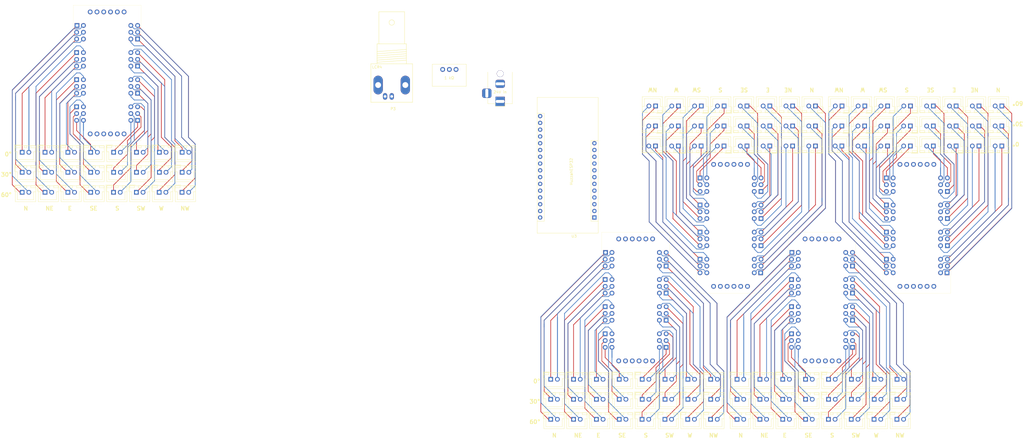
<source format=kicad_pcb>
(kicad_pcb (version 20171130) (host pcbnew "(5.1.8)-1")
  (layers (0 F.Cu signal) (31 B.Cu signal) (34 B.Paste user) (35 F.Paste user) (36 B.SilkS user) (37 F.SilkS user) (38 B.Mask user) (39 F.Mask user) (44 Edge.Cuts user))
  (net 0 "")
  (module Maxime:JST_XH_B02B-XH-A_02x2.50mm_Straight (layer F.Cu) (at 126.81 60.54 180)
    (fp_text reference " " (at -3.81 3.048 90) (layer F.SilkS))
    (fp_text value " " (at 2.772 -3.471) (layer F.SilkS))
    (pad 2 thru_hole circle (at 2.5 0 180) (size 1.75 1.75) (drill 1.05) (layers *.Cu *.Mask))
    (pad 1 thru_hole rect (at 0 0 180) (size 1.75 1.75) (drill 1.05) (layers *.Cu *.Mask))
  )
  (module Maxime:JST_XH_B02B-XH-A_02x2.50mm_Straight (layer F.Cu) (at 135.37 60.54 180)
    (fp_text reference " " (at -3.81 3.048 90) (layer F.SilkS))
    (fp_text value " " (at 2.772 -3.471) (layer F.SilkS))
    (pad 2 thru_hole circle (at 2.5 0 180) (size 1.75 1.75) (drill 1.05) (layers *.Cu *.Mask))
    (pad 1 thru_hole rect (at 0 0 180) (size 1.75 1.75) (drill 1.05) (layers *.Cu *.Mask))
  )
  (module Maxime:JST_XH_B02B-XH-A_02x2.50mm_Straight (layer F.Cu) (at 143.93 68.04 180)
    (fp_text reference " " (at -3.81 3.048 90) (layer F.SilkS))
    (fp_text value " " (at 2.772 -3.471) (layer F.SilkS))
    (pad 2 thru_hole circle (at 2.5 0 180) (size 1.75 1.75) (drill 1.05) (layers *.Cu *.Mask))
    (pad 1 thru_hole rect (at 0 0 180) (size 1.75 1.75) (drill 1.05) (layers *.Cu *.Mask))
  )
  (module Maxime:JST_XH_B02B-XH-A_02x2.50mm_Straight (layer F.Cu) (at 169.66 60.54 180)
    (fp_text reference " " (at -3.81 3.048 90) (layer F.SilkS))
    (fp_text value " " (at 2.772 -3.471) (layer F.SilkS))
    (pad 2 thru_hole circle (at 2.5 0 180) (size 1.75 1.75) (drill 1.05) (layers *.Cu *.Mask))
    (pad 1 thru_hole rect (at 0 0 180) (size 1.75 1.75) (drill 1.05) (layers *.Cu *.Mask))
  )
  (module Maxime:JST_XH_B02B-XH-A_02x2.50mm_Straight (layer F.Cu) (at 161.1 68.04 180)
    (fp_text reference " " (at -3.81 3.048 90) (layer F.SilkS))
    (fp_text value " " (at 2.772 -3.471) (layer F.SilkS))
    (pad 2 thru_hole circle (at 2.5 0 180) (size 1.75 1.75) (drill 1.05) (layers *.Cu *.Mask))
    (pad 1 thru_hole rect (at 0 0 180) (size 1.75 1.75) (drill 1.05) (layers *.Cu *.Mask))
  )
  (module Maxime:JST_XH_B02B-XH-A_02x2.50mm_Straight (layer F.Cu) (at 186.78 60.54 180)
    (fp_text reference " " (at -3.81 3.048 90) (layer F.SilkS))
    (fp_text value "  " (at 2.772 -3.471) (layer F.SilkS))
    (pad 2 thru_hole circle (at 2.5 0 180) (size 1.75 1.75) (drill 1.05) (layers *.Cu *.Mask))
    (pad 1 thru_hole rect (at 0 0 180) (size 1.75 1.75) (drill 1.05) (layers *.Cu *.Mask))
  )
  (module Maxime:JST_XH_B02B-XH-A_02x2.50mm_Straight (layer F.Cu) (at 169.66 68.04 180)
    (fp_text reference " " (at -3.81 3.048 90) (layer F.SilkS))
    (fp_text value " " (at 2.772 -3.471) (layer F.SilkS))
    (pad 2 thru_hole circle (at 2.5 0 180) (size 1.75 1.75) (drill 1.05) (layers *.Cu *.Mask))
    (pad 1 thru_hole rect (at 0 0 180) (size 1.75 1.75) (drill 1.05) (layers *.Cu *.Mask))
  )
  (module Maxime:JST_XH_B02B-XH-A_02x2.50mm_Straight (layer F.Cu) (at 126.81 68.04 180)
    (fp_text reference " " (at -3.81 3.048 90) (layer F.SilkS))
    (fp_text value " " (at 2.772 -3.471) (layer F.SilkS))
    (pad 2 thru_hole circle (at 2.5 0 180) (size 1.75 1.75) (drill 1.05) (layers *.Cu *.Mask))
    (pad 1 thru_hole rect (at 0 0 180) (size 1.75 1.75) (drill 1.05) (layers *.Cu *.Mask))
  )
  (module Maxime:JST_XH_B02B-XH-A_02x2.50mm_Straight (layer F.Cu) (at 178.22 68.04 180)
    (fp_text reference " " (at -3.81 3.048 90) (layer F.SilkS))
    (fp_text value " " (at 2.772 -3.471) (layer F.SilkS))
    (pad 2 thru_hole circle (at 2.5 0 180) (size 1.75 1.75) (drill 1.05) (layers *.Cu *.Mask))
    (pad 1 thru_hole rect (at 0 0 180) (size 1.75 1.75) (drill 1.05) (layers *.Cu *.Mask))
  )
  (module Maxime:JST_XH_B02B-XH-A_02x2.50mm_Straight (layer F.Cu) (at 178.22 60.54 180)
    (fp_text reference " " (at -3.81 3.048 90) (layer F.SilkS))
    (fp_text value " " (at 2.772 -3.471) (layer F.SilkS))
    (pad 2 thru_hole circle (at 2.5 0 180) (size 1.75 1.75) (drill 1.05) (layers *.Cu *.Mask))
    (pad 1 thru_hole rect (at 0 0 180) (size 1.75 1.75) (drill 1.05) (layers *.Cu *.Mask))
  )
  (module Maxime:JST_XH_B02B-XH-A_02x2.50mm_Straight (layer F.Cu) (at 152.49 60.54 180)
    (fp_text reference " " (at -3.81 3.048 90) (layer F.SilkS))
    (fp_text value " " (at 2.772 -3.471) (layer F.SilkS))
    (pad 2 thru_hole circle (at 2.5 0 180) (size 1.75 1.75) (drill 1.05) (layers *.Cu *.Mask))
    (pad 1 thru_hole rect (at 0 0 180) (size 1.75 1.75) (drill 1.05) (layers *.Cu *.Mask))
  )
  (module Maxime:JST_XH_B02B-XH-A_02x2.50mm_Straight (layer F.Cu) (at 135.37 68.04 180)
    (fp_text reference " " (at -3.81 3.048 90) (layer F.SilkS))
    (fp_text value " " (at 2.772 -3.471) (layer F.SilkS))
    (pad 2 thru_hole circle (at 2.5 0 180) (size 1.75 1.75) (drill 1.05) (layers *.Cu *.Mask))
    (pad 1 thru_hole rect (at 0 0 180) (size 1.75 1.75) (drill 1.05) (layers *.Cu *.Mask))
  )
  (module Maxime:JST_XH_B02B-XH-A_02x2.50mm_Straight (layer F.Cu) (at 186.78 68.04 180)
    (fp_text reference " " (at -3.81 3.048 90) (layer F.SilkS))
    (fp_text value " " (at 2.772 -3.471) (layer F.SilkS))
    (pad 1 thru_hole rect (at 0 0 180) (size 1.75 1.75) (drill 1.05) (layers *.Cu *.Mask))
    (pad 2 thru_hole circle (at 2.5 0 180) (size 1.75 1.75) (drill 1.05) (layers *.Cu *.Mask))
  )
  (module Maxime:JST_XH_B02B-XH-A_02x2.50mm_Straight (layer F.Cu) (at 143.93 60.54 180)
    (fp_text reference " " (at -3.81 3.048 90) (layer F.SilkS))
    (fp_text value " " (at 2.772 -3.471) (layer F.SilkS))
    (pad 2 thru_hole circle (at 2.5 0 180) (size 1.75 1.75) (drill 1.05) (layers *.Cu *.Mask))
    (pad 1 thru_hole rect (at 0 0 180) (size 1.75 1.75) (drill 1.05) (layers *.Cu *.Mask))
  )
  (module Maxime:JST_XH_B02B-XH-A_02x2.50mm_Straight (layer F.Cu) (at 161.1 60.54 180)
    (fp_text reference " " (at -3.81 3.048 90) (layer F.SilkS))
    (fp_text value " " (at 2.772 -3.471) (layer F.SilkS))
    (pad 2 thru_hole circle (at 2.5 0 180) (size 1.75 1.75) (drill 1.05) (layers *.Cu *.Mask))
    (pad 1 thru_hole rect (at 0 0 180) (size 1.75 1.75) (drill 1.05) (layers *.Cu *.Mask))
  )
  (module Maxime:JST_XH_B02B-XH-A_02x2.50mm_Straight (layer F.Cu) (at 152.49 68.04 180)
    (fp_text reference " " (at -3.81 3.048 90) (layer F.SilkS))
    (fp_text value " " (at 2.772 -3.471) (layer F.SilkS))
    (pad 1 thru_hole rect (at 0 0 180) (size 1.75 1.75) (drill 1.05) (layers *.Cu *.Mask))
    (pad 2 thru_hole circle (at 2.5 0 180) (size 1.75 1.75) (drill 1.05) (layers *.Cu *.Mask))
  )
  (module Maxime:JST_XH_B02B-XH-A_02x2.50mm_Straight (layer F.Cu) (at 169.66 53.04 180)
    (fp_text reference " " (at -3.81 3.048 90) (layer F.SilkS))
    (fp_text value " " (at 2.772 -3.471) (layer F.SilkS))
    (pad 2 thru_hole circle (at 2.5 0 180) (size 1.75 1.75) (drill 1.05) (layers *.Cu *.Mask))
    (pad 1 thru_hole rect (at 0 0 180) (size 1.75 1.75) (drill 1.05) (layers *.Cu *.Mask))
  )
  (module Maxime:JST_XH_B02B-XH-A_02x2.50mm_Straight (layer F.Cu) (at 152.54 53.04 180)
    (fp_text reference " " (at -3.81 3.048 90) (layer F.SilkS))
    (fp_text value " " (at 2.772 -3.471) (layer F.SilkS))
    (pad 2 thru_hole circle (at 2.5 0 180) (size 1.75 1.75) (drill 1.05) (layers *.Cu *.Mask))
    (pad 1 thru_hole rect (at 0 0 180) (size 1.75 1.75) (drill 1.05) (layers *.Cu *.Mask))
  )
  (module Maxime:JST_XH_B02B-XH-A_02x2.50mm_Straight (layer F.Cu) (at 161.1 53.04 180)
    (fp_text reference " " (at -3.81 3.048 90) (layer F.SilkS))
    (fp_text value " " (at 2.772 -3.471) (layer F.SilkS))
    (pad 1 thru_hole rect (at 0 0 180) (size 1.75 1.75) (drill 1.05) (layers *.Cu *.Mask))
    (pad 2 thru_hole circle (at 2.5 0 180) (size 1.75 1.75) (drill 1.05) (layers *.Cu *.Mask))
  )
  (module Maxime:JST_XH_B02B-XH-A_02x2.50mm_Straight (layer F.Cu) (at 178.22 53.04 180)
    (fp_text reference " " (at -3.81 3.048 90) (layer F.SilkS))
    (fp_text value " " (at 2.772 -3.471) (layer F.SilkS))
    (pad 1 thru_hole rect (at 0 0 180) (size 1.75 1.75) (drill 1.05) (layers *.Cu *.Mask))
    (pad 2 thru_hole circle (at 2.5 0 180) (size 1.75 1.75) (drill 1.05) (layers *.Cu *.Mask))
  )
  (module Maxime:JST_XH_B02B-XH-A_02x2.50mm_Straight (layer F.Cu) (at 143.98 53.04 180)
    (fp_text reference " " (at -3.81 3.048 90) (layer F.SilkS))
    (fp_text value " " (at 2.772 -3.471) (layer F.SilkS))
    (pad 1 thru_hole rect (at 0 0 180) (size 1.75 1.75) (drill 1.05) (layers *.Cu *.Mask))
    (pad 2 thru_hole circle (at 2.5 0 180) (size 1.75 1.75) (drill 1.05) (layers *.Cu *.Mask))
  )
  (module Maxime:JST_XH_B02B-XH-A_02x2.50mm_Straight (layer F.Cu) (at 186.78 53.04 180)
    (fp_text reference " " (at -3.81 3.048 90) (layer F.SilkS))
    (fp_text value " " (at 2.772 -3.471) (layer F.SilkS))
    (pad 1 thru_hole rect (at 0 0 180) (size 1.75 1.75) (drill 1.05) (layers *.Cu *.Mask))
    (pad 2 thru_hole circle (at 2.5 0 180) (size 1.75 1.75) (drill 1.05) (layers *.Cu *.Mask))
  )
  (module Maxime:JST_XH_B02B-XH-A_02x2.50mm_Straight (layer F.Cu) (at 135.42 53.04 180)
    (fp_text reference " " (at -3.81 3.048 90) (layer F.SilkS))
    (fp_text value " " (at 2.772 -3.471) (layer F.SilkS))
    (pad 1 thru_hole rect (at 0 0 180) (size 1.75 1.75) (drill 1.05) (layers *.Cu *.Mask))
    (pad 2 thru_hole circle (at 2.5 0 180) (size 1.75 1.75) (drill 1.05) (layers *.Cu *.Mask))
  )
  (module Maxime:JST_XH_B02B-XH-A_02x2.50mm_Straight (layer F.Cu) (at 126.86 53.04 180)
    (fp_text reference " " (at -3.81 3.048 90) (layer F.SilkS))
    (fp_text value " " (at 2.772 -3.471) (layer F.SilkS))
    (pad 2 thru_hole circle (at 2.5 0 180) (size 1.75 1.75) (drill 1.05) (layers *.Cu *.Mask))
    (pad 1 thru_hole rect (at 0 0 180) (size 1.75 1.75) (drill 1.05) (layers *.Cu *.Mask))
  )
  (module Maxime:Maxi_TLC5947 (layer F.Cu) (at 154.94 97.79)
    (fp_text reference U1)
    (fp_text value TLC5947DAP)
    (pad 30 thru_hole circle (at 6.35 22.86 90) (size 1.778 1.778) (drill 1.016) (layers *.Cu *.Mask))
    (pad 2 thru_hole circle (at 3.81 22.86 90) (size 1.778 1.778) (drill 1.016) (layers *.Cu *.Mask))
    (pad 3 thru_hole circle (at 1.27 22.86 90) (size 1.778 1.778) (drill 1.016) (layers *.Cu *.Mask))
    (pad 29 thru_hole circle (at -1.27 22.86 90) (size 1.778 1.778) (drill 1.016) (layers *.Cu *.Mask))
    (pad 1 thru_hole circle (at -3.81 22.86 90) (size 1.778 1.778) (drill 1.016) (layers *.Cu *.Mask))
    (pad 32 thru_hole circle (at -6.35 22.86 90) (size 1.778 1.778) (drill 1.016) (layers *.Cu *.Mask))
    (pad 32 thru_hole circle (at -6.34 -22.86 90) (size 1.778 1.778) (drill 1.016) (layers *.Cu *.Mask))
    (pad 1 thru_hole circle (at -3.82 -22.86 90) (size 1.778 1.778) (drill 1.016) (layers *.Cu *.Mask))
    (pad 4 thru_hole circle (at -1.27 -22.86 90) (size 1.778 1.778) (drill 1.016) (layers *.Cu *.Mask))
    (pad 3 thru_hole circle (at 1.27 -22.86 90) (size 1.778 1.778) (drill 1.016) (layers *.Cu *.Mask))
    (pad 2 thru_hole circle (at 3.81 -22.86 90) (size 1.778 1.778) (drill 1.016) (layers *.Cu *.Mask))
    (pad 30 thru_hole circle (at 6.35 -22.86 180) (size 1.778 1.778) (drill 1.016) (layers *.Cu *.Mask))
    (pad 5 thru_hole circle (at -8.89 -17.78) (size 1.778 1.778) (drill 1) (layers *.Cu *.Mask))
    (pad 6 thru_hole circle (at -8.89 -15.24) (size 1.778 1.778) (drill 1) (layers *.Cu *.Mask))
    (pad 7 thru_hole circle (at -8.89 -12.7) (size 1.778 1.778) (drill 1) (layers *.Cu *.Mask))
    (pad "" thru_hole rect (at -11.43 -17.78) (size 1.778 1.778) (drill 1) (layers *.Cu *.Mask))
    (pad "" thru_hole circle (at -11.43 -15.24) (size 1.778 1.778) (drill 1) (layers *.Cu *.Mask))
    (pad "" thru_hole circle (at -11.43 -12.7) (size 1.778 1.778) (drill 1) (layers *.Cu *.Mask))
    (pad 8 thru_hole circle (at -8.89 -7.62) (size 1.778 1.778) (drill 1) (layers *.Cu *.Mask))
    (pad 9 thru_hole circle (at -8.89 -5.08) (size 1.778 1.778) (drill 1) (layers *.Cu *.Mask))
    (pad 10 thru_hole circle (at -8.89 -2.54) (size 1.778 1.778) (drill 1) (layers *.Cu *.Mask))
    (pad "" thru_hole rect (at -11.43 -7.62) (size 1.778 1.778) (drill 1) (layers *.Cu *.Mask))
    (pad "" thru_hole circle (at -11.43 -5.08) (size 1.778 1.778) (drill 1) (layers *.Cu *.Mask))
    (pad "" thru_hole circle (at -11.43 -2.54) (size 1.778 1.778) (drill 1) (layers *.Cu *.Mask))
    (pad "" thru_hole rect (at -11.43 2.54) (size 1.778 1.778) (drill 1) (layers *.Cu *.Mask))
    (pad "" thru_hole rect (at -11.43 12.7) (size 1.778 1.778) (drill 1) (layers *.Cu *.Mask))
    (pad "" thru_hole rect (at 11.3 17.78) (size 1.778 1.778) (drill 1) (layers *.Cu *.Mask))
    (pad "" thru_hole rect (at 11.43 7.62) (size 1.778 1.778) (drill 1) (layers *.Cu *.Mask))
    (pad "" thru_hole rect (at 11.43 -2.54) (size 1.778 1.778) (drill 1) (layers *.Cu *.Mask))
    (pad "" thru_hole rect (at 11.43 -12.7) (size 1.778 1.778) (drill 1) (layers *.Cu *.Mask))
    (pad 11 thru_hole circle (at -8.89 2.54) (size 1.778 1.778) (drill 1) (layers *.Cu *.Mask))
    (pad 12 thru_hole circle (at -8.89 5.08) (size 1.778 1.778) (drill 1) (layers *.Cu *.Mask))
    (pad 13 thru_hole circle (at -8.89 7.62) (size 1.778 1.778) (drill 1) (layers *.Cu *.Mask))
    (pad "" thru_hole circle (at -11.43 5.08) (size 1.778 1.778) (drill 1) (layers *.Cu *.Mask))
    (pad "" thru_hole circle (at -11.43 7.62) (size 1.778 1.778) (drill 1) (layers *.Cu *.Mask))
    (pad 14 thru_hole circle (at -8.89 12.7) (size 1.778 1.778) (drill 1) (layers *.Cu *.Mask))
    (pad 15 thru_hole circle (at -8.89 15.24) (size 1.778 1.778) (drill 1) (layers *.Cu *.Mask))
    (pad "" thru_hole circle (at -11.43 15.24) (size 1.778 1.778) (drill 1) (layers *.Cu *.Mask))
    (pad "" thru_hole circle (at -11.43 17.78) (size 1.778 1.778) (drill 1) (layers *.Cu *.Mask))
    (pad 16 thru_hole circle (at -8.89 17.78) (size 1.778 1.778) (drill 1) (layers *.Cu *.Mask))
    (pad 17 thru_hole circle (at 8.89 17.78) (size 1.778 1.778) (drill 1) (layers *.Cu *.Mask))
    (pad 18 thru_hole circle (at 8.89 15.24) (size 1.778 1.778) (drill 1) (layers *.Cu *.Mask))
    (pad "" thru_hole circle (at 11.43 15.24) (size 1.778 1.778) (drill 1) (layers *.Cu *.Mask))
    (pad "" thru_hole circle (at 11.43 12.7) (size 1.778 1.778) (drill 1) (layers *.Cu *.Mask))
    (pad 19 thru_hole circle (at 8.89 12.7) (size 1.778 1.778) (drill 1) (layers *.Cu *.Mask))
    (pad 20 thru_hole circle (at 8.89 7.62) (size 1.778 1.778) (drill 1) (layers *.Cu *.Mask))
    (pad 21 thru_hole circle (at 8.89 5.08) (size 1.778 1.778) (drill 1) (layers *.Cu *.Mask))
    (pad 22 thru_hole circle (at 8.89 2.54) (size 1.778 1.778) (drill 1) (layers *.Cu *.Mask))
    (pad "" thru_hole circle (at 11.43 2.54) (size 1.778 1.778) (drill 1) (layers *.Cu *.Mask))
    (pad "" thru_hole circle (at 11.43 5.08) (size 1.778 1.778) (drill 1) (layers *.Cu *.Mask))
    (pad 23 thru_hole circle (at 8.89 -2.54) (size 1.778 1.778) (drill 1) (layers *.Cu *.Mask))
    (pad 24 thru_hole circle (at 8.89 -5.08) (size 1.778 1.778) (drill 1) (layers *.Cu *.Mask))
    (pad "" thru_hole circle (at 11.43 -5.08) (size 1.778 1.778) (drill 1) (layers *.Cu *.Mask))
    (pad 28 thru_hole circle (at 8.89 -17.78) (size 1.778 1.778) (drill 1) (layers *.Cu *.Mask))
    (pad "" thru_hole circle (at 11.43 -17.78) (size 1.778 1.778) (drill 1) (layers *.Cu *.Mask))
    (pad 27 thru_hole circle (at 8.89 -15.24) (size 1.778 1.778) (drill 1) (layers *.Cu *.Mask))
    (pad "" thru_hole circle (at 11.43 -15.24) (size 1.778 1.778) (drill 1) (layers *.Cu *.Mask))
    (pad 26 thru_hole circle (at 8.89 -12.7) (size 1.778 1.778) (drill 1) (layers *.Cu *.Mask))
    (pad "" thru_hole circle (at 11.43 -7.62) (size 1.778 1.778) (drill 1) (layers *.Cu *.Mask))
    (pad 25 thru_hole circle (at 8.89 -7.62) (size 1.778 1.778) (drill 1) (layers *.Cu *.Mask))
  )
  (module Maxime:JST_XH_B02B-XH-A_02x2.50mm_Straight (layer F.Cu) (at 56.96 60.54 180)
    (fp_text reference " " (at -3.81 3.048 90) (layer F.SilkS))
    (fp_text value " " (at 2.772 -3.471) (layer F.SilkS))
    (pad 2 thru_hole circle (at 2.5 0 180) (size 1.75 1.75) (drill 1.05) (layers *.Cu *.Mask))
    (pad 1 thru_hole rect (at 0 0 180) (size 1.75 1.75) (drill 1.05) (layers *.Cu *.Mask))
  )
  (module Maxime:JST_XH_B02B-XH-A_02x2.50mm_Straight (layer F.Cu) (at 65.52 60.54 180)
    (fp_text reference " " (at -3.81 3.048 90) (layer F.SilkS))
    (fp_text value " " (at 2.772 -3.471) (layer F.SilkS))
    (pad 2 thru_hole circle (at 2.5 0 180) (size 1.75 1.75) (drill 1.05) (layers *.Cu *.Mask))
    (pad 1 thru_hole rect (at 0 0 180) (size 1.75 1.75) (drill 1.05) (layers *.Cu *.Mask))
  )
  (module Maxime:JST_XH_B02B-XH-A_02x2.50mm_Straight (layer F.Cu) (at 74.08 68.04 180)
    (fp_text reference " " (at -3.81 3.048 90) (layer F.SilkS))
    (fp_text value " " (at 2.772 -3.471) (layer F.SilkS))
    (pad 2 thru_hole circle (at 2.5 0 180) (size 1.75 1.75) (drill 1.05) (layers *.Cu *.Mask))
    (pad 1 thru_hole rect (at 0 0 180) (size 1.75 1.75) (drill 1.05) (layers *.Cu *.Mask))
  )
  (module Maxime:JST_XH_B02B-XH-A_02x2.50mm_Straight (layer F.Cu) (at 99.81 60.54 180)
    (fp_text reference " " (at -3.81 3.048 90) (layer F.SilkS))
    (fp_text value " " (at 2.772 -3.471) (layer F.SilkS))
    (pad 2 thru_hole circle (at 2.5 0 180) (size 1.75 1.75) (drill 1.05) (layers *.Cu *.Mask))
    (pad 1 thru_hole rect (at 0 0 180) (size 1.75 1.75) (drill 1.05) (layers *.Cu *.Mask))
  )
  (module Maxime:JST_XH_B02B-XH-A_02x2.50mm_Straight (layer F.Cu) (at 91.25 68.04 180)
    (fp_text reference " " (at -3.81 3.048 90) (layer F.SilkS))
    (fp_text value " " (at 2.772 -3.471) (layer F.SilkS))
    (pad 2 thru_hole circle (at 2.5 0 180) (size 1.75 1.75) (drill 1.05) (layers *.Cu *.Mask))
    (pad 1 thru_hole rect (at 0 0 180) (size 1.75 1.75) (drill 1.05) (layers *.Cu *.Mask))
  )
  (module Maxime:JST_XH_B02B-XH-A_02x2.50mm_Straight (layer F.Cu) (at 116.93 60.54 180)
    (fp_text reference " " (at -3.81 3.048 90) (layer F.SilkS))
    (fp_text value "  " (at 2.772 -3.471) (layer F.SilkS))
    (pad 2 thru_hole circle (at 2.5 0 180) (size 1.75 1.75) (drill 1.05) (layers *.Cu *.Mask))
    (pad 1 thru_hole rect (at 0 0 180) (size 1.75 1.75) (drill 1.05) (layers *.Cu *.Mask))
  )
  (module Maxime:JST_XH_B02B-XH-A_02x2.50mm_Straight (layer F.Cu) (at 99.81 68.04 180)
    (fp_text reference " " (at -3.81 3.048 90) (layer F.SilkS))
    (fp_text value " " (at 2.772 -3.471) (layer F.SilkS))
    (pad 2 thru_hole circle (at 2.5 0 180) (size 1.75 1.75) (drill 1.05) (layers *.Cu *.Mask))
    (pad 1 thru_hole rect (at 0 0 180) (size 1.75 1.75) (drill 1.05) (layers *.Cu *.Mask))
  )
  (module Maxime:JST_XH_B02B-XH-A_02x2.50mm_Straight (layer F.Cu) (at 56.96 68.04 180)
    (fp_text reference " " (at -3.81 3.048 90) (layer F.SilkS))
    (fp_text value " " (at 2.772 -3.471) (layer F.SilkS))
    (pad 2 thru_hole circle (at 2.5 0 180) (size 1.75 1.75) (drill 1.05) (layers *.Cu *.Mask))
    (pad 1 thru_hole rect (at 0 0 180) (size 1.75 1.75) (drill 1.05) (layers *.Cu *.Mask))
  )
  (module Maxime:JST_XH_B02B-XH-A_02x2.50mm_Straight (layer F.Cu) (at 108.37 68.04 180)
    (fp_text reference " " (at -3.81 3.048 90) (layer F.SilkS))
    (fp_text value " " (at 2.772 -3.471) (layer F.SilkS))
    (pad 2 thru_hole circle (at 2.5 0 180) (size 1.75 1.75) (drill 1.05) (layers *.Cu *.Mask))
    (pad 1 thru_hole rect (at 0 0 180) (size 1.75 1.75) (drill 1.05) (layers *.Cu *.Mask))
  )
  (module Maxime:JST_XH_B02B-XH-A_02x2.50mm_Straight (layer F.Cu) (at 108.37 60.54 180)
    (fp_text reference " " (at -3.81 3.048 90) (layer F.SilkS))
    (fp_text value " " (at 2.772 -3.471) (layer F.SilkS))
    (pad 2 thru_hole circle (at 2.5 0 180) (size 1.75 1.75) (drill 1.05) (layers *.Cu *.Mask))
    (pad 1 thru_hole rect (at 0 0 180) (size 1.75 1.75) (drill 1.05) (layers *.Cu *.Mask))
  )
  (module Maxime:JST_XH_B02B-XH-A_02x2.50mm_Straight (layer F.Cu) (at 82.64 60.54 180)
    (fp_text reference " " (at -3.81 3.048 90) (layer F.SilkS))
    (fp_text value " " (at 2.772 -3.471) (layer F.SilkS))
    (pad 2 thru_hole circle (at 2.5 0 180) (size 1.75 1.75) (drill 1.05) (layers *.Cu *.Mask))
    (pad 1 thru_hole rect (at 0 0 180) (size 1.75 1.75) (drill 1.05) (layers *.Cu *.Mask))
  )
  (module Maxime:JST_XH_B02B-XH-A_02x2.50mm_Straight (layer F.Cu) (at 65.52 68.04 180)
    (fp_text reference " " (at -3.81 3.048 90) (layer F.SilkS))
    (fp_text value " " (at 2.772 -3.471) (layer F.SilkS))
    (pad 2 thru_hole circle (at 2.5 0 180) (size 1.75 1.75) (drill 1.05) (layers *.Cu *.Mask))
    (pad 1 thru_hole rect (at 0 0 180) (size 1.75 1.75) (drill 1.05) (layers *.Cu *.Mask))
  )
  (module Maxime:JST_XH_B02B-XH-A_02x2.50mm_Straight (layer F.Cu) (at 116.93 68.04 180)
    (fp_text reference " " (at -3.81 3.048 90) (layer F.SilkS))
    (fp_text value " " (at 2.772 -3.471) (layer F.SilkS))
    (pad 1 thru_hole rect (at 0 0 180) (size 1.75 1.75) (drill 1.05) (layers *.Cu *.Mask))
    (pad 2 thru_hole circle (at 2.5 0 180) (size 1.75 1.75) (drill 1.05) (layers *.Cu *.Mask))
  )
  (module Maxime:JST_XH_B02B-XH-A_02x2.50mm_Straight (layer F.Cu) (at 74.08 60.54 180)
    (fp_text reference " " (at -3.81 3.048 90) (layer F.SilkS))
    (fp_text value " " (at 2.772 -3.471) (layer F.SilkS))
    (pad 2 thru_hole circle (at 2.5 0 180) (size 1.75 1.75) (drill 1.05) (layers *.Cu *.Mask))
    (pad 1 thru_hole rect (at 0 0 180) (size 1.75 1.75) (drill 1.05) (layers *.Cu *.Mask))
  )
  (module Maxime:JST_XH_B02B-XH-A_02x2.50mm_Straight (layer F.Cu) (at 91.25 60.54 180)
    (fp_text reference " " (at -3.81 3.048 90) (layer F.SilkS))
    (fp_text value " " (at 2.772 -3.471) (layer F.SilkS))
    (pad 2 thru_hole circle (at 2.5 0 180) (size 1.75 1.75) (drill 1.05) (layers *.Cu *.Mask))
    (pad 1 thru_hole rect (at 0 0 180) (size 1.75 1.75) (drill 1.05) (layers *.Cu *.Mask))
  )
  (module Maxime:JST_XH_B02B-XH-A_02x2.50mm_Straight (layer F.Cu) (at 82.64 68.04 180)
    (fp_text reference " " (at -3.81 3.048 90) (layer F.SilkS))
    (fp_text value " " (at 2.772 -3.471) (layer F.SilkS))
    (pad 1 thru_hole rect (at 0 0 180) (size 1.75 1.75) (drill 1.05) (layers *.Cu *.Mask))
    (pad 2 thru_hole circle (at 2.5 0 180) (size 1.75 1.75) (drill 1.05) (layers *.Cu *.Mask))
  )
  (module Maxime:JST_XH_B02B-XH-A_02x2.50mm_Straight (layer F.Cu) (at 99.81 53.04 180)
    (fp_text reference " " (at -3.81 3.048 90) (layer F.SilkS))
    (fp_text value " " (at 2.772 -3.471) (layer F.SilkS))
    (pad 2 thru_hole circle (at 2.5 0 180) (size 1.75 1.75) (drill 1.05) (layers *.Cu *.Mask))
    (pad 1 thru_hole rect (at 0 0 180) (size 1.75 1.75) (drill 1.05) (layers *.Cu *.Mask))
  )
  (module Maxime:JST_XH_B02B-XH-A_02x2.50mm_Straight (layer F.Cu) (at 82.69 53.04 180)
    (fp_text reference " " (at -3.81 3.048 90) (layer F.SilkS))
    (fp_text value " " (at 2.772 -3.471) (layer F.SilkS))
    (pad 2 thru_hole circle (at 2.5 0 180) (size 1.75 1.75) (drill 1.05) (layers *.Cu *.Mask))
    (pad 1 thru_hole rect (at 0 0 180) (size 1.75 1.75) (drill 1.05) (layers *.Cu *.Mask))
  )
  (module Maxime:JST_XH_B02B-XH-A_02x2.50mm_Straight (layer F.Cu) (at 91.25 53.04 180)
    (fp_text reference " " (at -3.81 3.048 90) (layer F.SilkS))
    (fp_text value " " (at 2.772 -3.471) (layer F.SilkS))
    (pad 1 thru_hole rect (at 0 0 180) (size 1.75 1.75) (drill 1.05) (layers *.Cu *.Mask))
    (pad 2 thru_hole circle (at 2.5 0 180) (size 1.75 1.75) (drill 1.05) (layers *.Cu *.Mask))
  )
  (module Maxime:JST_XH_B02B-XH-A_02x2.50mm_Straight (layer F.Cu) (at 108.37 53.04 180)
    (fp_text reference " " (at -3.81 3.048 90) (layer F.SilkS))
    (fp_text value " " (at 2.772 -3.471) (layer F.SilkS))
    (pad 1 thru_hole rect (at 0 0 180) (size 1.75 1.75) (drill 1.05) (layers *.Cu *.Mask))
    (pad 2 thru_hole circle (at 2.5 0 180) (size 1.75 1.75) (drill 1.05) (layers *.Cu *.Mask))
  )
  (module Maxime:JST_XH_B02B-XH-A_02x2.50mm_Straight (layer F.Cu) (at 74.13 53.04 180)
    (fp_text reference " " (at -3.81 3.048 90) (layer F.SilkS))
    (fp_text value " " (at 2.772 -3.471) (layer F.SilkS))
    (pad 1 thru_hole rect (at 0 0 180) (size 1.75 1.75) (drill 1.05) (layers *.Cu *.Mask))
    (pad 2 thru_hole circle (at 2.5 0 180) (size 1.75 1.75) (drill 1.05) (layers *.Cu *.Mask))
  )
  (module Maxime:JST_XH_B02B-XH-A_02x2.50mm_Straight (layer F.Cu) (at 116.93 53.04 180)
    (fp_text reference " " (at -3.81 3.048 90) (layer F.SilkS))
    (fp_text value " " (at 2.772 -3.471) (layer F.SilkS))
    (pad 1 thru_hole rect (at 0 0 180) (size 1.75 1.75) (drill 1.05) (layers *.Cu *.Mask))
    (pad 2 thru_hole circle (at 2.5 0 180) (size 1.75 1.75) (drill 1.05) (layers *.Cu *.Mask))
  )
  (module Maxime:JST_XH_B02B-XH-A_02x2.50mm_Straight (layer F.Cu) (at 65.57 53.04 180)
    (fp_text reference " " (at -3.81 3.048 90) (layer F.SilkS))
    (fp_text value " " (at 2.772 -3.471) (layer F.SilkS))
    (pad 1 thru_hole rect (at 0 0 180) (size 1.75 1.75) (drill 1.05) (layers *.Cu *.Mask))
    (pad 2 thru_hole circle (at 2.5 0 180) (size 1.75 1.75) (drill 1.05) (layers *.Cu *.Mask))
  )
  (module Maxime:JST_XH_B02B-XH-A_02x2.50mm_Straight (layer F.Cu) (at 57.01 53.04 180)
    (fp_text reference " " (at -3.81 3.048 90) (layer F.SilkS))
    (fp_text value " " (at 2.772 -3.471) (layer F.SilkS))
    (pad 2 thru_hole circle (at 2.5 0 180) (size 1.75 1.75) (drill 1.05) (layers *.Cu *.Mask))
    (pad 1 thru_hole rect (at 0 0 180) (size 1.75 1.75) (drill 1.05) (layers *.Cu *.Mask))
  )
  (module Maxime:Maxi_TLC5947 (layer F.Cu) (at 85.09 97.79)
    (fp_text reference U1)
    (fp_text value TLC5947DAP)
    (pad 30 thru_hole circle (at 6.35 22.86 90) (size 1.778 1.778) (drill 1.016) (layers *.Cu *.Mask))
    (pad 2 thru_hole circle (at 3.81 22.86 90) (size 1.778 1.778) (drill 1.016) (layers *.Cu *.Mask))
    (pad 3 thru_hole circle (at 1.27 22.86 90) (size 1.778 1.778) (drill 1.016) (layers *.Cu *.Mask))
    (pad 29 thru_hole circle (at -1.27 22.86 90) (size 1.778 1.778) (drill 1.016) (layers *.Cu *.Mask))
    (pad 1 thru_hole circle (at -3.81 22.86 90) (size 1.778 1.778) (drill 1.016) (layers *.Cu *.Mask))
    (pad 32 thru_hole circle (at -6.35 22.86 90) (size 1.778 1.778) (drill 1.016) (layers *.Cu *.Mask))
    (pad 32 thru_hole circle (at -6.34 -22.86 90) (size 1.778 1.778) (drill 1.016) (layers *.Cu *.Mask))
    (pad 1 thru_hole circle (at -3.82 -22.86 90) (size 1.778 1.778) (drill 1.016) (layers *.Cu *.Mask))
    (pad 4 thru_hole circle (at -1.27 -22.86 90) (size 1.778 1.778) (drill 1.016) (layers *.Cu *.Mask))
    (pad 3 thru_hole circle (at 1.27 -22.86 90) (size 1.778 1.778) (drill 1.016) (layers *.Cu *.Mask))
    (pad 2 thru_hole circle (at 3.81 -22.86 90) (size 1.778 1.778) (drill 1.016) (layers *.Cu *.Mask))
    (pad 30 thru_hole circle (at 6.35 -22.86 180) (size 1.778 1.778) (drill 1.016) (layers *.Cu *.Mask))
    (pad 5 thru_hole circle (at -8.89 -17.78) (size 1.778 1.778) (drill 1) (layers *.Cu *.Mask))
    (pad 6 thru_hole circle (at -8.89 -15.24) (size 1.778 1.778) (drill 1) (layers *.Cu *.Mask))
    (pad 7 thru_hole circle (at -8.89 -12.7) (size 1.778 1.778) (drill 1) (layers *.Cu *.Mask))
    (pad "" thru_hole rect (at -11.43 -17.78) (size 1.778 1.778) (drill 1) (layers *.Cu *.Mask))
    (pad "" thru_hole circle (at -11.43 -15.24) (size 1.778 1.778) (drill 1) (layers *.Cu *.Mask))
    (pad "" thru_hole circle (at -11.43 -12.7) (size 1.778 1.778) (drill 1) (layers *.Cu *.Mask))
    (pad 8 thru_hole circle (at -8.89 -7.62) (size 1.778 1.778) (drill 1) (layers *.Cu *.Mask))
    (pad 9 thru_hole circle (at -8.89 -5.08) (size 1.778 1.778) (drill 1) (layers *.Cu *.Mask))
    (pad 10 thru_hole circle (at -8.89 -2.54) (size 1.778 1.778) (drill 1) (layers *.Cu *.Mask))
    (pad "" thru_hole rect (at -11.43 -7.62) (size 1.778 1.778) (drill 1) (layers *.Cu *.Mask))
    (pad "" thru_hole circle (at -11.43 -5.08) (size 1.778 1.778) (drill 1) (layers *.Cu *.Mask))
    (pad "" thru_hole circle (at -11.43 -2.54) (size 1.778 1.778) (drill 1) (layers *.Cu *.Mask))
    (pad "" thru_hole rect (at -11.43 2.54) (size 1.778 1.778) (drill 1) (layers *.Cu *.Mask))
    (pad "" thru_hole rect (at -11.43 12.7) (size 1.778 1.778) (drill 1) (layers *.Cu *.Mask))
    (pad "" thru_hole rect (at 11.3 17.78) (size 1.778 1.778) (drill 1) (layers *.Cu *.Mask))
    (pad "" thru_hole rect (at 11.43 7.62) (size 1.778 1.778) (drill 1) (layers *.Cu *.Mask))
    (pad "" thru_hole rect (at 11.43 -2.54) (size 1.778 1.778) (drill 1) (layers *.Cu *.Mask))
    (pad "" thru_hole rect (at 11.43 -12.7) (size 1.778 1.778) (drill 1) (layers *.Cu *.Mask))
    (pad 11 thru_hole circle (at -8.89 2.54) (size 1.778 1.778) (drill 1) (layers *.Cu *.Mask))
    (pad 12 thru_hole circle (at -8.89 5.08) (size 1.778 1.778) (drill 1) (layers *.Cu *.Mask))
    (pad 13 thru_hole circle (at -8.89 7.62) (size 1.778 1.778) (drill 1) (layers *.Cu *.Mask))
    (pad "" thru_hole circle (at -11.43 5.08) (size 1.778 1.778) (drill 1) (layers *.Cu *.Mask))
    (pad "" thru_hole circle (at -11.43 7.62) (size 1.778 1.778) (drill 1) (layers *.Cu *.Mask))
    (pad 14 thru_hole circle (at -8.89 12.7) (size 1.778 1.778) (drill 1) (layers *.Cu *.Mask))
    (pad 15 thru_hole circle (at -8.89 15.24) (size 1.778 1.778) (drill 1) (layers *.Cu *.Mask))
    (pad "" thru_hole circle (at -11.43 15.24) (size 1.778 1.778) (drill 1) (layers *.Cu *.Mask))
    (pad "" thru_hole circle (at -11.43 17.78) (size 1.778 1.778) (drill 1) (layers *.Cu *.Mask))
    (pad 16 thru_hole circle (at -8.89 17.78) (size 1.778 1.778) (drill 1) (layers *.Cu *.Mask))
    (pad 17 thru_hole circle (at 8.89 17.78) (size 1.778 1.778) (drill 1) (layers *.Cu *.Mask))
    (pad 18 thru_hole circle (at 8.89 15.24) (size 1.778 1.778) (drill 1) (layers *.Cu *.Mask))
    (pad "" thru_hole circle (at 11.43 15.24) (size 1.778 1.778) (drill 1) (layers *.Cu *.Mask))
    (pad "" thru_hole circle (at 11.43 12.7) (size 1.778 1.778) (drill 1) (layers *.Cu *.Mask))
    (pad 19 thru_hole circle (at 8.89 12.7) (size 1.778 1.778) (drill 1) (layers *.Cu *.Mask))
    (pad 20 thru_hole circle (at 8.89 7.62) (size 1.778 1.778) (drill 1) (layers *.Cu *.Mask))
    (pad 21 thru_hole circle (at 8.89 5.08) (size 1.778 1.778) (drill 1) (layers *.Cu *.Mask))
    (pad 22 thru_hole circle (at 8.89 2.54) (size 1.778 1.778) (drill 1) (layers *.Cu *.Mask))
    (pad "" thru_hole circle (at 11.43 2.54) (size 1.778 1.778) (drill 1) (layers *.Cu *.Mask))
    (pad "" thru_hole circle (at 11.43 5.08) (size 1.778 1.778) (drill 1) (layers *.Cu *.Mask))
    (pad 23 thru_hole circle (at 8.89 -2.54) (size 1.778 1.778) (drill 1) (layers *.Cu *.Mask))
    (pad 24 thru_hole circle (at 8.89 -5.08) (size 1.778 1.778) (drill 1) (layers *.Cu *.Mask))
    (pad "" thru_hole circle (at 11.43 -5.08) (size 1.778 1.778) (drill 1) (layers *.Cu *.Mask))
    (pad 28 thru_hole circle (at 8.89 -17.78) (size 1.778 1.778) (drill 1) (layers *.Cu *.Mask))
    (pad "" thru_hole circle (at 11.43 -17.78) (size 1.778 1.778) (drill 1) (layers *.Cu *.Mask))
    (pad 27 thru_hole circle (at 8.89 -15.24) (size 1.778 1.778) (drill 1) (layers *.Cu *.Mask))
    (pad "" thru_hole circle (at 11.43 -15.24) (size 1.778 1.778) (drill 1) (layers *.Cu *.Mask))
    (pad 26 thru_hole circle (at 8.89 -12.7) (size 1.778 1.778) (drill 1) (layers *.Cu *.Mask))
    (pad "" thru_hole circle (at 11.43 -7.62) (size 1.778 1.778) (drill 1) (layers *.Cu *.Mask))
    (pad 25 thru_hole circle (at 8.89 -7.62) (size 1.778 1.778) (drill 1) (layers *.Cu *.Mask))
  )
  (module Maxime:JST_XH_B02B-XH-A_02x2.50mm_Straight (layer F.Cu) (at 147.51 162.98)
    (fp_text reference " " (at -3.81 3.048 90) (layer F.SilkS))
    (fp_text value " " (at 2.772 -3.471) (layer F.SilkS))
    (pad 2 thru_hole circle (at 2.5 0) (size 1.75 1.75) (drill 1.05) (layers *.Cu *.Mask))
    (pad 1 thru_hole rect (at 0 0) (size 1.75 1.75) (drill 1.05) (layers *.Cu *.Mask))
  )
  (module Maxime:JST_XH_B02B-XH-A_02x2.50mm_Straight (layer F.Cu) (at 138.95 162.98)
    (fp_text reference " " (at -3.81 3.048 90) (layer F.SilkS))
    (fp_text value " " (at 2.772 -3.471) (layer F.SilkS))
    (pad 2 thru_hole circle (at 2.5 0) (size 1.75 1.75) (drill 1.05) (layers *.Cu *.Mask))
    (pad 1 thru_hole rect (at 0 0) (size 1.75 1.75) (drill 1.05) (layers *.Cu *.Mask))
  )
  (module Maxime:JST_XH_B02B-XH-A_02x2.50mm_Straight (layer F.Cu) (at 130.39 155.48)
    (fp_text reference " " (at -3.81 3.048 90) (layer F.SilkS))
    (fp_text value " " (at 2.772 -3.471) (layer F.SilkS))
    (pad 2 thru_hole circle (at 2.5 0) (size 1.75 1.75) (drill 1.05) (layers *.Cu *.Mask))
    (pad 1 thru_hole rect (at 0 0) (size 1.75 1.75) (drill 1.05) (layers *.Cu *.Mask))
  )
  (module Maxime:JST_XH_B02B-XH-A_02x2.50mm_Straight (layer F.Cu) (at 104.66 162.98)
    (fp_text reference " " (at -3.81 3.048 90) (layer F.SilkS))
    (fp_text value " " (at 2.772 -3.471) (layer F.SilkS))
    (pad 2 thru_hole circle (at 2.5 0) (size 1.75 1.75) (drill 1.05) (layers *.Cu *.Mask))
    (pad 1 thru_hole rect (at 0 0) (size 1.75 1.75) (drill 1.05) (layers *.Cu *.Mask))
  )
  (module Maxime:JST_XH_B02B-XH-A_02x2.50mm_Straight (layer F.Cu) (at 113.22 155.48)
    (fp_text reference " " (at -3.81 3.048 90) (layer F.SilkS))
    (fp_text value " " (at 2.772 -3.471) (layer F.SilkS))
    (pad 2 thru_hole circle (at 2.5 0) (size 1.75 1.75) (drill 1.05) (layers *.Cu *.Mask))
    (pad 1 thru_hole rect (at 0 0) (size 1.75 1.75) (drill 1.05) (layers *.Cu *.Mask))
  )
  (module Maxime:JST_XH_B02B-XH-A_02x2.50mm_Straight (layer F.Cu) (at 87.54 162.98)
    (fp_text reference " " (at -3.81 3.048 90) (layer F.SilkS))
    (fp_text value "  " (at 2.772 -3.471) (layer F.SilkS))
    (pad 2 thru_hole circle (at 2.5 0) (size 1.75 1.75) (drill 1.05) (layers *.Cu *.Mask))
    (pad 1 thru_hole rect (at 0 0) (size 1.75 1.75) (drill 1.05) (layers *.Cu *.Mask))
  )
  (module Maxime:JST_XH_B02B-XH-A_02x2.50mm_Straight (layer F.Cu) (at 104.66 155.48)
    (fp_text reference " " (at -3.81 3.048 90) (layer F.SilkS))
    (fp_text value " " (at 2.772 -3.471) (layer F.SilkS))
    (pad 2 thru_hole circle (at 2.5 0) (size 1.75 1.75) (drill 1.05) (layers *.Cu *.Mask))
    (pad 1 thru_hole rect (at 0 0) (size 1.75 1.75) (drill 1.05) (layers *.Cu *.Mask))
  )
  (module Maxime:JST_XH_B02B-XH-A_02x2.50mm_Straight (layer F.Cu) (at 147.51 155.48)
    (fp_text reference " " (at -3.81 3.048 90) (layer F.SilkS))
    (fp_text value " " (at 2.772 -3.471) (layer F.SilkS))
    (pad 2 thru_hole circle (at 2.5 0) (size 1.75 1.75) (drill 1.05) (layers *.Cu *.Mask))
    (pad 1 thru_hole rect (at 0 0) (size 1.75 1.75) (drill 1.05) (layers *.Cu *.Mask))
  )
  (module Maxime:JST_XH_B02B-XH-A_02x2.50mm_Straight (layer F.Cu) (at 96.1 155.48)
    (fp_text reference " " (at -3.81 3.048 90) (layer F.SilkS))
    (fp_text value " " (at 2.772 -3.471) (layer F.SilkS))
    (pad 2 thru_hole circle (at 2.5 0) (size 1.75 1.75) (drill 1.05) (layers *.Cu *.Mask))
    (pad 1 thru_hole rect (at 0 0) (size 1.75 1.75) (drill 1.05) (layers *.Cu *.Mask))
  )
  (module Maxime:JST_XH_B02B-XH-A_02x2.50mm_Straight (layer F.Cu) (at 96.1 162.98)
    (fp_text reference " " (at -3.81 3.048 90) (layer F.SilkS))
    (fp_text value " " (at 2.772 -3.471) (layer F.SilkS))
    (pad 2 thru_hole circle (at 2.5 0) (size 1.75 1.75) (drill 1.05) (layers *.Cu *.Mask))
    (pad 1 thru_hole rect (at 0 0) (size 1.75 1.75) (drill 1.05) (layers *.Cu *.Mask))
  )
  (module Maxime:JST_XH_B02B-XH-A_02x2.50mm_Straight (layer F.Cu) (at 121.83 162.98)
    (fp_text reference " " (at -3.81 3.048 90) (layer F.SilkS))
    (fp_text value " " (at 2.772 -3.471) (layer F.SilkS))
    (pad 2 thru_hole circle (at 2.5 0) (size 1.75 1.75) (drill 1.05) (layers *.Cu *.Mask))
    (pad 1 thru_hole rect (at 0 0) (size 1.75 1.75) (drill 1.05) (layers *.Cu *.Mask))
  )
  (module Maxime:JST_XH_B02B-XH-A_02x2.50mm_Straight (layer F.Cu) (at 138.95 155.48)
    (fp_text reference " " (at -3.81 3.048 90) (layer F.SilkS))
    (fp_text value " " (at 2.772 -3.471) (layer F.SilkS))
    (pad 2 thru_hole circle (at 2.5 0) (size 1.75 1.75) (drill 1.05) (layers *.Cu *.Mask))
    (pad 1 thru_hole rect (at 0 0) (size 1.75 1.75) (drill 1.05) (layers *.Cu *.Mask))
  )
  (module Maxime:JST_XH_B02B-XH-A_02x2.50mm_Straight (layer F.Cu) (at 87.54 155.48)
    (fp_text reference " " (at -3.81 3.048 90) (layer F.SilkS))
    (fp_text value " " (at 2.772 -3.471) (layer F.SilkS))
    (pad 1 thru_hole rect (at 0 0) (size 1.75 1.75) (drill 1.05) (layers *.Cu *.Mask))
    (pad 2 thru_hole circle (at 2.5 0) (size 1.75 1.75) (drill 1.05) (layers *.Cu *.Mask))
  )
  (module Maxime:JST_XH_B02B-XH-A_02x2.50mm_Straight (layer F.Cu) (at 130.39 162.98)
    (fp_text reference " " (at -3.81 3.048 90) (layer F.SilkS))
    (fp_text value " " (at 2.772 -3.471) (layer F.SilkS))
    (pad 2 thru_hole circle (at 2.5 0) (size 1.75 1.75) (drill 1.05) (layers *.Cu *.Mask))
    (pad 1 thru_hole rect (at 0 0) (size 1.75 1.75) (drill 1.05) (layers *.Cu *.Mask))
  )
  (module Maxime:JST_XH_B02B-XH-A_02x2.50mm_Straight (layer F.Cu) (at 113.22 162.98)
    (fp_text reference " " (at -3.81 3.048 90) (layer F.SilkS))
    (fp_text value " " (at 2.772 -3.471) (layer F.SilkS))
    (pad 2 thru_hole circle (at 2.5 0) (size 1.75 1.75) (drill 1.05) (layers *.Cu *.Mask))
    (pad 1 thru_hole rect (at 0 0) (size 1.75 1.75) (drill 1.05) (layers *.Cu *.Mask))
  )
  (module Maxime:JST_XH_B02B-XH-A_02x2.50mm_Straight (layer F.Cu) (at 121.83 155.48)
    (fp_text reference " " (at -3.81 3.048 90) (layer F.SilkS))
    (fp_text value " " (at 2.772 -3.471) (layer F.SilkS))
    (pad 1 thru_hole rect (at 0 0) (size 1.75 1.75) (drill 1.05) (layers *.Cu *.Mask))
    (pad 2 thru_hole circle (at 2.5 0) (size 1.75 1.75) (drill 1.05) (layers *.Cu *.Mask))
  )
  (module Maxime:JST_XH_B02B-XH-A_02x2.50mm_Straight (layer F.Cu) (at 104.66 170.48)
    (fp_text reference " " (at -3.81 3.048 90) (layer F.SilkS))
    (fp_text value " " (at 2.772 -3.471) (layer F.SilkS))
    (pad 2 thru_hole circle (at 2.5 0) (size 1.75 1.75) (drill 1.05) (layers *.Cu *.Mask))
    (pad 1 thru_hole rect (at 0 0) (size 1.75 1.75) (drill 1.05) (layers *.Cu *.Mask))
  )
  (module Maxime:JST_XH_B02B-XH-A_02x2.50mm_Straight (layer F.Cu) (at 121.78 170.48)
    (fp_text reference " " (at -3.81 3.048 90) (layer F.SilkS))
    (fp_text value " " (at 2.772 -3.471) (layer F.SilkS))
    (pad 2 thru_hole circle (at 2.5 0) (size 1.75 1.75) (drill 1.05) (layers *.Cu *.Mask))
    (pad 1 thru_hole rect (at 0 0) (size 1.75 1.75) (drill 1.05) (layers *.Cu *.Mask))
  )
  (module Maxime:JST_XH_B02B-XH-A_02x2.50mm_Straight (layer F.Cu) (at 113.22 170.48)
    (fp_text reference " " (at -3.81 3.048 90) (layer F.SilkS))
    (fp_text value " " (at 2.772 -3.471) (layer F.SilkS))
    (pad 1 thru_hole rect (at 0 0) (size 1.75 1.75) (drill 1.05) (layers *.Cu *.Mask))
    (pad 2 thru_hole circle (at 2.5 0) (size 1.75 1.75) (drill 1.05) (layers *.Cu *.Mask))
  )
  (module Maxime:JST_XH_B02B-XH-A_02x2.50mm_Straight (layer F.Cu) (at 96.1 170.48)
    (fp_text reference " " (at -3.81 3.048 90) (layer F.SilkS))
    (fp_text value " " (at 2.772 -3.471) (layer F.SilkS))
    (pad 1 thru_hole rect (at 0 0) (size 1.75 1.75) (drill 1.05) (layers *.Cu *.Mask))
    (pad 2 thru_hole circle (at 2.5 0) (size 1.75 1.75) (drill 1.05) (layers *.Cu *.Mask))
  )
  (module Maxime:JST_XH_B02B-XH-A_02x2.50mm_Straight (layer F.Cu) (at 130.34 170.48)
    (fp_text reference " " (at -3.81 3.048 90) (layer F.SilkS))
    (fp_text value " " (at 2.772 -3.471) (layer F.SilkS))
    (pad 1 thru_hole rect (at 0 0) (size 1.75 1.75) (drill 1.05) (layers *.Cu *.Mask))
    (pad 2 thru_hole circle (at 2.5 0) (size 1.75 1.75) (drill 1.05) (layers *.Cu *.Mask))
  )
  (module Maxime:JST_XH_B02B-XH-A_02x2.50mm_Straight (layer F.Cu) (at 87.54 170.48)
    (fp_text reference " " (at -3.81 3.048 90) (layer F.SilkS))
    (fp_text value " " (at 2.772 -3.471) (layer F.SilkS))
    (pad 1 thru_hole rect (at 0 0) (size 1.75 1.75) (drill 1.05) (layers *.Cu *.Mask))
    (pad 2 thru_hole circle (at 2.5 0) (size 1.75 1.75) (drill 1.05) (layers *.Cu *.Mask))
  )
  (module Maxime:JST_XH_B02B-XH-A_02x2.50mm_Straight (layer F.Cu) (at 138.9 170.48)
    (fp_text reference " " (at -3.81 3.048 90) (layer F.SilkS))
    (fp_text value " " (at 2.772 -3.471) (layer F.SilkS))
    (pad 1 thru_hole rect (at 0 0) (size 1.75 1.75) (drill 1.05) (layers *.Cu *.Mask))
    (pad 2 thru_hole circle (at 2.5 0) (size 1.75 1.75) (drill 1.05) (layers *.Cu *.Mask))
  )
  (module Maxime:JST_XH_B02B-XH-A_02x2.50mm_Straight (layer F.Cu) (at 147.46 170.48)
    (fp_text reference " " (at -3.81 3.048 90) (layer F.SilkS))
    (fp_text value " " (at 2.772 -3.471) (layer F.SilkS))
    (pad 2 thru_hole circle (at 2.5 0) (size 1.75 1.75) (drill 1.05) (layers *.Cu *.Mask))
    (pad 1 thru_hole rect (at 0 0) (size 1.75 1.75) (drill 1.05) (layers *.Cu *.Mask))
  )
  (module Maxime:Maxi_TLC5947 (layer F.Cu) (at 119.38 125.73 180)
    (fp_text reference U1)
    (fp_text value TLC5947DAP)
    (pad 30 thru_hole circle (at 6.35 22.86 270) (size 1.778 1.778) (drill 1.016) (layers *.Cu *.Mask))
    (pad 2 thru_hole circle (at 3.81 22.86 270) (size 1.778 1.778) (drill 1.016) (layers *.Cu *.Mask))
    (pad 3 thru_hole circle (at 1.27 22.86 270) (size 1.778 1.778) (drill 1.016) (layers *.Cu *.Mask))
    (pad 29 thru_hole circle (at -1.27 22.86 270) (size 1.778 1.778) (drill 1.016) (layers *.Cu *.Mask))
    (pad 1 thru_hole circle (at -3.81 22.86 270) (size 1.778 1.778) (drill 1.016) (layers *.Cu *.Mask))
    (pad 32 thru_hole circle (at -6.35 22.86 270) (size 1.778 1.778) (drill 1.016) (layers *.Cu *.Mask))
    (pad 32 thru_hole circle (at -6.34 -22.86 270) (size 1.778 1.778) (drill 1.016) (layers *.Cu *.Mask))
    (pad 1 thru_hole circle (at -3.82 -22.86 270) (size 1.778 1.778) (drill 1.016) (layers *.Cu *.Mask))
    (pad 4 thru_hole circle (at -1.27 -22.86 270) (size 1.778 1.778) (drill 1.016) (layers *.Cu *.Mask))
    (pad 3 thru_hole circle (at 1.27 -22.86 270) (size 1.778 1.778) (drill 1.016) (layers *.Cu *.Mask))
    (pad 2 thru_hole circle (at 3.81 -22.86 270) (size 1.778 1.778) (drill 1.016) (layers *.Cu *.Mask))
    (pad 30 thru_hole circle (at 6.35 -22.86) (size 1.778 1.778) (drill 1.016) (layers *.Cu *.Mask))
    (pad 5 thru_hole circle (at -8.89 -17.78 180) (size 1.778 1.778) (drill 1) (layers *.Cu *.Mask))
    (pad 6 thru_hole circle (at -8.89 -15.24 180) (size 1.778 1.778) (drill 1) (layers *.Cu *.Mask))
    (pad 7 thru_hole circle (at -8.89 -12.7 180) (size 1.778 1.778) (drill 1) (layers *.Cu *.Mask))
    (pad "" thru_hole rect (at -11.43 -17.78 180) (size 1.778 1.778) (drill 1) (layers *.Cu *.Mask))
    (pad "" thru_hole circle (at -11.43 -15.24 180) (size 1.778 1.778) (drill 1) (layers *.Cu *.Mask))
    (pad "" thru_hole circle (at -11.43 -12.7 180) (size 1.778 1.778) (drill 1) (layers *.Cu *.Mask))
    (pad 8 thru_hole circle (at -8.89 -7.62 180) (size 1.778 1.778) (drill 1) (layers *.Cu *.Mask))
    (pad 9 thru_hole circle (at -8.89 -5.08 180) (size 1.778 1.778) (drill 1) (layers *.Cu *.Mask))
    (pad 10 thru_hole circle (at -8.89 -2.54 180) (size 1.778 1.778) (drill 1) (layers *.Cu *.Mask))
    (pad "" thru_hole rect (at -11.43 -7.62 180) (size 1.778 1.778) (drill 1) (layers *.Cu *.Mask))
    (pad "" thru_hole circle (at -11.43 -5.08 180) (size 1.778 1.778) (drill 1) (layers *.Cu *.Mask))
    (pad "" thru_hole circle (at -11.43 -2.54 180) (size 1.778 1.778) (drill 1) (layers *.Cu *.Mask))
    (pad "" thru_hole rect (at -11.43 2.54 180) (size 1.778 1.778) (drill 1) (layers *.Cu *.Mask))
    (pad "" thru_hole rect (at -11.43 12.7 180) (size 1.778 1.778) (drill 1) (layers *.Cu *.Mask))
    (pad "" thru_hole rect (at 11.3 17.78 180) (size 1.778 1.778) (drill 1) (layers *.Cu *.Mask))
    (pad "" thru_hole rect (at 11.43 7.62 180) (size 1.778 1.778) (drill 1) (layers *.Cu *.Mask))
    (pad "" thru_hole rect (at 11.43 -2.54 180) (size 1.778 1.778) (drill 1) (layers *.Cu *.Mask))
    (pad "" thru_hole rect (at 11.43 -12.7 180) (size 1.778 1.778) (drill 1) (layers *.Cu *.Mask))
    (pad 11 thru_hole circle (at -8.89 2.54 180) (size 1.778 1.778) (drill 1) (layers *.Cu *.Mask))
    (pad 12 thru_hole circle (at -8.89 5.08 180) (size 1.778 1.778) (drill 1) (layers *.Cu *.Mask))
    (pad 13 thru_hole circle (at -8.89 7.62 180) (size 1.778 1.778) (drill 1) (layers *.Cu *.Mask))
    (pad "" thru_hole circle (at -11.43 5.08 180) (size 1.778 1.778) (drill 1) (layers *.Cu *.Mask))
    (pad "" thru_hole circle (at -11.43 7.62 180) (size 1.778 1.778) (drill 1) (layers *.Cu *.Mask))
    (pad 14 thru_hole circle (at -8.89 12.7 180) (size 1.778 1.778) (drill 1) (layers *.Cu *.Mask))
    (pad 15 thru_hole circle (at -8.89 15.24 180) (size 1.778 1.778) (drill 1) (layers *.Cu *.Mask))
    (pad "" thru_hole circle (at -11.43 15.24 180) (size 1.778 1.778) (drill 1) (layers *.Cu *.Mask))
    (pad "" thru_hole circle (at -11.43 17.78 180) (size 1.778 1.778) (drill 1) (layers *.Cu *.Mask))
    (pad 16 thru_hole circle (at -8.89 17.78 180) (size 1.778 1.778) (drill 1) (layers *.Cu *.Mask))
    (pad 17 thru_hole circle (at 8.89 17.78 180) (size 1.778 1.778) (drill 1) (layers *.Cu *.Mask))
    (pad 18 thru_hole circle (at 8.89 15.24 180) (size 1.778 1.778) (drill 1) (layers *.Cu *.Mask))
    (pad "" thru_hole circle (at 11.43 15.24 180) (size 1.778 1.778) (drill 1) (layers *.Cu *.Mask))
    (pad "" thru_hole circle (at 11.43 12.7 180) (size 1.778 1.778) (drill 1) (layers *.Cu *.Mask))
    (pad 19 thru_hole circle (at 8.89 12.7 180) (size 1.778 1.778) (drill 1) (layers *.Cu *.Mask))
    (pad 20 thru_hole circle (at 8.89 7.62 180) (size 1.778 1.778) (drill 1) (layers *.Cu *.Mask))
    (pad 21 thru_hole circle (at 8.89 5.08 180) (size 1.778 1.778) (drill 1) (layers *.Cu *.Mask))
    (pad 22 thru_hole circle (at 8.89 2.54 180) (size 1.778 1.778) (drill 1) (layers *.Cu *.Mask))
    (pad "" thru_hole circle (at 11.43 2.54 180) (size 1.778 1.778) (drill 1) (layers *.Cu *.Mask))
    (pad "" thru_hole circle (at 11.43 5.08 180) (size 1.778 1.778) (drill 1) (layers *.Cu *.Mask))
    (pad 23 thru_hole circle (at 8.89 -2.54 180) (size 1.778 1.778) (drill 1) (layers *.Cu *.Mask))
    (pad 24 thru_hole circle (at 8.89 -5.08 180) (size 1.778 1.778) (drill 1) (layers *.Cu *.Mask))
    (pad "" thru_hole circle (at 11.43 -5.08 180) (size 1.778 1.778) (drill 1) (layers *.Cu *.Mask))
    (pad 28 thru_hole circle (at 8.89 -17.78 180) (size 1.778 1.778) (drill 1) (layers *.Cu *.Mask))
    (pad "" thru_hole circle (at 11.43 -17.78 180) (size 1.778 1.778) (drill 1) (layers *.Cu *.Mask))
    (pad 27 thru_hole circle (at 8.89 -15.24 180) (size 1.778 1.778) (drill 1) (layers *.Cu *.Mask))
    (pad "" thru_hole circle (at 11.43 -15.24 180) (size 1.778 1.778) (drill 1) (layers *.Cu *.Mask))
    (pad 26 thru_hole circle (at 8.89 -12.7 180) (size 1.778 1.778) (drill 1) (layers *.Cu *.Mask))
    (pad "" thru_hole circle (at 11.43 -7.62 180) (size 1.778 1.778) (drill 1) (layers *.Cu *.Mask))
    (pad 25 thru_hole circle (at 8.89 -7.62 180) (size 1.778 1.778) (drill 1) (layers *.Cu *.Mask))
  )
  (module Maxime:JST_XH_B02B-XH-A_02x2.50mm_Straight (layer F.Cu) (at 77.66 162.98)
    (fp_text reference " " (at -3.81 3.048 -270) (layer F.SilkS))
    (fp_text value " " (at 2.772 -3.471) (layer F.SilkS))
    (pad 2 thru_hole circle (at 2.5 0) (size 1.75 1.75) (drill 1.05) (layers *.Cu *.Mask))
    (pad 1 thru_hole rect (at 0 0) (size 1.75 1.75) (drill 1.05) (layers *.Cu *.Mask))
  )
  (module Maxime:JST_XH_B02B-XH-A_02x2.50mm_Straight (layer F.Cu) (at 69.1 162.98)
    (fp_text reference " " (at -3.81 3.048 -270) (layer F.SilkS))
    (fp_text value " " (at 2.772 -3.471) (layer F.SilkS))
    (pad 2 thru_hole circle (at 2.5 0) (size 1.75 1.75) (drill 1.05) (layers *.Cu *.Mask))
    (pad 1 thru_hole rect (at 0 0) (size 1.75 1.75) (drill 1.05) (layers *.Cu *.Mask))
  )
  (module Maxime:JST_XH_B02B-XH-A_02x2.50mm_Straight (layer F.Cu) (at 60.54 155.48)
    (fp_text reference " " (at -3.81 3.048 -270) (layer F.SilkS))
    (fp_text value " " (at 2.772 -3.471) (layer F.SilkS))
    (pad 2 thru_hole circle (at 2.5 0) (size 1.75 1.75) (drill 1.05) (layers *.Cu *.Mask))
    (pad 1 thru_hole rect (at 0 0) (size 1.75 1.75) (drill 1.05) (layers *.Cu *.Mask))
  )
  (module Maxime:JST_XH_B02B-XH-A_02x2.50mm_Straight (layer F.Cu) (at 34.81 162.98)
    (fp_text reference " " (at -3.81 3.048 -270) (layer F.SilkS))
    (fp_text value " " (at 2.772 -3.471) (layer F.SilkS))
    (pad 2 thru_hole circle (at 2.5 0) (size 1.75 1.75) (drill 1.05) (layers *.Cu *.Mask))
    (pad 1 thru_hole rect (at 0 0) (size 1.75 1.75) (drill 1.05) (layers *.Cu *.Mask))
  )
  (module Maxime:JST_XH_B02B-XH-A_02x2.50mm_Straight (layer F.Cu) (at 43.37 155.48)
    (fp_text reference " " (at -3.81 3.048 -270) (layer F.SilkS))
    (fp_text value " " (at 2.772 -3.471) (layer F.SilkS))
    (pad 2 thru_hole circle (at 2.5 0) (size 1.75 1.75) (drill 1.05) (layers *.Cu *.Mask))
    (pad 1 thru_hole rect (at 0 0) (size 1.75 1.75) (drill 1.05) (layers *.Cu *.Mask))
  )
  (module Maxime:JST_XH_B02B-XH-A_02x2.50mm_Straight (layer F.Cu) (at 17.69 162.98)
    (fp_text reference " " (at -3.81 3.048 -270) (layer F.SilkS))
    (fp_text value "  " (at 2.772 -3.471) (layer F.SilkS))
    (pad 2 thru_hole circle (at 2.5 0) (size 1.75 1.75) (drill 1.05) (layers *.Cu *.Mask))
    (pad 1 thru_hole rect (at 0 0) (size 1.75 1.75) (drill 1.05) (layers *.Cu *.Mask))
  )
  (module Maxime:JST_XH_B02B-XH-A_02x2.50mm_Straight (layer F.Cu) (at 34.81 155.48)
    (fp_text reference " " (at -3.81 3.048 -270) (layer F.SilkS))
    (fp_text value " " (at 2.772 -3.471) (layer F.SilkS))
    (pad 2 thru_hole circle (at 2.5 0) (size 1.75 1.75) (drill 1.05) (layers *.Cu *.Mask))
    (pad 1 thru_hole rect (at 0 0) (size 1.75 1.75) (drill 1.05) (layers *.Cu *.Mask))
  )
  (module Maxime:JST_XH_B02B-XH-A_02x2.50mm_Straight (layer F.Cu) (at 77.66 155.48)
    (fp_text reference " " (at -3.81 3.048 -270) (layer F.SilkS))
    (fp_text value " " (at 2.772 -3.471) (layer F.SilkS))
    (pad 2 thru_hole circle (at 2.5 0) (size 1.75 1.75) (drill 1.05) (layers *.Cu *.Mask))
    (pad 1 thru_hole rect (at 0 0) (size 1.75 1.75) (drill 1.05) (layers *.Cu *.Mask))
  )
  (module Maxime:JST_XH_B02B-XH-A_02x2.50mm_Straight (layer F.Cu) (at 26.25 155.48)
    (fp_text reference " " (at -3.81 3.048 -270) (layer F.SilkS))
    (fp_text value " " (at 2.772 -3.471) (layer F.SilkS))
    (pad 2 thru_hole circle (at 2.5 0) (size 1.75 1.75) (drill 1.05) (layers *.Cu *.Mask))
    (pad 1 thru_hole rect (at 0 0) (size 1.75 1.75) (drill 1.05) (layers *.Cu *.Mask))
  )
  (module Maxime:JST_XH_B02B-XH-A_02x2.50mm_Straight (layer F.Cu) (at 26.25 162.98)
    (fp_text reference " " (at -3.81 3.048 -270) (layer F.SilkS))
    (fp_text value " " (at 2.772 -3.471) (layer F.SilkS))
    (pad 2 thru_hole circle (at 2.5 0) (size 1.75 1.75) (drill 1.05) (layers *.Cu *.Mask))
    (pad 1 thru_hole rect (at 0 0) (size 1.75 1.75) (drill 1.05) (layers *.Cu *.Mask))
  )
  (module Maxime:JST_XH_B02B-XH-A_02x2.50mm_Straight (layer F.Cu) (at 51.98 162.98)
    (fp_text reference " " (at -3.81 3.048 -270) (layer F.SilkS))
    (fp_text value " " (at 2.772 -3.471) (layer F.SilkS))
    (pad 2 thru_hole circle (at 2.5 0) (size 1.75 1.75) (drill 1.05) (layers *.Cu *.Mask))
    (pad 1 thru_hole rect (at 0 0) (size 1.75 1.75) (drill 1.05) (layers *.Cu *.Mask))
  )
  (module Maxime:JST_XH_B02B-XH-A_02x2.50mm_Straight (layer F.Cu) (at 69.1 155.48)
    (fp_text reference " " (at -3.81 3.048 -270) (layer F.SilkS))
    (fp_text value " " (at 2.772 -3.471) (layer F.SilkS))
    (pad 2 thru_hole circle (at 2.5 0) (size 1.75 1.75) (drill 1.05) (layers *.Cu *.Mask))
    (pad 1 thru_hole rect (at 0 0) (size 1.75 1.75) (drill 1.05) (layers *.Cu *.Mask))
  )
  (module Maxime:JST_XH_B02B-XH-A_02x2.50mm_Straight (layer F.Cu) (at 17.69 155.48)
    (fp_text reference " " (at -3.81 3.048 -270) (layer F.SilkS))
    (fp_text value " " (at 2.772 -3.471) (layer F.SilkS))
    (pad 1 thru_hole rect (at 0 0) (size 1.75 1.75) (drill 1.05) (layers *.Cu *.Mask))
    (pad 2 thru_hole circle (at 2.5 0) (size 1.75 1.75) (drill 1.05) (layers *.Cu *.Mask))
  )
  (module Maxime:JST_XH_B02B-XH-A_02x2.50mm_Straight (layer F.Cu) (at 60.54 162.98)
    (fp_text reference " " (at -3.81 3.048 -270) (layer F.SilkS))
    (fp_text value " " (at 2.772 -3.471) (layer F.SilkS))
    (pad 2 thru_hole circle (at 2.5 0) (size 1.75 1.75) (drill 1.05) (layers *.Cu *.Mask))
    (pad 1 thru_hole rect (at 0 0) (size 1.75 1.75) (drill 1.05) (layers *.Cu *.Mask))
  )
  (module Maxime:JST_XH_B02B-XH-A_02x2.50mm_Straight (layer F.Cu) (at 43.37 162.98)
    (fp_text reference " " (at -3.81 3.048 -270) (layer F.SilkS))
    (fp_text value " " (at 2.772 -3.471) (layer F.SilkS))
    (pad 2 thru_hole circle (at 2.5 0) (size 1.75 1.75) (drill 1.05) (layers *.Cu *.Mask))
    (pad 1 thru_hole rect (at 0 0) (size 1.75 1.75) (drill 1.05) (layers *.Cu *.Mask))
  )
  (module Maxime:JST_XH_B02B-XH-A_02x2.50mm_Straight (layer F.Cu) (at 51.98 155.48)
    (fp_text reference " " (at -3.81 3.048 -270) (layer F.SilkS))
    (fp_text value " " (at 2.772 -3.471) (layer F.SilkS))
    (pad 1 thru_hole rect (at 0 0) (size 1.75 1.75) (drill 1.05) (layers *.Cu *.Mask))
    (pad 2 thru_hole circle (at 2.5 0) (size 1.75 1.75) (drill 1.05) (layers *.Cu *.Mask))
  )
  (module Maxime:JST_XH_B02B-XH-A_02x2.50mm_Straight (layer F.Cu) (at 34.81 170.48)
    (fp_text reference " " (at -3.81 3.048 -270) (layer F.SilkS))
    (fp_text value " " (at 2.772 -3.471) (layer F.SilkS))
    (pad 2 thru_hole circle (at 2.5 0) (size 1.75 1.75) (drill 1.05) (layers *.Cu *.Mask))
    (pad 1 thru_hole rect (at 0 0) (size 1.75 1.75) (drill 1.05) (layers *.Cu *.Mask))
  )
  (module Maxime:JST_XH_B02B-XH-A_02x2.50mm_Straight (layer F.Cu) (at 51.93 170.48)
    (fp_text reference " " (at -3.81 3.048 -270) (layer F.SilkS))
    (fp_text value " " (at 2.772 -3.471) (layer F.SilkS))
    (pad 2 thru_hole circle (at 2.5 0) (size 1.75 1.75) (drill 1.05) (layers *.Cu *.Mask))
    (pad 1 thru_hole rect (at 0 0) (size 1.75 1.75) (drill 1.05) (layers *.Cu *.Mask))
  )
  (module Maxime:JST_XH_B02B-XH-A_02x2.50mm_Straight (layer F.Cu) (at 43.37 170.48)
    (fp_text reference " " (at -3.81 3.048 -270) (layer F.SilkS))
    (fp_text value " " (at 2.772 -3.471) (layer F.SilkS))
    (pad 1 thru_hole rect (at 0 0) (size 1.75 1.75) (drill 1.05) (layers *.Cu *.Mask))
    (pad 2 thru_hole circle (at 2.5 0) (size 1.75 1.75) (drill 1.05) (layers *.Cu *.Mask))
  )
  (module Maxime:JST_XH_B02B-XH-A_02x2.50mm_Straight (layer F.Cu) (at 26.25 170.48)
    (fp_text reference " " (at -3.81 3.048 -270) (layer F.SilkS))
    (fp_text value " " (at 2.772 -3.471) (layer F.SilkS))
    (pad 1 thru_hole rect (at 0 0) (size 1.75 1.75) (drill 1.05) (layers *.Cu *.Mask))
    (pad 2 thru_hole circle (at 2.5 0) (size 1.75 1.75) (drill 1.05) (layers *.Cu *.Mask))
  )
  (module Maxime:JST_XH_B02B-XH-A_02x2.50mm_Straight (layer F.Cu) (at 60.49 170.48)
    (fp_text reference " " (at -3.81 3.048 -270) (layer F.SilkS))
    (fp_text value " " (at 2.772 -3.471) (layer F.SilkS))
    (pad 1 thru_hole rect (at 0 0) (size 1.75 1.75) (drill 1.05) (layers *.Cu *.Mask))
    (pad 2 thru_hole circle (at 2.5 0) (size 1.75 1.75) (drill 1.05) (layers *.Cu *.Mask))
  )
  (module Maxime:JST_XH_B02B-XH-A_02x2.50mm_Straight (layer F.Cu) (at 17.69 170.48)
    (fp_text reference " " (at -3.81 3.048 -270) (layer F.SilkS))
    (fp_text value " " (at 2.772 -3.471) (layer F.SilkS))
    (pad 1 thru_hole rect (at 0 0) (size 1.75 1.75) (drill 1.05) (layers *.Cu *.Mask))
    (pad 2 thru_hole circle (at 2.5 0) (size 1.75 1.75) (drill 1.05) (layers *.Cu *.Mask))
  )
  (module Maxime:JST_XH_B02B-XH-A_02x2.50mm_Straight (layer F.Cu) (at 69.05 170.48)
    (fp_text reference " " (at -3.81 3.048 -270) (layer F.SilkS))
    (fp_text value " " (at 2.772 -3.471) (layer F.SilkS))
    (pad 1 thru_hole rect (at 0 0) (size 1.75 1.75) (drill 1.05) (layers *.Cu *.Mask))
    (pad 2 thru_hole circle (at 2.5 0) (size 1.75 1.75) (drill 1.05) (layers *.Cu *.Mask))
  )
  (module Maxime:JST_XH_B02B-XH-A_02x2.50mm_Straight (layer F.Cu) (at 77.61 170.48)
    (fp_text reference " " (at -3.81 3.048 -270) (layer F.SilkS))
    (fp_text value " " (at 2.772 -3.471) (layer F.SilkS))
    (pad 2 thru_hole circle (at 2.5 0) (size 1.75 1.75) (drill 1.05) (layers *.Cu *.Mask))
    (pad 1 thru_hole rect (at 0 0) (size 1.75 1.75) (drill 1.05) (layers *.Cu *.Mask))
  )
  (module Maxime:Maxi_TLC5947 (layer F.Cu) (at 49.53 125.73 180)
    (fp_text reference U1)
    (fp_text value TLC5947DAP)
    (pad 30 thru_hole circle (at 6.35 22.86 270) (size 1.778 1.778) (drill 1.016) (layers *.Cu *.Mask))
    (pad 2 thru_hole circle (at 3.81 22.86 270) (size 1.778 1.778) (drill 1.016) (layers *.Cu *.Mask))
    (pad 3 thru_hole circle (at 1.27 22.86 270) (size 1.778 1.778) (drill 1.016) (layers *.Cu *.Mask))
    (pad 29 thru_hole circle (at -1.27 22.86 270) (size 1.778 1.778) (drill 1.016) (layers *.Cu *.Mask))
    (pad 1 thru_hole circle (at -3.81 22.86 270) (size 1.778 1.778) (drill 1.016) (layers *.Cu *.Mask))
    (pad 32 thru_hole circle (at -6.35 22.86 270) (size 1.778 1.778) (drill 1.016) (layers *.Cu *.Mask))
    (pad 32 thru_hole circle (at -6.34 -22.86 270) (size 1.778 1.778) (drill 1.016) (layers *.Cu *.Mask))
    (pad 1 thru_hole circle (at -3.82 -22.86 270) (size 1.778 1.778) (drill 1.016) (layers *.Cu *.Mask))
    (pad 4 thru_hole circle (at -1.27 -22.86 270) (size 1.778 1.778) (drill 1.016) (layers *.Cu *.Mask))
    (pad 3 thru_hole circle (at 1.27 -22.86 270) (size 1.778 1.778) (drill 1.016) (layers *.Cu *.Mask))
    (pad 2 thru_hole circle (at 3.81 -22.86 270) (size 1.778 1.778) (drill 1.016) (layers *.Cu *.Mask))
    (pad 30 thru_hole circle (at 6.35 -22.86) (size 1.778 1.778) (drill 1.016) (layers *.Cu *.Mask))
    (pad 5 thru_hole circle (at -8.89 -17.78 180) (size 1.778 1.778) (drill 1) (layers *.Cu *.Mask))
    (pad 6 thru_hole circle (at -8.89 -15.24 180) (size 1.778 1.778) (drill 1) (layers *.Cu *.Mask))
    (pad 7 thru_hole circle (at -8.89 -12.7 180) (size 1.778 1.778) (drill 1) (layers *.Cu *.Mask))
    (pad "" thru_hole rect (at -11.43 -17.78 180) (size 1.778 1.778) (drill 1) (layers *.Cu *.Mask))
    (pad "" thru_hole circle (at -11.43 -15.24 180) (size 1.778 1.778) (drill 1) (layers *.Cu *.Mask))
    (pad "" thru_hole circle (at -11.43 -12.7 180) (size 1.778 1.778) (drill 1) (layers *.Cu *.Mask))
    (pad 8 thru_hole circle (at -8.89 -7.62 180) (size 1.778 1.778) (drill 1) (layers *.Cu *.Mask))
    (pad 9 thru_hole circle (at -8.89 -5.08 180) (size 1.778 1.778) (drill 1) (layers *.Cu *.Mask))
    (pad 10 thru_hole circle (at -8.89 -2.54 180) (size 1.778 1.778) (drill 1) (layers *.Cu *.Mask))
    (pad "" thru_hole rect (at -11.43 -7.62 180) (size 1.778 1.778) (drill 1) (layers *.Cu *.Mask))
    (pad "" thru_hole circle (at -11.43 -5.08 180) (size 1.778 1.778) (drill 1) (layers *.Cu *.Mask))
    (pad "" thru_hole circle (at -11.43 -2.54 180) (size 1.778 1.778) (drill 1) (layers *.Cu *.Mask))
    (pad "" thru_hole rect (at -11.43 2.54 180) (size 1.778 1.778) (drill 1) (layers *.Cu *.Mask))
    (pad "" thru_hole rect (at -11.43 12.7 180) (size 1.778 1.778) (drill 1) (layers *.Cu *.Mask))
    (pad "" thru_hole rect (at 11.3 17.78 180) (size 1.778 1.778) (drill 1) (layers *.Cu *.Mask))
    (pad "" thru_hole rect (at 11.43 7.62 180) (size 1.778 1.778) (drill 1) (layers *.Cu *.Mask))
    (pad "" thru_hole rect (at 11.43 -2.54 180) (size 1.778 1.778) (drill 1) (layers *.Cu *.Mask))
    (pad "" thru_hole rect (at 11.43 -12.7 180) (size 1.778 1.778) (drill 1) (layers *.Cu *.Mask))
    (pad 11 thru_hole circle (at -8.89 2.54 180) (size 1.778 1.778) (drill 1) (layers *.Cu *.Mask))
    (pad 12 thru_hole circle (at -8.89 5.08 180) (size 1.778 1.778) (drill 1) (layers *.Cu *.Mask))
    (pad 13 thru_hole circle (at -8.89 7.62 180) (size 1.778 1.778) (drill 1) (layers *.Cu *.Mask))
    (pad "" thru_hole circle (at -11.43 5.08 180) (size 1.778 1.778) (drill 1) (layers *.Cu *.Mask))
    (pad "" thru_hole circle (at -11.43 7.62 180) (size 1.778 1.778) (drill 1) (layers *.Cu *.Mask))
    (pad 14 thru_hole circle (at -8.89 12.7 180) (size 1.778 1.778) (drill 1) (layers *.Cu *.Mask))
    (pad 15 thru_hole circle (at -8.89 15.24 180) (size 1.778 1.778) (drill 1) (layers *.Cu *.Mask))
    (pad "" thru_hole circle (at -11.43 15.24 180) (size 1.778 1.778) (drill 1) (layers *.Cu *.Mask))
    (pad "" thru_hole circle (at -11.43 17.78 180) (size 1.778 1.778) (drill 1) (layers *.Cu *.Mask))
    (pad 16 thru_hole circle (at -8.89 17.78 180) (size 1.778 1.778) (drill 1) (layers *.Cu *.Mask))
    (pad 17 thru_hole circle (at 8.89 17.78 180) (size 1.778 1.778) (drill 1) (layers *.Cu *.Mask))
    (pad 18 thru_hole circle (at 8.89 15.24 180) (size 1.778 1.778) (drill 1) (layers *.Cu *.Mask))
    (pad "" thru_hole circle (at 11.43 15.24 180) (size 1.778 1.778) (drill 1) (layers *.Cu *.Mask))
    (pad "" thru_hole circle (at 11.43 12.7 180) (size 1.778 1.778) (drill 1) (layers *.Cu *.Mask))
    (pad 19 thru_hole circle (at 8.89 12.7 180) (size 1.778 1.778) (drill 1) (layers *.Cu *.Mask))
    (pad 20 thru_hole circle (at 8.89 7.62 180) (size 1.778 1.778) (drill 1) (layers *.Cu *.Mask))
    (pad 21 thru_hole circle (at 8.89 5.08 180) (size 1.778 1.778) (drill 1) (layers *.Cu *.Mask))
    (pad 22 thru_hole circle (at 8.89 2.54 180) (size 1.778 1.778) (drill 1) (layers *.Cu *.Mask))
    (pad "" thru_hole circle (at 11.43 2.54 180) (size 1.778 1.778) (drill 1) (layers *.Cu *.Mask))
    (pad "" thru_hole circle (at 11.43 5.08 180) (size 1.778 1.778) (drill 1) (layers *.Cu *.Mask))
    (pad 23 thru_hole circle (at 8.89 -2.54 180) (size 1.778 1.778) (drill 1) (layers *.Cu *.Mask))
    (pad 24 thru_hole circle (at 8.89 -5.08 180) (size 1.778 1.778) (drill 1) (layers *.Cu *.Mask))
    (pad "" thru_hole circle (at 11.43 -5.08 180) (size 1.778 1.778) (drill 1) (layers *.Cu *.Mask))
    (pad 28 thru_hole circle (at 8.89 -17.78 180) (size 1.778 1.778) (drill 1) (layers *.Cu *.Mask))
    (pad "" thru_hole circle (at 11.43 -17.78 180) (size 1.778 1.778) (drill 1) (layers *.Cu *.Mask))
    (pad 27 thru_hole circle (at 8.89 -15.24 180) (size 1.778 1.778) (drill 1) (layers *.Cu *.Mask))
    (pad "" thru_hole circle (at 11.43 -15.24 180) (size 1.778 1.778) (drill 1) (layers *.Cu *.Mask))
    (pad 26 thru_hole circle (at 8.89 -12.7 180) (size 1.778 1.778) (drill 1) (layers *.Cu *.Mask))
    (pad "" thru_hole circle (at 11.43 -7.62 180) (size 1.778 1.778) (drill 1) (layers *.Cu *.Mask))
    (pad 25 thru_hole circle (at 8.89 -7.62 180) (size 1.778 1.778) (drill 1) (layers *.Cu *.Mask))
  )
  (module Maxime:Potentiometer (layer F.Cu) (at -20.32 39.37 270)
    (fp_text reference "" hide)
    (fp_text value "1 kΩ" (at 3.15 0.05 180) (layer F.SilkS))
    (pad 3 thru_hole circle (at -0.02 -2.51 270) (size 1.8 1.8) (drill 1) (layers *.Cu *.Mask))
    (pad 2 thru_hole circle (at -0.02 -0.01 270) (size 1.8 1.8) (drill 1) (layers *.Cu *.Mask))
    (pad 1 thru_hole circle (at -0.02 2.49 270) (size 1.8 1.8) (drill 1) (layers *.Cu *.Mask))
  )
  (module Maxime:BarrelJack_Horizontal_maxime (layer F.Cu) (at -1.27 36.83 270)
    (fp_text reference J2 hide)
    (fp_text value "24V in" (at 11 0) (layer F.SilkS))
    (pad 3 thru_hole roundrect (at 11.45 5 270) (size 3.5 3.5) (drill oval 3.3 1.1) (layers *.Cu *.Mask))
    (pad 2 thru_hole roundrect (at 7.9 0 270) (size 3 3.5) (drill oval 1.1 3.3) (layers *.Cu *.Mask))
    (pad 1 thru_hole rect (at 14.5 0 270) (size 3.5 3.5) (drill oval 1.1 3.3) (layers *.Cu *.Mask))
    (pad 4 thru_hole circle (at 4.1 0 270) (size 2.5 2.5) (drill 2.4) (layers *.Cu *.Mask))
  )
  (module Maxime:BNC_Socket_TYCO-AMP_LargePads (layer F.Cu) (at -41.91 44.45)
    (fp_text reference P3 (at 0.508 9.652) (layer F.SilkS))
    (fp_text value LCR4 (at -5.5 -6) (layer F.SilkS))
    (pad 2 thru_hole oval (at -5.09778 0.7366) (size 3.50012 7.00024) (drill 2.19964) (layers *.Cu *.Mask))
    (pad 2 thru_hole oval (at 5.10032 0.7366) (size 3.50012 7.00024) (drill 2.19964) (layers *.Cu *.Mask))
    (pad 1 thru_hole oval (at 0 5.00126) (size 1.6002 2.49936) (drill 1.00076) (layers *.Cu *.Mask))
    (pad 2 thru_hole oval (at -2.49936 5.00126) (size 1.6002 2.49936) (drill 1.00076) (layers *.Cu *.Mask))
  )
  (module Maxime:JST_XH_B02B-XH-A_02x2.50mm_Straight (layer F.Cu) (at -129.02 77.89)
    (fp_text reference " " (at -3.81 3.048 -270) (layer F.SilkS))
    (fp_text value " " (at 2.772 -3.471) (layer F.SilkS))
    (pad 1 thru_hole rect (at 0 0) (size 1.75 1.75) (drill 1.05) (layers *.Cu *.Mask))
    (pad 2 thru_hole circle (at 2.5 0) (size 1.75 1.75) (drill 1.05) (layers *.Cu *.Mask))
  )
  (module Maxime:JST_XH_B02B-XH-A_02x2.50mm_Straight (layer F.Cu) (at -137.58 77.89)
    (fp_text reference " " (at -3.81 3.048 -270) (layer F.SilkS))
    (fp_text value " " (at 2.772 -3.471) (layer F.SilkS))
    (pad 1 thru_hole rect (at 0 0) (size 1.75 1.75) (drill 1.05) (layers *.Cu *.Mask))
    (pad 2 thru_hole circle (at 2.5 0) (size 1.75 1.75) (drill 1.05) (layers *.Cu *.Mask))
  )
  (module Maxime:JST_XH_B02B-XH-A_02x2.50mm_Straight (layer F.Cu) (at -129.02 70.39)
    (fp_text reference " " (at -3.81 3.048 -270) (layer F.SilkS))
    (fp_text value " " (at 2.772 -3.471) (layer F.SilkS))
    (pad 1 thru_hole rect (at 0 0) (size 1.75 1.75) (drill 1.05) (layers *.Cu *.Mask))
    (pad 2 thru_hole circle (at 2.5 0) (size 1.75 1.75) (drill 1.05) (layers *.Cu *.Mask))
  )
  (module Maxime:JST_XH_B02B-XH-A_02x2.50mm_Straight (layer F.Cu) (at -120.46 70.39)
    (fp_text reference " " (at -3.81 3.048 -270) (layer F.SilkS))
    (fp_text value " " (at 2.772 -3.471) (layer F.SilkS))
    (pad 1 thru_hole rect (at 0 0) (size 1.75 1.75) (drill 1.05) (layers *.Cu *.Mask))
    (pad 2 thru_hole circle (at 2.5 0) (size 1.75 1.75) (drill 1.05) (layers *.Cu *.Mask))
  )
  (module Maxime:JST_XH_B02B-XH-A_02x2.50mm_Straight (layer F.Cu) (at -137.58 70.39)
    (fp_text reference " " (at -3.81 3.048 -270) (layer F.SilkS))
    (fp_text value " " (at 2.772 -3.471) (layer F.SilkS))
    (pad 1 thru_hole rect (at 0 0) (size 1.75 1.75) (drill 1.05) (layers *.Cu *.Mask))
    (pad 2 thru_hole circle (at 2.5 0) (size 1.75 1.75) (drill 1.05) (layers *.Cu *.Mask))
  )
  (module Maxime:JST_XH_B02B-XH-A_02x2.50mm_Straight (layer F.Cu) (at -120.46 77.89)
    (fp_text reference " " (at -3.81 3.048 -270) (layer F.SilkS))
    (fp_text value " " (at 2.772 -3.471) (layer F.SilkS))
    (pad 1 thru_hole rect (at 0 0) (size 1.75 1.75) (drill 1.05) (layers *.Cu *.Mask))
    (pad 2 thru_hole circle (at 2.5 0) (size 1.75 1.75) (drill 1.05) (layers *.Cu *.Mask))
  )
  (module Maxime:JST_XH_B02B-XH-A_02x2.50mm_Straight (layer F.Cu) (at -146.14 77.89)
    (fp_text reference " " (at -3.81 3.048 -270) (layer F.SilkS))
    (fp_text value " " (at 2.772 -3.471) (layer F.SilkS))
    (pad 1 thru_hole rect (at 0 0) (size 1.75 1.75) (drill 1.05) (layers *.Cu *.Mask))
    (pad 2 thru_hole circle (at 2.5 0) (size 1.75 1.75) (drill 1.05) (layers *.Cu *.Mask))
  )
  (module Maxime:JST_XH_B02B-XH-A_02x2.50mm_Straight (layer F.Cu) (at -146.14 70.39)
    (fp_text reference " " (at -3.81 3.048 -270) (layer F.SilkS))
    (fp_text value " " (at 2.772 -3.471) (layer F.SilkS))
    (pad 2 thru_hole circle (at 2.5 0) (size 1.75 1.75) (drill 1.05) (layers *.Cu *.Mask))
    (pad 1 thru_hole rect (at 0 0) (size 1.75 1.75) (drill 1.05) (layers *.Cu *.Mask))
  )
  (module Maxime:JST_XH_B02B-XH-A_02x2.50mm_Straight (layer F.Cu) (at -163.31 77.89)
    (fp_text reference " " (at -3.81 3.048 -270) (layer F.SilkS))
    (fp_text value " " (at 2.772 -3.471) (layer F.SilkS))
    (pad 1 thru_hole rect (at 0 0) (size 1.75 1.75) (drill 1.05) (layers *.Cu *.Mask))
    (pad 2 thru_hole circle (at 2.5 0) (size 1.75 1.75) (drill 1.05) (layers *.Cu *.Mask))
  )
  (module Maxime:JST_XH_B02B-XH-A_02x2.50mm_Straight (layer F.Cu) (at -171.87 77.89)
    (fp_text reference " " (at -3.81 3.048 -270) (layer F.SilkS))
    (fp_text value " " (at 2.772 -3.471) (layer F.SilkS))
    (pad 1 thru_hole rect (at 0 0) (size 1.75 1.75) (drill 1.05) (layers *.Cu *.Mask))
    (pad 2 thru_hole circle (at 2.5 0) (size 1.75 1.75) (drill 1.05) (layers *.Cu *.Mask))
  )
  (module Maxime:JST_XH_B02B-XH-A_02x2.50mm_Straight (layer F.Cu) (at -163.31 70.39)
    (fp_text reference " " (at -3.81 3.048 -270) (layer F.SilkS))
    (fp_text value " " (at 2.772 -3.471) (layer F.SilkS))
    (pad 1 thru_hole rect (at 0 0) (size 1.75 1.75) (drill 1.05) (layers *.Cu *.Mask))
    (pad 2 thru_hole circle (at 2.5 0) (size 1.75 1.75) (drill 1.05) (layers *.Cu *.Mask))
  )
  (module Maxime:JST_XH_B02B-XH-A_02x2.50mm_Straight (layer F.Cu) (at -154.75 70.39)
    (fp_text reference " " (at -3.81 3.048 -270) (layer F.SilkS))
    (fp_text value " " (at 2.772 -3.471) (layer F.SilkS))
    (pad 1 thru_hole rect (at 0 0) (size 1.75 1.75) (drill 1.05) (layers *.Cu *.Mask))
    (pad 2 thru_hole circle (at 2.5 0) (size 1.75 1.75) (drill 1.05) (layers *.Cu *.Mask))
  )
  (module Maxime:JST_XH_B02B-XH-A_02x2.50mm_Straight (layer F.Cu) (at -171.87 70.39)
    (fp_text reference " " (at -3.81 3.048 -270) (layer F.SilkS))
    (fp_text value " " (at 2.772 -3.471) (layer F.SilkS))
    (pad 1 thru_hole rect (at 0 0) (size 1.75 1.75) (drill 1.05) (layers *.Cu *.Mask))
    (pad 2 thru_hole circle (at 2.5 0) (size 1.75 1.75) (drill 1.05) (layers *.Cu *.Mask))
  )
  (module Maxime:JST_XH_B02B-XH-A_02x2.50mm_Straight (layer F.Cu) (at -154.75 77.89)
    (fp_text reference " " (at -3.81 3.048 -270) (layer F.SilkS))
    (fp_text value " " (at 2.772 -3.471) (layer F.SilkS))
    (pad 1 thru_hole rect (at 0 0) (size 1.75 1.75) (drill 1.05) (layers *.Cu *.Mask))
    (pad 2 thru_hole circle (at 2.5 0) (size 1.75 1.75) (drill 1.05) (layers *.Cu *.Mask))
  )
  (module Maxime:JST_XH_B02B-XH-A_02x2.50mm_Straight (layer F.Cu) (at -180.43 77.89)
    (fp_text reference " " (at -3.81 3.048 -270) (layer F.SilkS))
    (fp_text value "  " (at 2.772 -3.471) (layer F.SilkS))
    (pad 1 thru_hole rect (at 0 0) (size 1.75 1.75) (drill 1.05) (layers *.Cu *.Mask))
    (pad 2 thru_hole circle (at 2.5 0) (size 1.75 1.75) (drill 1.05) (layers *.Cu *.Mask))
  )
  (module Maxime:JST_XH_B02B-XH-A_02x2.50mm_Straight (layer F.Cu) (at -180.43 70.39)
    (fp_text reference " " (at -3.81 3.048 -270) (layer F.SilkS))
    (fp_text value " " (at 2.772 -3.471) (layer F.SilkS))
    (pad 2 thru_hole circle (at 2.5 0) (size 1.75 1.75) (drill 1.05) (layers *.Cu *.Mask))
    (pad 1 thru_hole rect (at 0 0) (size 1.75 1.75) (drill 1.05) (layers *.Cu *.Mask))
  )
  (module Maxime:JST_XH_B02B-XH-A_02x2.50mm_Straight (layer F.Cu) (at -180.43 85.39)
    (fp_text reference " " (at -3.81 3.048 -270) (layer F.SilkS))
    (fp_text value " " (at 2.772 -3.471) (layer F.SilkS))
    (pad 2 thru_hole circle (at 2.5 0) (size 1.75 1.75) (drill 1.05) (layers *.Cu *.Mask))
    (pad 1 thru_hole rect (at 0 0) (size 1.75 1.75) (drill 1.05) (layers *.Cu *.Mask))
  )
  (module Maxime:JST_XH_B02B-XH-A_02x2.50mm_Straight (layer F.Cu) (at -163.31 85.39)
    (fp_text reference " " (at -3.81 3.048 -270) (layer F.SilkS))
    (fp_text value " " (at 2.772 -3.471) (layer F.SilkS))
    (pad 1 thru_hole rect (at 0 0) (size 1.75 1.75) (drill 1.05) (layers *.Cu *.Mask))
    (pad 2 thru_hole circle (at 2.5 0) (size 1.75 1.75) (drill 1.05) (layers *.Cu *.Mask))
  )
  (module Maxime:JST_XH_B02B-XH-A_02x2.50mm_Straight (layer F.Cu) (at -146.19 85.39)
    (fp_text reference " " (at -3.81 3.048 -270) (layer F.SilkS))
    (fp_text value " " (at 2.772 -3.471) (layer F.SilkS))
    (pad 1 thru_hole rect (at 0 0) (size 1.75 1.75) (drill 1.05) (layers *.Cu *.Mask))
    (pad 2 thru_hole circle (at 2.5 0) (size 1.75 1.75) (drill 1.05) (layers *.Cu *.Mask))
  )
  (module Maxime:JST_XH_B02B-XH-A_02x2.50mm_Straight (layer F.Cu) (at -129.07 85.39)
    (fp_text reference " " (at -3.81 3.048 -270) (layer F.SilkS))
    (fp_text value " " (at 2.772 -3.471) (layer F.SilkS))
    (pad 2 thru_hole circle (at 2.5 0) (size 1.75 1.75) (drill 1.05) (layers *.Cu *.Mask))
    (pad 1 thru_hole rect (at 0 0) (size 1.75 1.75) (drill 1.05) (layers *.Cu *.Mask))
  )
  (module Maxime:JST_XH_B02B-XH-A_02x2.50mm_Straight (layer F.Cu) (at -171.87 85.39)
    (fp_text reference " " (at -3.81 3.048 -270) (layer F.SilkS))
    (fp_text value " " (at 2.772 -3.471) (layer F.SilkS))
    (pad 2 thru_hole circle (at 2.5 0) (size 1.75 1.75) (drill 1.05) (layers *.Cu *.Mask))
    (pad 1 thru_hole rect (at 0 0) (size 1.75 1.75) (drill 1.05) (layers *.Cu *.Mask))
  )
  (module Maxime:JST_XH_B02B-XH-A_02x2.50mm_Straight (layer F.Cu) (at -154.75 85.39)
    (fp_text reference " " (at -3.81 3.048 -270) (layer F.SilkS))
    (fp_text value " " (at 2.772 -3.471) (layer F.SilkS))
    (pad 2 thru_hole circle (at 2.5 0) (size 1.75 1.75) (drill 1.05) (layers *.Cu *.Mask))
    (pad 1 thru_hole rect (at 0 0) (size 1.75 1.75) (drill 1.05) (layers *.Cu *.Mask))
  )
  (module Maxime:JST_XH_B02B-XH-A_02x2.50mm_Straight (layer F.Cu) (at -137.63 85.39)
    (fp_text reference " " (at -3.81 3.048 -270) (layer F.SilkS))
    (fp_text value " " (at 2.772 -3.471) (layer F.SilkS))
    (pad 2 thru_hole circle (at 2.5 0) (size 1.75 1.75) (drill 1.05) (layers *.Cu *.Mask))
    (pad 1 thru_hole rect (at 0 0) (size 1.75 1.75) (drill 1.05) (layers *.Cu *.Mask))
  )
  (module Maxime:JST_XH_B02B-XH-A_02x2.50mm_Straight (layer F.Cu) (at -120.51 85.39)
    (fp_text reference " " (at -3.81 3.048 -270) (layer F.SilkS))
    (fp_text value " " (at 2.772 -3.471) (layer F.SilkS))
    (pad 1 thru_hole rect (at 0 0) (size 1.75 1.75) (drill 1.05) (layers *.Cu *.Mask))
    (pad 2 thru_hole circle (at 2.5 0) (size 1.75 1.75) (drill 1.05) (layers *.Cu *.Mask))
  )
  (module Maxime:Maxi_TLC5947 (layer F.Cu) (at -148.59 40.64 180)
    (fp_text reference U1)
    (fp_text value TLC5947DAP)
    (pad 25 thru_hole circle (at 8.89 -7.62 180) (size 1.778 1.778) (drill 1) (layers *.Cu *.Mask))
    (pad "" thru_hole circle (at 11.43 -7.62 180) (size 1.778 1.778) (drill 1) (layers *.Cu *.Mask))
    (pad 26 thru_hole circle (at 8.89 -12.7 180) (size 1.778 1.778) (drill 1) (layers *.Cu *.Mask))
    (pad "" thru_hole circle (at 11.43 -15.24 180) (size 1.778 1.778) (drill 1) (layers *.Cu *.Mask))
    (pad 27 thru_hole circle (at 8.89 -15.24 180) (size 1.778 1.778) (drill 1) (layers *.Cu *.Mask))
    (pad "" thru_hole circle (at 11.43 -17.78 180) (size 1.778 1.778) (drill 1) (layers *.Cu *.Mask))
    (pad 28 thru_hole circle (at 8.89 -17.78 180) (size 1.778 1.778) (drill 1) (layers *.Cu *.Mask))
    (pad "" thru_hole circle (at 11.43 -5.08 180) (size 1.778 1.778) (drill 1) (layers *.Cu *.Mask))
    (pad 24 thru_hole circle (at 8.89 -5.08 180) (size 1.778 1.778) (drill 1) (layers *.Cu *.Mask))
    (pad 23 thru_hole circle (at 8.89 -2.54 180) (size 1.778 1.778) (drill 1) (layers *.Cu *.Mask))
    (pad "" thru_hole circle (at 11.43 5.08 180) (size 1.778 1.778) (drill 1) (layers *.Cu *.Mask))
    (pad "" thru_hole circle (at 11.43 2.54 180) (size 1.778 1.778) (drill 1) (layers *.Cu *.Mask))
    (pad 22 thru_hole circle (at 8.89 2.54 180) (size 1.778 1.778) (drill 1) (layers *.Cu *.Mask))
    (pad 21 thru_hole circle (at 8.89 5.08 180) (size 1.778 1.778) (drill 1) (layers *.Cu *.Mask))
    (pad 20 thru_hole circle (at 8.89 7.62 180) (size 1.778 1.778) (drill 1) (layers *.Cu *.Mask))
    (pad 19 thru_hole circle (at 8.89 12.7 180) (size 1.778 1.778) (drill 1) (layers *.Cu *.Mask))
    (pad "" thru_hole circle (at 11.43 12.7 180) (size 1.778 1.778) (drill 1) (layers *.Cu *.Mask))
    (pad "" thru_hole circle (at 11.43 15.24 180) (size 1.778 1.778) (drill 1) (layers *.Cu *.Mask))
    (pad 18 thru_hole circle (at 8.89 15.24 180) (size 1.778 1.778) (drill 1) (layers *.Cu *.Mask))
    (pad 17 thru_hole circle (at 8.89 17.78 180) (size 1.778 1.778) (drill 1) (layers *.Cu *.Mask))
    (pad 16 thru_hole circle (at -8.89 17.78 180) (size 1.778 1.778) (drill 1) (layers *.Cu *.Mask))
    (pad "" thru_hole circle (at -11.43 17.78 180) (size 1.778 1.778) (drill 1) (layers *.Cu *.Mask))
    (pad "" thru_hole circle (at -11.43 15.24 180) (size 1.778 1.778) (drill 1) (layers *.Cu *.Mask))
    (pad 15 thru_hole circle (at -8.89 15.24 180) (size 1.778 1.778) (drill 1) (layers *.Cu *.Mask))
    (pad 14 thru_hole circle (at -8.89 12.7 180) (size 1.778 1.778) (drill 1) (layers *.Cu *.Mask))
    (pad "" thru_hole circle (at -11.43 7.62 180) (size 1.778 1.778) (drill 1) (layers *.Cu *.Mask))
    (pad "" thru_hole circle (at -11.43 5.08 180) (size 1.778 1.778) (drill 1) (layers *.Cu *.Mask))
    (pad 13 thru_hole circle (at -8.89 7.62 180) (size 1.778 1.778) (drill 1) (layers *.Cu *.Mask))
    (pad 12 thru_hole circle (at -8.89 5.08 180) (size 1.778 1.778) (drill 1) (layers *.Cu *.Mask))
    (pad 11 thru_hole circle (at -8.89 2.54 180) (size 1.778 1.778) (drill 1) (layers *.Cu *.Mask))
    (pad "" thru_hole rect (at 11.43 -12.7 180) (size 1.778 1.778) (drill 1) (layers *.Cu *.Mask))
    (pad "" thru_hole rect (at 11.43 -2.54 180) (size 1.778 1.778) (drill 1) (layers *.Cu *.Mask))
    (pad "" thru_hole rect (at 11.43 7.62 180) (size 1.778 1.778) (drill 1) (layers *.Cu *.Mask))
    (pad "" thru_hole rect (at 11.3 17.78 180) (size 1.778 1.778) (drill 1) (layers *.Cu *.Mask))
    (pad "" thru_hole rect (at -11.43 12.7 180) (size 1.778 1.778) (drill 1) (layers *.Cu *.Mask))
    (pad "" thru_hole rect (at -11.43 2.54 180) (size 1.778 1.778) (drill 1) (layers *.Cu *.Mask))
    (pad "" thru_hole circle (at -11.43 -2.54 180) (size 1.778 1.778) (drill 1) (layers *.Cu *.Mask))
    (pad "" thru_hole circle (at -11.43 -5.08 180) (size 1.778 1.778) (drill 1) (layers *.Cu *.Mask))
    (pad "" thru_hole rect (at -11.43 -7.62 180) (size 1.778 1.778) (drill 1) (layers *.Cu *.Mask))
    (pad 10 thru_hole circle (at -8.89 -2.54 180) (size 1.778 1.778) (drill 1) (layers *.Cu *.Mask))
    (pad 9 thru_hole circle (at -8.89 -5.08 180) (size 1.778 1.778) (drill 1) (layers *.Cu *.Mask))
    (pad 8 thru_hole circle (at -8.89 -7.62 180) (size 1.778 1.778) (drill 1) (layers *.Cu *.Mask))
    (pad "" thru_hole circle (at -11.43 -12.7 180) (size 1.778 1.778) (drill 1) (layers *.Cu *.Mask))
    (pad "" thru_hole circle (at -11.43 -15.24 180) (size 1.778 1.778) (drill 1) (layers *.Cu *.Mask))
    (pad "" thru_hole rect (at -11.43 -17.78 180) (size 1.778 1.778) (drill 1) (layers *.Cu *.Mask))
    (pad 7 thru_hole circle (at -8.89 -12.7 180) (size 1.778 1.778) (drill 1) (layers *.Cu *.Mask))
    (pad 6 thru_hole circle (at -8.89 -15.24 180) (size 1.778 1.778) (drill 1) (layers *.Cu *.Mask))
    (pad 5 thru_hole circle (at -8.89 -17.78 180) (size 1.778 1.778) (drill 1) (layers *.Cu *.Mask))
    (pad 30 thru_hole circle (at 6.35 -22.86) (size 1.778 1.778) (drill 1.016) (layers *.Cu *.Mask))
    (pad 2 thru_hole circle (at 3.81 -22.86 270) (size 1.778 1.778) (drill 1.016) (layers *.Cu *.Mask))
    (pad 3 thru_hole circle (at 1.27 -22.86 270) (size 1.778 1.778) (drill 1.016) (layers *.Cu *.Mask))
    (pad 4 thru_hole circle (at -1.27 -22.86 270) (size 1.778 1.778) (drill 1.016) (layers *.Cu *.Mask))
    (pad 1 thru_hole circle (at -3.82 -22.86 270) (size 1.778 1.778) (drill 1.016) (layers *.Cu *.Mask))
    (pad 32 thru_hole circle (at -6.34 -22.86 270) (size 1.778 1.778) (drill 1.016) (layers *.Cu *.Mask))
    (pad 32 thru_hole circle (at -6.35 22.86 270) (size 1.778 1.778) (drill 1.016) (layers *.Cu *.Mask))
    (pad 1 thru_hole circle (at -3.81 22.86 270) (size 1.778 1.778) (drill 1.016) (layers *.Cu *.Mask))
    (pad 29 thru_hole circle (at -1.27 22.86 270) (size 1.778 1.778) (drill 1.016) (layers *.Cu *.Mask))
    (pad 3 thru_hole circle (at 1.27 22.86 270) (size 1.778 1.778) (drill 1.016) (layers *.Cu *.Mask))
    (pad 2 thru_hole circle (at 3.81 22.86 270) (size 1.778 1.778) (drill 1.016) (layers *.Cu *.Mask))
    (pad 30 thru_hole circle (at 6.35 22.86 270) (size 1.778 1.778) (drill 1.016) (layers *.Cu *.Mask))
  )
  (module "Maxime:Adafruit Huzzah 32" (layer F.Cu) (at 35.56 53.34 180)
    (fp_text reference U3 (at 9.12 -48.49) (layer F.SilkS))
    (fp_text value HuzzahESP32 (at 10.15 -24.285 90) (layer F.SilkS))
    (pad 28 thru_hole oval (at 21.83 -3.5 180) (size 1.6 1.6) (drill 0.8) (layers *.Cu *.Mask))
    (pad 27 thru_hole oval (at 21.83 -6.04 180) (size 1.6 1.6) (drill 0.8) (layers *.Cu *.Mask))
    (pad 13 thru_hole oval (at 21.83 -41.5 180) (size 1.6 1.6) (drill 0.8) (layers *.Cu *.Mask))
    (pad 14 thru_hole oval (at 21.83 -39.06 180) (size 1.6 1.6) (drill 0.8) (layers *.Cu *.Mask))
    (pad 15 thru_hole oval (at 21.83 -36.52 180) (size 1.6 1.6) (drill 0.8) (layers *.Cu *.Mask))
    (pad 12 thru_hole oval (at 1.5 -13.66 180) (size 1.6 1.6) (drill 0.8) (layers *.Cu *.Mask))
    (pad 16 thru_hole oval (at 21.83 -33.98 180) (size 1.6 1.6) (drill 0.8) (layers *.Cu *.Mask))
    (pad 11 thru_hole oval (at 1.5 -16.2 180) (size 1.6 1.6) (drill 0.8) (layers *.Cu *.Mask))
    (pad 17 thru_hole oval (at 21.83 -31.44 180) (size 1.6 1.6) (drill 0.8) (layers *.Cu *.Mask))
    (pad 10 thru_hole oval (at 1.5 -18.74 180) (size 1.6 1.6) (drill 0.8) (layers *.Cu *.Mask))
    (pad 18 thru_hole oval (at 21.83 -28.9 180) (size 1.6 1.6) (drill 0.8) (layers *.Cu *.Mask))
    (pad 9 thru_hole oval (at 1.5 -21.28 180) (size 1.6 1.6) (drill 0.8) (layers *.Cu *.Mask))
    (pad 19 thru_hole oval (at 21.83 -26.36 180) (size 1.6 1.6) (drill 0.8) (layers *.Cu *.Mask))
    (pad 8 thru_hole oval (at 1.5 -23.82 180) (size 1.6 1.6) (drill 0.8) (layers *.Cu *.Mask))
    (pad 20 thru_hole oval (at 21.83 -23.82 180) (size 1.6 1.6) (drill 0.8) (layers *.Cu *.Mask))
    (pad 7 thru_hole oval (at 1.5 -26.36 180) (size 1.6 1.6) (drill 0.8) (layers *.Cu *.Mask))
    (pad 21 thru_hole oval (at 21.83 -21.28 180) (size 1.6 1.6) (drill 0.8) (layers *.Cu *.Mask))
    (pad 6 thru_hole oval (at 1.5 -28.9 180) (size 1.6 1.6) (drill 0.8) (layers *.Cu *.Mask))
    (pad 22 thru_hole oval (at 21.83 -18.74 180) (size 1.6 1.6) (drill 0.8) (layers *.Cu *.Mask))
    (pad 5 thru_hole oval (at 1.5 -31.44 180) (size 1.6 1.6) (drill 0.8) (layers *.Cu *.Mask))
    (pad 23 thru_hole oval (at 21.83 -16.2 180) (size 1.6 1.6) (drill 0.8) (layers *.Cu *.Mask))
    (pad 4 thru_hole oval (at 1.5 -33.98 180) (size 1.6 1.6) (drill 0.8) (layers *.Cu *.Mask))
    (pad 24 thru_hole oval (at 21.83 -13.66 180) (size 1.6 1.6) (drill 0.8) (layers *.Cu *.Mask))
    (pad 3 thru_hole oval (at 1.5 -36.52 180) (size 1.6 1.6) (drill 0.8) (layers *.Cu *.Mask))
    (pad 25 thru_hole oval (at 21.83 -11.12 180) (size 1.6 1.6) (drill 0.8) (layers *.Cu *.Mask))
    (pad 2 thru_hole oval (at 1.5 -39.06 180) (size 1.6 1.6) (drill 0.8) (layers *.Cu *.Mask))
    (pad 26 thru_hole oval (at 21.83 -8.58 180) (size 1.6 1.6) (drill 0.8) (layers *.Cu *.Mask))
    (pad 1 thru_hole rect (at 1.5 -41.5 180) (size 1.6 1.6) (drill 0.8) (layers *.Cu *.Mask))
  )
  (gr_text N (at 185.42 46.99 180) (layer F.SilkS) (effects (font (size 1.5 1.5) (thickness 0.3))))
  (gr_text 0° (at 190.5 67.31 180) (layer F.SilkS) (effects (font (size 1.5 1.5) (thickness 0.3)) (justify right)))
  (gr_text 30° (at 190.5 59.69 180) (layer F.SilkS) (effects (font (size 1.5 1.5) (thickness 0.3)) (justify right)))
  (gr_text E (at 168.91 46.99 180) (layer F.SilkS) (effects (font (size 1.5 1.5) (thickness 0.3))))
  (gr_text SE (at 160.02 46.99 180) (layer F.SilkS) (effects (font (size 1.5 1.5) (thickness 0.3))))
  (gr_text "NE\n" (at 176.53 46.99 180) (layer F.SilkS) (effects (font (size 1.5 1.5) (thickness 0.3))))
  (gr_text W (at 134.62 46.99 180) (layer F.SilkS) (effects (font (size 1.5 1.5) (thickness 0.3))))
  (gr_text S (at 151.13 46.99 180) (layer F.SilkS) (effects (font (size 1.5 1.5) (thickness 0.3))))
  (gr_text 60° (at 190.5 52.07 180) (layer F.SilkS) (effects (font (size 1.5 1.5) (thickness 0.3)) (justify right)))
  (gr_text NW (at 125.73 46.99 180) (layer F.SilkS) (effects (font (size 1.5 1.5) (thickness 0.3))))
  (gr_text SW (at 142.24 46.99 180) (layer F.SilkS) (effects (font (size 1.5 1.5) (thickness 0.3))))
  (gr_text N (at 115.57 46.99 180) (layer F.SilkS) (effects (font (size 1.5 1.5) (thickness 0.3))))
  (gr_text E (at 99.06 46.99 180) (layer F.SilkS) (effects (font (size 1.5 1.5) (thickness 0.3))))
  (gr_text SE (at 90.17 46.99 180) (layer F.SilkS) (effects (font (size 1.5 1.5) (thickness 0.3))))
  (gr_text "NE\n" (at 106.68 46.99 180) (layer F.SilkS) (effects (font (size 1.5 1.5) (thickness 0.3))))
  (gr_text W (at 64.77 46.99 180) (layer F.SilkS) (effects (font (size 1.5 1.5) (thickness 0.3))))
  (gr_text S (at 81.28 46.99 180) (layer F.SilkS) (effects (font (size 1.5 1.5) (thickness 0.3))))
  (gr_text NW (at 55.88 46.99 180) (layer F.SilkS) (effects (font (size 1.5 1.5) (thickness 0.3))))
  (gr_text SW (at 72.39 46.99 180) (layer F.SilkS) (effects (font (size 1.5 1.5) (thickness 0.3))))
  (gr_text N (at 88.9 176.53) (layer F.SilkS) (effects (font (size 1.5 1.5) (thickness 0.3))))
  (gr_text E (at 105.41 176.53) (layer F.SilkS) (effects (font (size 1.5 1.5) (thickness 0.3))))
  (gr_text SE (at 114.3 176.53) (layer F.SilkS) (effects (font (size 1.5 1.5) (thickness 0.3))))
  (gr_text "NE\n" (at 97.79 176.53) (layer F.SilkS) (effects (font (size 1.5 1.5) (thickness 0.3))))
  (gr_text W (at 139.7 176.53) (layer F.SilkS) (effects (font (size 1.5 1.5) (thickness 0.3))))
  (gr_text S (at 123.19 176.53) (layer F.SilkS) (effects (font (size 1.5 1.5) (thickness 0.3))))
  (gr_text NW (at 148.59 176.53) (layer F.SilkS) (effects (font (size 1.5 1.5) (thickness 0.3))))
  (gr_text SW (at 132.08 176.53) (layer F.SilkS) (effects (font (size 1.5 1.5) (thickness 0.3))))
  (gr_text N (at 19.05 176.53) (layer F.SilkS) (effects (font (size 1.5 1.5) (thickness 0.3))))
  (gr_text 0° (at 13.97 156.21) (layer F.SilkS) (effects (font (size 1.5 1.5) (thickness 0.3)) (justify right)))
  (gr_text 30° (at 13.97 163.83) (layer F.SilkS) (effects (font (size 1.5 1.5) (thickness 0.3)) (justify right)))
  (gr_text E (at 35.56 176.53) (layer F.SilkS) (effects (font (size 1.5 1.5) (thickness 0.3))))
  (gr_text SE (at 44.45 176.53) (layer F.SilkS) (effects (font (size 1.5 1.5) (thickness 0.3))))
  (gr_text "NE\n" (at 27.94 176.53) (layer F.SilkS) (effects (font (size 1.5 1.5) (thickness 0.3))))
  (gr_text W (at 69.85 176.53) (layer F.SilkS) (effects (font (size 1.5 1.5) (thickness 0.3))))
  (gr_text S (at 53.34 176.53) (layer F.SilkS) (effects (font (size 1.5 1.5) (thickness 0.3))))
  (gr_text 60° (at 13.97 171.45) (layer F.SilkS) (effects (font (size 1.5 1.5) (thickness 0.3)) (justify right)))
  (gr_text NW (at 78.74 176.53) (layer F.SilkS) (effects (font (size 1.5 1.5) (thickness 0.3))))
  (gr_text SW (at 62.23 176.53) (layer F.SilkS) (effects (font (size 1.5 1.5) (thickness 0.3))))
  (gr_text NW (at -119.38 91.44) (layer F.SilkS) (effects (font (size 1.5 1.5) (thickness 0.3))))
  (gr_text W (at -128.27 91.44) (layer F.SilkS) (effects (font (size 1.5 1.5) (thickness 0.3))))
  (gr_text SW (at -135.89 91.44) (layer F.SilkS) (effects (font (size 1.5 1.5) (thickness 0.3))))
  (gr_text S (at -144.78 91.44) (layer F.SilkS) (effects (font (size 1.5 1.5) (thickness 0.3))))
  (gr_text SE (at -153.67 91.44) (layer F.SilkS) (effects (font (size 1.5 1.5) (thickness 0.3))))
  (gr_text E (at -162.56 91.44) (layer F.SilkS) (effects (font (size 1.5 1.5) (thickness 0.3))))
  (gr_text "NE\n" (at -170.18 91.44) (layer F.SilkS) (effects (font (size 1.5 1.5) (thickness 0.3))))
  (gr_text N (at -179.07 91.44) (layer F.SilkS) (effects (font (size 1.5 1.5) (thickness 0.3))))
  (gr_text 60° (at -184.15 86.36) (layer F.SilkS) (effects (font (size 1.5 1.5) (thickness 0.3)) (justify right)))
  (gr_text 30° (at -184.15 78.74) (layer F.SilkS) (effects (font (size 1.5 1.5) (thickness 0.3)) (justify right)))
  (gr_text 0° (at -184.15 71.12) (layer F.SilkS) (effects (font (size 1.5 1.5) (thickness 0.3)) (justify right)))
  (segment (start -180.43 85.39) (end -181.31 85.39) (width 0.25) (layer F.Cu) (net 0))
  (segment (start -181.31 85.39) (end -184.15 82.55) (width 0.25) (layer F.Cu) (net 0))
  (segment (start -184.15 47.12) (end -159.89 22.86) (width 0.25) (layer F.Cu) (net 0))
  (segment (start -184.15 82.55) (end -184.15 47.12) (width 0.25) (layer F.Cu) (net 0))
  (segment (start -180.43 77.89) (end -180.43 77.38) (width 0.25) (layer F.Cu) (net 0))
  (segment (start -180.43 77.38) (end -182.88 74.93) (width 0.25) (layer F.Cu) (net 0))
  (segment (start -182.88 48.26) (end -160.02 25.4) (width 0.25) (layer F.Cu) (net 0))
  (segment (start -182.88 74.93) (end -182.88 48.26) (width 0.25) (layer F.Cu) (net 0))
  (segment (start -180.43 48.35) (end -160.02 27.94) (width 0.25) (layer F.Cu) (net 0))
  (segment (start -180.43 70.39) (end -180.43 48.35) (width 0.25) (layer F.Cu) (net 0))
  (segment (start -171.87 85.39) (end -172.42 85.39) (width 0.25) (layer F.Cu) (net 0))
  (segment (start -171.87 77.89) (end -172.3 77.89) (width 0.25) (layer F.Cu) (net 0))
  (segment (start -172.3 77.89) (end -173.99 76.2) (width 0.25) (layer F.Cu) (net 0))
  (segment (start -173.99 49.53) (end -160.02 35.56) (width 0.25) (layer F.Cu) (net 0))
  (segment (start -173.99 76.2) (end -173.99 49.53) (width 0.25) (layer F.Cu) (net 0))
  (segment (start -171.87 49.95) (end -160.02 38.1) (width 0.25) (layer F.Cu) (net 0))
  (segment (start -171.87 70.39) (end -171.87 49.95) (width 0.25) (layer F.Cu) (net 0))
  (segment (start -163.31 85.39) (end -163.53 85.39) (width 0.25) (layer F.Cu) (net 0))
  (segment (start -163.53 85.39) (end -167.64 81.28) (width 0.25) (layer F.Cu) (net 0))
  (segment (start -167.64 50.8) (end -160.02 43.18) (width 0.25) (layer F.Cu) (net 0))
  (segment (start -167.64 81.28) (end -167.64 50.8) (width 0.25) (layer F.Cu) (net 0))
  (segment (start -163.31 77.89) (end -163.41 77.89) (width 0.25) (layer F.Cu) (net 0))
  (segment (start -163.41 77.89) (end -166.37 74.93) (width 0.25) (layer F.Cu) (net 0))
  (segment (start -166.37 52.07) (end -160.02 45.72) (width 0.25) (layer F.Cu) (net 0))
  (segment (start -166.37 74.93) (end -166.37 52.07) (width 0.25) (layer F.Cu) (net 0))
  (segment (start -175.26 48.26) (end -175.26 82.55) (width 0.25) (layer F.Cu) (net 0))
  (segment (start -172.42 85.39) (end -175.26 82.55) (width 0.25) (layer F.Cu) (net 0))
  (segment (start -175.26 48.26) (end -160.02 33.02) (width 0.25) (layer F.Cu) (net 0))
  (segment (start -163.31 51.55) (end -160.02 48.26) (width 0.25) (layer F.Cu) (net 0))
  (segment (start -163.31 70.39) (end -163.31 51.55) (width 0.25) (layer F.Cu) (net 0))
  (segment (start -154.75 85.39) (end -155.91 85.39) (width 0.25) (layer F.Cu) (net 0))
  (segment (start -155.91 85.39) (end -158.75 82.55) (width 0.25) (layer F.Cu) (net 0))
  (segment (start -158.75 82.55) (end -158.75 67.31) (width 0.25) (layer F.Cu) (net 0))
  (segment (start -158.75 67.31) (end -162.56 63.5) (width 0.25) (layer F.Cu) (net 0))
  (segment (start -162.56 55.88) (end -160.02 53.34) (width 0.25) (layer F.Cu) (net 0))
  (segment (start -162.56 63.5) (end -162.56 55.88) (width 0.25) (layer F.Cu) (net 0))
  (segment (start -154.75 77.89) (end -154.75 77.66) (width 0.25) (layer F.Cu) (net 0))
  (segment (start -154.75 77.66) (end -157.48 74.93) (width 0.25) (layer F.Cu) (net 0))
  (segment (start -157.48 74.93) (end -157.48 67.31) (width 0.25) (layer F.Cu) (net 0))
  (segment (start -157.48 67.31) (end -161.29 63.5) (width 0.25) (layer F.Cu) (net 0))
  (segment (start -161.29 57.15) (end -160.02 55.88) (width 0.25) (layer F.Cu) (net 0))
  (segment (start -161.29 63.5) (end -161.29 57.15) (width 0.25) (layer F.Cu) (net 0))
  (segment (start -160.02 58.42) (end -160.02 62.23) (width 0.25) (layer F.Cu) (net 0))
  (segment (start -154.75 67.5) (end -154.75 70.39) (width 0.25) (layer F.Cu) (net 0))
  (segment (start -160.02 62.23) (end -154.75 67.5) (width 0.25) (layer F.Cu) (net 0))
  (segment (start -146.14 70.39) (end -146.14 69.94) (width 0.25) (layer F.Cu) (net 0))
  (segment (start -137.16 60.96) (end -137.16 58.42) (width 0.25) (layer F.Cu) (net 0))
  (segment (start -146.14 69.94) (end -137.16 60.96) (width 0.25) (layer F.Cu) (net 0))
  (segment (start -146.14 77.89) (end -146.14 76.29) (width 0.25) (layer F.Cu) (net 0))
  (segment (start -146.14 76.29) (end -140.97 71.12) (width 0.25) (layer F.Cu) (net 0))
  (segment (start -140.97 71.12) (end -140.97 66.04) (width 0.25) (layer F.Cu) (net 0))
  (segment (start -135.89 53.34) (end -137.16 53.34) (width 0.25) (layer F.Cu) (net 0))
  (segment (start -146.19 82.69) (end -139.7 76.2) (width 0.25) (layer F.Cu) (net 0))
  (segment (start -139.7 76.2) (end -139.7 67.31) (width 0.25) (layer F.Cu) (net 0))
  (segment (start -146.19 85.39) (end -146.19 82.69) (width 0.25) (layer F.Cu) (net 0))
  (segment (start -137.16 55.88) (end -135.89 57.15) (width 0.25) (layer F.Cu) (net 0))
  (segment (start -135.89 57.15) (end -135.89 60.96) (width 0.25) (layer F.Cu) (net 0))
  (segment (start -135.89 60.96) (end -140.97 66.04) (width 0.25) (layer F.Cu) (net 0))
  (segment (start -134.62 62.23) (end -134.62 54.61) (width 0.25) (layer F.Cu) (net 0))
  (segment (start -134.62 54.61) (end -135.89 53.34) (width 0.25) (layer F.Cu) (net 0))
  (segment (start -139.7 67.31) (end -134.62 62.23) (width 0.25) (layer F.Cu) (net 0))
  (segment (start -137.58 70.39) (end -137.58 66.46) (width 0.25) (layer F.Cu) (net 0))
  (segment (start -137.58 66.46) (end -133.35 62.23) (width 0.25) (layer F.Cu) (net 0))
  (segment (start -137.16 48.26) (end -133.35 52.07) (width 0.25) (layer F.Cu) (net 0))
  (segment (start -133.35 62.23) (end -133.35 52.07) (width 0.25) (layer F.Cu) (net 0))
  (segment (start -137.58 75.35) (end -137.58 77.89) (width 0.25) (layer F.Cu) (net 0))
  (segment (start -133.35 71.12) (end -137.58 75.35) (width 0.25) (layer F.Cu) (net 0))
  (segment (start -133.35 64.77) (end -133.35 71.12) (width 0.25) (layer F.Cu) (net 0))
  (segment (start -132.08 63.5) (end -133.35 64.77) (width 0.25) (layer F.Cu) (net 0))
  (segment (start -132.08 50.8) (end -132.08 63.5) (width 0.25) (layer F.Cu) (net 0))
  (segment (start -137.16 45.72) (end -132.08 50.8) (width 0.25) (layer F.Cu) (net 0))
  (segment (start -132.08 79.84) (end -137.63 85.39) (width 0.25) (layer F.Cu) (net 0))
  (segment (start -132.08 66.04) (end -132.08 79.84) (width 0.25) (layer F.Cu) (net 0))
  (segment (start -130.81 64.77) (end -132.08 66.04) (width 0.25) (layer F.Cu) (net 0))
  (segment (start -130.81 49.53) (end -130.81 64.77) (width 0.25) (layer F.Cu) (net 0))
  (segment (start -137.16 43.18) (end -130.81 49.53) (width 0.25) (layer F.Cu) (net 0))
  (segment (start -129.54 69.87) (end -129.02 70.39) (width 0.25) (layer F.Cu) (net 0))
  (segment (start -129.54 45.72) (end -129.54 69.87) (width 0.25) (layer F.Cu) (net 0))
  (segment (start -137.16 38.1) (end -129.54 45.72) (width 0.25) (layer F.Cu) (net 0))
  (segment (start -129.02 76.95) (end -129.02 77.89) (width 0.25) (layer F.Cu) (net 0))
  (segment (start -124.46 72.39) (end -129.02 76.95) (width 0.25) (layer F.Cu) (net 0))
  (segment (start -124.46 68.58) (end -124.46 72.39) (width 0.25) (layer F.Cu) (net 0))
  (segment (start -128.27 64.77) (end -124.46 68.58) (width 0.25) (layer F.Cu) (net 0))
  (segment (start -128.27 44.45) (end -128.27 64.77) (width 0.25) (layer F.Cu) (net 0))
  (segment (start -137.16 35.56) (end -128.27 44.45) (width 0.25) (layer F.Cu) (net 0))
  (segment (start -129.07 84.62) (end -129.07 85.39) (width 0.25) (layer F.Cu) (net 0))
  (segment (start -123.19 78.74) (end -129.07 84.62) (width 0.25) (layer F.Cu) (net 0))
  (segment (start -123.19 68.58) (end -123.19 78.74) (width 0.25) (layer F.Cu) (net 0))
  (segment (start -127 64.77) (end -123.19 68.58) (width 0.25) (layer F.Cu) (net 0))
  (segment (start -127 43.18) (end -127 64.77) (width 0.25) (layer F.Cu) (net 0))
  (segment (start -137.16 33.02) (end -127 43.18) (width 0.25) (layer F.Cu) (net 0))
  (segment (start -120.46 68.77) (end -120.46 70.39) (width 0.25) (layer F.Cu) (net 0))
  (segment (start -123.19 66.04) (end -120.46 68.77) (width 0.25) (layer F.Cu) (net 0))
  (segment (start -123.19 41.91) (end -123.19 66.04) (width 0.25) (layer F.Cu) (net 0))
  (segment (start -137.16 27.94) (end -123.19 41.91) (width 0.25) (layer F.Cu) (net 0))
  (segment (start -116.84 68.58) (end -116.84 73.66) (width 0.25) (layer F.Cu) (net 0))
  (segment (start -120.65 64.77) (end -116.84 68.58) (width 0.25) (layer F.Cu) (net 0))
  (segment (start -120.65 41.91) (end -120.65 64.77) (width 0.25) (layer F.Cu) (net 0))
  (segment (start -137.16 25.4) (end -120.65 41.91) (width 0.25) (layer F.Cu) (net 0))
  (segment (start -120.46 77.89) (end -120.46 77.28) (width 0.25) (layer F.Cu) (net 0))
  (segment (start -120.46 77.28) (end -116.84 73.66) (width 0.25) (layer F.Cu) (net 0))
  (segment (start -118.11 41.91) (end -137.16 22.86) (width 0.25) (layer F.Cu) (net 0))
  (segment (start -118.11 64.77) (end -118.11 41.91) (width 0.25) (layer F.Cu) (net 0))
  (segment (start -115.57 67.31) (end -118.11 64.77) (width 0.25) (layer F.Cu) (net 0))
  (segment (start -115.57 80.01) (end -115.57 67.31) (width 0.25) (layer F.Cu) (net 0))
  (segment (start -120.51 84.95) (end -115.57 80.01) (width 0.25) (layer F.Cu) (net 0))
  (segment (start -120.51 85.39) (end -120.51 84.95) (width 0.25) (layer F.Cu) (net 0))
  (segment (start -184.15 79.17) (end -177.93 85.39) (width 0.25) (layer B.Cu) (net 0))
  (segment (start -177.93 77.89) (end -182.88 72.94) (width 0.25) (layer B.Cu) (net 0))
  (segment (start -182.88 72.94) (end -182.88 50.8) (width 0.25) (layer B.Cu) (net 0))
  (segment (start -182.88 50.8) (end -182.88 49.53) (width 0.25) (layer B.Cu) (net 0))
  (segment (start -157.48 25.4) (end -158.75 26.67) (width 0.25) (layer B.Cu) (net 0))
  (segment (start -158.75 26.67) (end -161.29 26.67) (width 0.25) (layer B.Cu) (net 0))
  (segment (start -161.29 26.67) (end -182.88 48.26) (width 0.25) (layer B.Cu) (net 0))
  (segment (start -182.88 48.26) (end -182.88 50.8) (width 0.25) (layer B.Cu) (net 0))
  (segment (start -157.48 22.86) (end -158.75 24.13) (width 0.25) (layer B.Cu) (net 0))
  (segment (start -158.75 24.13) (end -161.29 24.13) (width 0.25) (layer B.Cu) (net 0))
  (segment (start -161.29 24.13) (end -184.15 46.99) (width 0.25) (layer B.Cu) (net 0))
  (segment (start -184.15 46.99) (end -184.15 79.17) (width 0.25) (layer B.Cu) (net 0))
  (segment (start -177.93 70.39) (end -177.93 47.12) (width 0.25) (layer B.Cu) (net 0))
  (segment (start -161.29 29.21) (end -177.93 45.85) (width 0.25) (layer B.Cu) (net 0))
  (segment (start -177.93 45.85) (end -177.93 70.39) (width 0.25) (layer B.Cu) (net 0))
  (segment (start -158.75 29.21) (end -161.29 29.21) (width 0.25) (layer B.Cu) (net 0))
  (segment (start -157.48 27.94) (end -158.75 29.21) (width 0.25) (layer B.Cu) (net 0))
  (segment (start -175.26 79.5) (end -169.37 85.39) (width 0.25) (layer B.Cu) (net 0))
  (segment (start -175.26 45.72) (end -175.26 79.5) (width 0.25) (layer B.Cu) (net 0))
  (segment (start -160.02 30.48) (end -175.26 45.72) (width 0.25) (layer B.Cu) (net 0))
  (segment (start -158.75 30.48) (end -160.02 30.48) (width 0.25) (layer B.Cu) (net 0))
  (segment (start -157.48 31.75) (end -158.75 30.48) (width 0.25) (layer B.Cu) (net 0))
  (segment (start -157.48 33.02) (end -157.48 31.75) (width 0.25) (layer B.Cu) (net 0))
  (segment (start -158.75 36.83) (end -157.48 35.56) (width 0.25) (layer B.Cu) (net 0))
  (segment (start -173.99 49.53) (end -161.29 36.83) (width 0.25) (layer B.Cu) (net 0))
  (segment (start -173.99 73.27) (end -173.99 49.53) (width 0.25) (layer B.Cu) (net 0))
  (segment (start -161.29 36.83) (end -158.75 36.83) (width 0.25) (layer B.Cu) (net 0))
  (segment (start -169.37 77.89) (end -173.99 73.27) (width 0.25) (layer B.Cu) (net 0))
  (segment (start -169.37 47.45) (end -169.37 70.39) (width 0.25) (layer B.Cu) (net 0))
  (segment (start -161.29 39.37) (end -169.37 47.45) (width 0.25) (layer B.Cu) (net 0))
  (segment (start -158.75 39.37) (end -161.29 39.37) (width 0.25) (layer B.Cu) (net 0))
  (segment (start -157.48 38.1) (end -158.75 39.37) (width 0.25) (layer B.Cu) (net 0))
  (segment (start -167.64 78.56) (end -160.81 85.39) (width 0.25) (layer B.Cu) (net 0))
  (segment (start -167.64 48.26) (end -167.64 78.56) (width 0.25) (layer B.Cu) (net 0))
  (segment (start -160.02 40.64) (end -167.64 48.26) (width 0.25) (layer B.Cu) (net 0))
  (segment (start -158.75 40.64) (end -160.02 40.64) (width 0.25) (layer B.Cu) (net 0))
  (segment (start -157.48 41.91) (end -158.75 40.64) (width 0.25) (layer B.Cu) (net 0))
  (segment (start -157.48 43.18) (end -157.48 41.91) (width 0.25) (layer B.Cu) (net 0))
  (segment (start -160.81 77.89) (end -166.31 72.39) (width 0.25) (layer B.Cu) (net 0))
  (segment (start -166.31 72.39) (end -166.31 52.13) (width 0.25) (layer B.Cu) (net 0))
  (segment (start -166.31 52.13) (end -161.17 46.99) (width 0.25) (layer B.Cu) (net 0))
  (segment (start -161.17 46.99) (end -158.75 46.99) (width 0.25) (layer B.Cu) (net 0))
  (segment (start -158.75 46.99) (end -157.48 45.72) (width 0.25) (layer B.Cu) (net 0))
  (segment (start -163.83 67.37) (end -160.81 70.39) (width 0.25) (layer B.Cu) (net 0))
  (segment (start -163.83 52.07) (end -163.83 67.37) (width 0.25) (layer B.Cu) (net 0))
  (segment (start -161.29 49.53) (end -163.83 52.07) (width 0.25) (layer B.Cu) (net 0))
  (segment (start -158.75 49.53) (end -161.29 49.53) (width 0.25) (layer B.Cu) (net 0))
  (segment (start -157.48 48.26) (end -158.75 49.53) (width 0.25) (layer B.Cu) (net 0))
  (segment (start -158.75 67.31) (end -158.75 78.89) (width 0.25) (layer B.Cu) (net 0))
  (segment (start -162.56 53.34) (end -162.56 63.5) (width 0.25) (layer B.Cu) (net 0))
  (segment (start -160.02 50.8) (end -162.56 53.34) (width 0.25) (layer B.Cu) (net 0))
  (segment (start -162.56 63.5) (end -158.75 67.31) (width 0.25) (layer B.Cu) (net 0))
  (segment (start -158.75 50.8) (end -160.02 50.8) (width 0.25) (layer B.Cu) (net 0))
  (segment (start -158.75 78.89) (end -152.25 85.39) (width 0.25) (layer B.Cu) (net 0))
  (segment (start -157.48 52.07) (end -158.75 50.8) (width 0.25) (layer B.Cu) (net 0))
  (segment (start -157.48 53.34) (end -157.48 52.07) (width 0.25) (layer B.Cu) (net 0))
  (segment (start -156.21 66.43) (end -152.25 70.39) (width 0.25) (layer B.Cu) (net 0))
  (segment (start -157.48 58.42) (end -157.48 62.23) (width 0.25) (layer B.Cu) (net 0))
  (segment (start -158.75 57.15) (end -157.48 55.88) (width 0.25) (layer B.Cu) (net 0))
  (segment (start -158.75 66.04) (end -158.75 57.15) (width 0.25) (layer B.Cu) (net 0))
  (segment (start -157.48 67.31) (end -158.75 66.04) (width 0.25) (layer B.Cu) (net 0))
  (segment (start -157.48 72.66) (end -157.48 67.31) (width 0.25) (layer B.Cu) (net 0))
  (segment (start -152.25 77.89) (end -157.48 72.66) (width 0.25) (layer B.Cu) (net 0))
  (segment (start -157.48 65.16) (end -152.25 70.39) (width 0.25) (layer B.Cu) (net 0))
  (segment (start -157.48 58.42) (end -157.48 65.16) (width 0.25) (layer B.Cu) (net 0))
  (segment (start -139.7 66.45) (end -143.64 70.39) (width 0.25) (layer B.Cu) (net 0))
  (segment (start -139.7 58.42) (end -139.7 66.45) (width 0.25) (layer B.Cu) (net 0))
  (segment (start -140.97 75.22) (end -143.64 77.89) (width 0.25) (layer B.Cu) (net 0))
  (segment (start -140.97 68.58) (end -140.97 75.22) (width 0.25) (layer B.Cu) (net 0))
  (segment (start -138.43 66.04) (end -140.97 68.58) (width 0.25) (layer B.Cu) (net 0))
  (segment (start -138.43 57.15) (end -138.43 66.04) (width 0.25) (layer B.Cu) (net 0))
  (segment (start -139.7 55.88) (end -138.43 57.15) (width 0.25) (layer B.Cu) (net 0))
  (segment (start -139.7 68.58) (end -139.7 81.4) (width 0.25) (layer B.Cu) (net 0))
  (segment (start -134.62 63.5) (end -139.7 68.58) (width 0.25) (layer B.Cu) (net 0))
  (segment (start -134.62 53.34) (end -134.62 63.5) (width 0.25) (layer B.Cu) (net 0))
  (segment (start -135.89 52.07) (end -134.62 53.34) (width 0.25) (layer B.Cu) (net 0))
  (segment (start -139.7 81.4) (end -143.69 85.39) (width 0.25) (layer B.Cu) (net 0))
  (segment (start -138.43 52.07) (end -135.89 52.07) (width 0.25) (layer B.Cu) (net 0))
  (segment (start -139.7 53.34) (end -138.43 52.07) (width 0.25) (layer B.Cu) (net 0))
  (segment (start -139.7 48.26) (end -139.7 49.53) (width 0.25) (layer B.Cu) (net 0))
  (segment (start -139.7 49.53) (end -138.43 50.8) (width 0.25) (layer B.Cu) (net 0))
  (segment (start -138.43 50.8) (end -134.62 50.8) (width 0.25) (layer B.Cu) (net 0))
  (segment (start -134.62 50.8) (end -133.35 52.07) (width 0.25) (layer B.Cu) (net 0))
  (segment (start -133.35 68.66) (end -135.08 70.39) (width 0.25) (layer B.Cu) (net 0))
  (segment (start -133.35 52.07) (end -133.35 68.66) (width 0.25) (layer B.Cu) (net 0))
  (segment (start -132.08 74.89) (end -135.08 77.89) (width 0.25) (layer B.Cu) (net 0))
  (segment (start -132.08 50.8) (end -132.08 74.89) (width 0.25) (layer B.Cu) (net 0))
  (segment (start -135.89 46.99) (end -132.08 50.8) (width 0.25) (layer B.Cu) (net 0))
  (segment (start -138.43 46.99) (end -135.89 46.99) (width 0.25) (layer B.Cu) (net 0))
  (segment (start -139.7 45.72) (end -138.43 46.99) (width 0.25) (layer B.Cu) (net 0))
  (segment (start -130.81 81.07) (end -135.13 85.39) (width 0.25) (layer B.Cu) (net 0))
  (segment (start -130.81 46.99) (end -130.81 81.07) (width 0.25) (layer B.Cu) (net 0))
  (segment (start -135.89 41.91) (end -130.81 46.99) (width 0.25) (layer B.Cu) (net 0))
  (segment (start -138.43 41.91) (end -135.89 41.91) (width 0.25) (layer B.Cu) (net 0))
  (segment (start -139.7 43.18) (end -138.43 41.91) (width 0.25) (layer B.Cu) (net 0))
  (segment (start -139.7 38.1) (end -139.7 39.37) (width 0.25) (layer B.Cu) (net 0))
  (segment (start -139.7 39.37) (end -138.43 40.64) (width 0.25) (layer B.Cu) (net 0))
  (segment (start -138.43 40.64) (end -134.62 40.64) (width 0.25) (layer B.Cu) (net 0))
  (segment (start -134.62 40.64) (end -129.54 45.72) (width 0.25) (layer B.Cu) (net 0))
  (segment (start -129.54 67.37) (end -126.52 70.39) (width 0.25) (layer B.Cu) (net 0))
  (segment (start -129.54 45.72) (end -129.54 67.37) (width 0.25) (layer B.Cu) (net 0))
  (segment (start -124.46 75.83) (end -126.52 77.89) (width 0.25) (layer B.Cu) (net 0))
  (segment (start -124.46 67.31) (end -124.46 75.83) (width 0.25) (layer B.Cu) (net 0))
  (segment (start -127 64.77) (end -124.46 67.31) (width 0.25) (layer B.Cu) (net 0))
  (segment (start -135.89 36.83) (end -127 45.72) (width 0.25) (layer B.Cu) (net 0))
  (segment (start -138.43 36.83) (end -135.89 36.83) (width 0.25) (layer B.Cu) (net 0))
  (segment (start -127 45.72) (end -127 64.77) (width 0.25) (layer B.Cu) (net 0))
  (segment (start -139.7 35.56) (end -138.43 36.83) (width 0.25) (layer B.Cu) (net 0))
  (segment (start -123.19 82.01) (end -126.57 85.39) (width 0.25) (layer B.Cu) (net 0))
  (segment (start -123.19 67.31) (end -123.19 82.01) (width 0.25) (layer B.Cu) (net 0))
  (segment (start -124.46 66.04) (end -123.19 67.31) (width 0.25) (layer B.Cu) (net 0))
  (segment (start -124.46 43.18) (end -124.46 66.04) (width 0.25) (layer B.Cu) (net 0))
  (segment (start -135.89 31.75) (end -124.46 43.18) (width 0.25) (layer B.Cu) (net 0))
  (segment (start -138.43 31.75) (end -135.89 31.75) (width 0.25) (layer B.Cu) (net 0))
  (segment (start -139.7 33.02) (end -138.43 31.75) (width 0.25) (layer B.Cu) (net 0))
  (segment (start -139.7 27.94) (end -139.7 29.21) (width 0.25) (layer B.Cu) (net 0))
  (segment (start -139.7 29.21) (end -138.43 30.48) (width 0.25) (layer B.Cu) (net 0))
  (segment (start -138.43 30.48) (end -134.62 30.48) (width 0.25) (layer B.Cu) (net 0))
  (segment (start -134.62 30.48) (end -123.19 41.91) (width 0.25) (layer B.Cu) (net 0))
  (segment (start -123.19 65.16) (end -117.96 70.39) (width 0.25) (layer B.Cu) (net 0))
  (segment (start -123.19 41.91) (end -123.19 65.16) (width 0.25) (layer B.Cu) (net 0))
  (segment (start -116.84 76.77) (end -117.96 77.89) (width 0.25) (layer B.Cu) (net 0))
  (segment (start -116.84 68.58) (end -116.84 76.77) (width 0.25) (layer B.Cu) (net 0))
  (segment (start -120.65 64.77) (end -116.84 68.58) (width 0.25) (layer B.Cu) (net 0))
  (segment (start -120.65 41.91) (end -120.65 64.77) (width 0.25) (layer B.Cu) (net 0))
  (segment (start -135.89 26.67) (end -120.65 41.91) (width 0.25) (layer B.Cu) (net 0))
  (segment (start -138.43 26.67) (end -135.89 26.67) (width 0.25) (layer B.Cu) (net 0))
  (segment (start -139.7 25.4) (end -138.43 26.67) (width 0.25) (layer B.Cu) (net 0))
  (segment (start -115.57 67.31) (end -115.57 82.95) (width 0.25) (layer B.Cu) (net 0))
  (segment (start -118.11 64.77) (end -115.57 67.31) (width 0.25) (layer B.Cu) (net 0))
  (segment (start -118.11 41.91) (end -118.11 64.77) (width 0.25) (layer B.Cu) (net 0))
  (segment (start -135.89 24.13) (end -118.11 41.91) (width 0.25) (layer B.Cu) (net 0))
  (segment (start -115.57 82.95) (end -118.01 85.39) (width 0.25) (layer B.Cu) (net 0))
  (segment (start -138.43 24.13) (end -135.89 24.13) (width 0.25) (layer B.Cu) (net 0))
  (segment (start -139.7 22.86) (end -138.43 24.13) (width 0.25) (layer B.Cu) (net 0))
  (segment (start 40.64 157.75) (end 40.64 152.4) (width 0.25) (layer B.Cu) (net 0))
  (segment (start 45.87 162.98) (end 40.64 157.75) (width 0.25) (layer B.Cu) (net 0))
  (segment (start 40.64 152.4) (end 39.37 151.13) (width 0.25) (layer B.Cu) (net 0))
  (segment (start 39.37 142.24) (end 40.64 140.97) (width 0.25) (layer B.Cu) (net 0))
  (segment (start 39.37 151.13) (end 39.37 142.24) (width 0.25) (layer B.Cu) (net 0))
  (segment (start 38.1 125.73) (end 30.48 133.35) (width 0.25) (layer B.Cu) (net 0))
  (segment (start 30.48 133.35) (end 30.48 163.65) (width 0.25) (layer B.Cu) (net 0))
  (segment (start 38.1 115.57) (end 22.86 130.81) (width 0.25) (layer B.Cu) (net 0))
  (segment (start 40.64 118.11) (end 40.64 116.84) (width 0.25) (layer B.Cu) (net 0))
  (segment (start 40.64 116.84) (end 39.37 115.57) (width 0.25) (layer B.Cu) (net 0))
  (segment (start 22.86 164.59) (end 28.75 170.48) (width 0.25) (layer B.Cu) (net 0))
  (segment (start 40.64 127) (end 39.37 125.73) (width 0.25) (layer B.Cu) (net 0))
  (segment (start 40.64 128.27) (end 40.64 127) (width 0.25) (layer B.Cu) (net 0))
  (segment (start 39.37 125.73) (end 38.1 125.73) (width 0.25) (layer B.Cu) (net 0))
  (segment (start 39.37 115.57) (end 38.1 115.57) (width 0.25) (layer B.Cu) (net 0))
  (segment (start 30.48 163.65) (end 37.31 170.48) (width 0.25) (layer B.Cu) (net 0))
  (segment (start 22.86 130.81) (end 22.86 164.59) (width 0.25) (layer B.Cu) (net 0))
  (segment (start 35.56 138.43) (end 35.56 148.59) (width 0.25) (layer B.Cu) (net 0))
  (segment (start 39.37 135.89) (end 38.1 135.89) (width 0.25) (layer B.Cu) (net 0))
  (segment (start 39.37 163.98) (end 45.87 170.48) (width 0.25) (layer B.Cu) (net 0))
  (segment (start 38.1 135.89) (end 35.56 138.43) (width 0.25) (layer B.Cu) (net 0))
  (segment (start 35.56 148.59) (end 39.37 152.4) (width 0.25) (layer B.Cu) (net 0))
  (segment (start 39.37 152.4) (end 39.37 163.98) (width 0.25) (layer B.Cu) (net 0))
  (segment (start 40.64 137.16) (end 39.37 135.89) (width 0.25) (layer B.Cu) (net 0))
  (segment (start 40.64 138.43) (end 40.64 137.16) (width 0.25) (layer B.Cu) (net 0))
  (segment (start 20.19 155.48) (end 20.19 132.21) (width 0.25) (layer B.Cu) (net 0))
  (segment (start 40.64 143.51) (end 40.64 150.25) (width 0.25) (layer B.Cu) (net 0))
  (segment (start 40.64 150.25) (end 45.87 155.48) (width 0.25) (layer B.Cu) (net 0))
  (segment (start 39.37 121.92) (end 40.64 120.65) (width 0.25) (layer B.Cu) (net 0))
  (segment (start 31.81 137.22) (end 36.95 132.08) (width 0.25) (layer B.Cu) (net 0))
  (segment (start 24.13 158.36) (end 24.13 134.62) (width 0.25) (layer B.Cu) (net 0))
  (segment (start 31.81 157.48) (end 31.81 137.22) (width 0.25) (layer B.Cu) (net 0))
  (segment (start 24.13 134.62) (end 36.83 121.92) (width 0.25) (layer B.Cu) (net 0))
  (segment (start 36.83 121.92) (end 39.37 121.92) (width 0.25) (layer B.Cu) (net 0))
  (segment (start 28.75 162.98) (end 24.13 158.36) (width 0.25) (layer B.Cu) (net 0))
  (segment (start 37.31 162.98) (end 31.81 157.48) (width 0.25) (layer B.Cu) (net 0))
  (segment (start 36.95 132.08) (end 39.37 132.08) (width 0.25) (layer B.Cu) (net 0))
  (segment (start 39.37 132.08) (end 40.64 130.81) (width 0.25) (layer B.Cu) (net 0))
  (segment (start 20.19 130.94) (end 20.19 155.48) (width 0.25) (layer B.Cu) (net 0))
  (segment (start 40.64 113.03) (end 39.37 114.3) (width 0.25) (layer B.Cu) (net 0))
  (segment (start 39.37 114.3) (end 36.83 114.3) (width 0.25) (layer B.Cu) (net 0))
  (segment (start 36.83 114.3) (end 20.19 130.94) (width 0.25) (layer B.Cu) (net 0))
  (segment (start 34.29 152.46) (end 37.31 155.48) (width 0.25) (layer B.Cu) (net 0))
  (segment (start 39.37 134.62) (end 36.83 134.62) (width 0.25) (layer B.Cu) (net 0))
  (segment (start 40.64 133.35) (end 39.37 134.62) (width 0.25) (layer B.Cu) (net 0))
  (segment (start 36.83 124.46) (end 28.75 132.54) (width 0.25) (layer B.Cu) (net 0))
  (segment (start 28.75 132.54) (end 28.75 155.48) (width 0.25) (layer B.Cu) (net 0))
  (segment (start 34.29 137.16) (end 34.29 152.46) (width 0.25) (layer B.Cu) (net 0))
  (segment (start 36.83 134.62) (end 34.29 137.16) (width 0.25) (layer B.Cu) (net 0))
  (segment (start 39.37 124.46) (end 36.83 124.46) (width 0.25) (layer B.Cu) (net 0))
  (segment (start 40.64 123.19) (end 39.37 124.46) (width 0.25) (layer B.Cu) (net 0))
  (segment (start 40.64 143.51) (end 40.64 147.32) (width 0.25) (layer B.Cu) (net 0))
  (segment (start 41.91 151.52) (end 45.87 155.48) (width 0.25) (layer B.Cu) (net 0))
  (segment (start 59.69 116.84) (end 62.23 116.84) (width 0.25) (layer B.Cu) (net 0))
  (segment (start 74.93 152.4) (end 74.93 167.1) (width 0.25) (layer B.Cu) (net 0))
  (segment (start 66.04 159.98) (end 63.04 162.98) (width 0.25) (layer B.Cu) (net 0))
  (segment (start 73.66 151.13) (end 74.93 152.4) (width 0.25) (layer B.Cu) (net 0))
  (segment (start 66.04 135.89) (end 66.04 159.98) (width 0.25) (layer B.Cu) (net 0))
  (segment (start 73.66 128.27) (end 73.66 151.13) (width 0.25) (layer B.Cu) (net 0))
  (segment (start 62.23 116.84) (end 73.66 128.27) (width 0.25) (layer B.Cu) (net 0))
  (segment (start 58.42 118.11) (end 59.69 116.84) (width 0.25) (layer B.Cu) (net 0))
  (segment (start 74.93 167.1) (end 71.55 170.48) (width 0.25) (layer B.Cu) (net 0))
  (segment (start 62.23 132.08) (end 66.04 135.89) (width 0.25) (layer B.Cu) (net 0))
  (segment (start 59.69 132.08) (end 62.23 132.08) (width 0.25) (layer B.Cu) (net 0))
  (segment (start 58.42 130.81) (end 59.69 132.08) (width 0.25) (layer B.Cu) (net 0))
  (segment (start 58.42 151.54) (end 54.48 155.48) (width 0.25) (layer B.Cu) (net 0))
  (segment (start 58.42 143.51) (end 58.42 151.54) (width 0.25) (layer B.Cu) (net 0))
  (segment (start 67.31 132.08) (end 67.31 166.16) (width 0.25) (layer B.Cu) (net 0))
  (segment (start 58.42 128.27) (end 59.69 127) (width 0.25) (layer B.Cu) (net 0))
  (segment (start 57.15 160.31) (end 54.48 162.98) (width 0.25) (layer B.Cu) (net 0))
  (segment (start 59.69 115.57) (end 63.5 115.57) (width 0.25) (layer B.Cu) (net 0))
  (segment (start 57.15 153.67) (end 57.15 160.31) (width 0.25) (layer B.Cu) (net 0))
  (segment (start 59.69 151.13) (end 57.15 153.67) (width 0.25) (layer B.Cu) (net 0))
  (segment (start 58.42 140.97) (end 59.69 142.24) (width 0.25) (layer B.Cu) (net 0))
  (segment (start 74.93 150.25) (end 80.16 155.48) (width 0.25) (layer B.Cu) (net 0))
  (segment (start 58.42 113.03) (end 58.42 114.3) (width 0.25) (layer B.Cu) (net 0))
  (segment (start 74.93 127) (end 74.93 150.25) (width 0.25) (layer B.Cu) (net 0))
  (segment (start 62.23 127) (end 67.31 132.08) (width 0.25) (layer B.Cu) (net 0))
  (segment (start 59.69 142.24) (end 59.69 151.13) (width 0.25) (layer B.Cu) (net 0))
  (segment (start 59.69 127) (end 62.23 127) (width 0.25) (layer B.Cu) (net 0))
  (segment (start 58.42 114.3) (end 59.69 115.57) (width 0.25) (layer B.Cu) (net 0))
  (segment (start 67.31 166.16) (end 62.99 170.48) (width 0.25) (layer B.Cu) (net 0))
  (segment (start 63.5 115.57) (end 74.93 127) (width 0.25) (layer B.Cu) (net 0))
  (segment (start 58.42 123.19) (end 58.42 124.46) (width 0.25) (layer B.Cu) (net 0))
  (segment (start 58.42 124.46) (end 59.69 125.73) (width 0.25) (layer B.Cu) (net 0))
  (segment (start 81.28 153.67) (end 81.28 161.86) (width 0.25) (layer B.Cu) (net 0))
  (segment (start 68.58 130.81) (end 68.58 152.46) (width 0.25) (layer B.Cu) (net 0))
  (segment (start 68.58 152.46) (end 71.6 155.48) (width 0.25) (layer B.Cu) (net 0))
  (segment (start 81.28 161.86) (end 80.16 162.98) (width 0.25) (layer B.Cu) (net 0))
  (segment (start 59.69 125.73) (end 63.5 125.73) (width 0.25) (layer B.Cu) (net 0))
  (segment (start 63.5 125.73) (end 68.58 130.81) (width 0.25) (layer B.Cu) (net 0))
  (segment (start 77.47 149.86) (end 81.28 153.67) (width 0.25) (layer B.Cu) (net 0))
  (segment (start 63.5 148.59) (end 58.42 153.67) (width 0.25) (layer B.Cu) (net 0))
  (segment (start 59.69 137.16) (end 62.23 137.16) (width 0.25) (layer B.Cu) (net 0))
  (segment (start 63.5 138.43) (end 63.5 148.59) (width 0.25) (layer B.Cu) (net 0))
  (segment (start 58.42 110.49) (end 59.69 111.76) (width 0.25) (layer B.Cu) (net 0))
  (segment (start 62.23 111.76) (end 77.47 127) (width 0.25) (layer B.Cu) (net 0))
  (segment (start 58.42 166.49) (end 54.43 170.48) (width 0.25) (layer B.Cu) (net 0))
  (segment (start 59.69 111.76) (end 62.23 111.76) (width 0.25) (layer B.Cu) (net 0))
  (segment (start 58.42 138.43) (end 59.69 137.16) (width 0.25) (layer B.Cu) (net 0))
  (segment (start 58.42 153.67) (end 58.42 166.49) (width 0.25) (layer B.Cu) (net 0))
  (segment (start 77.47 127) (end 77.47 149.86) (width 0.25) (layer B.Cu) (net 0))
  (segment (start 62.23 137.16) (end 63.5 138.43) (width 0.25) (layer B.Cu) (net 0))
  (segment (start 64.77 137.16) (end 64.77 153.75) (width 0.25) (layer B.Cu) (net 0))
  (segment (start 71.12 149.86) (end 73.66 152.4) (width 0.25) (layer B.Cu) (net 0))
  (segment (start 58.42 120.65) (end 59.69 121.92) (width 0.25) (layer B.Cu) (net 0))
  (segment (start 73.66 160.92) (end 71.6 162.98) (width 0.25) (layer B.Cu) (net 0))
  (segment (start 59.69 135.89) (end 63.5 135.89) (width 0.25) (layer B.Cu) (net 0))
  (segment (start 59.69 121.92) (end 62.23 121.92) (width 0.25) (layer B.Cu) (net 0))
  (segment (start 73.66 152.4) (end 73.66 160.92) (width 0.25) (layer B.Cu) (net 0))
  (segment (start 58.42 133.35) (end 58.42 134.62) (width 0.25) (layer B.Cu) (net 0))
  (segment (start 63.5 135.89) (end 64.77 137.16) (width 0.25) (layer B.Cu) (net 0))
  (segment (start 58.42 134.62) (end 59.69 135.89) (width 0.25) (layer B.Cu) (net 0))
  (segment (start 71.12 130.81) (end 71.12 149.86) (width 0.25) (layer B.Cu) (net 0))
  (segment (start 64.77 153.75) (end 63.04 155.48) (width 0.25) (layer B.Cu) (net 0))
  (segment (start 62.23 121.92) (end 71.12 130.81) (width 0.25) (layer B.Cu) (net 0))
  (segment (start 80.01 149.86) (end 82.55 152.4) (width 0.25) (layer B.Cu) (net 0))
  (segment (start 62.23 109.22) (end 80.01 127) (width 0.25) (layer B.Cu) (net 0))
  (segment (start 59.69 109.22) (end 62.23 109.22) (width 0.25) (layer B.Cu) (net 0))
  (segment (start 82.55 168.04) (end 80.11 170.48) (width 0.25) (layer B.Cu) (net 0))
  (segment (start 58.42 107.95) (end 59.69 109.22) (width 0.25) (layer B.Cu) (net 0))
  (segment (start 82.55 152.4) (end 82.55 168.04) (width 0.25) (layer B.Cu) (net 0))
  (segment (start 80.01 127) (end 80.01 149.86) (width 0.25) (layer B.Cu) (net 0))
  (segment (start 15.24 158.03) (end 15.24 135.89) (width 0.25) (layer B.Cu) (net 0))
  (segment (start 81.28 153.67) (end 81.28 158.75) (width 0.25) (layer F.Cu) (net 0))
  (segment (start 77.47 149.86) (end 81.28 153.67) (width 0.25) (layer F.Cu) (net 0))
  (segment (start 15.24 135.89) (end 15.24 134.62) (width 0.25) (layer B.Cu) (net 0))
  (segment (start 20.19 162.98) (end 15.24 158.03) (width 0.25) (layer B.Cu) (net 0))
  (segment (start 77.47 127) (end 77.47 149.86) (width 0.25) (layer F.Cu) (net 0))
  (segment (start 60.96 110.49) (end 77.47 127) (width 0.25) (layer F.Cu) (net 0))
  (segment (start 16.81 170.48) (end 13.97 167.64) (width 0.25) (layer F.Cu) (net 0))
  (segment (start 30.48 135.89) (end 38.1 128.27) (width 0.25) (layer F.Cu) (net 0))
  (segment (start 34.81 170.48) (end 34.59 170.48) (width 0.25) (layer F.Cu) (net 0))
  (segment (start 74.93 163.83) (end 69.05 169.71) (width 0.25) (layer F.Cu) (net 0))
  (segment (start 71.12 149.86) (end 74.93 153.67) (width 0.25) (layer F.Cu) (net 0))
  (segment (start 71.12 128.27) (end 71.12 149.86) (width 0.25) (layer F.Cu) (net 0))
  (segment (start 69.05 169.71) (end 69.05 170.48) (width 0.25) (layer F.Cu) (net 0))
  (segment (start 30.48 166.37) (end 30.48 135.89) (width 0.25) (layer F.Cu) (net 0))
  (segment (start 43.37 170.48) (end 42.21 170.48) (width 0.25) (layer F.Cu) (net 0))
  (segment (start 35.56 140.97) (end 38.1 138.43) (width 0.25) (layer F.Cu) (net 0))
  (segment (start 39.37 152.4) (end 35.56 148.59) (width 0.25) (layer F.Cu) (net 0))
  (segment (start 35.56 148.59) (end 35.56 140.97) (width 0.25) (layer F.Cu) (net 0))
  (segment (start 74.93 153.67) (end 74.93 163.83) (width 0.25) (layer F.Cu) (net 0))
  (segment (start 60.96 118.11) (end 71.12 128.27) (width 0.25) (layer F.Cu) (net 0))
  (segment (start 34.59 170.48) (end 30.48 166.37) (width 0.25) (layer F.Cu) (net 0))
  (segment (start 39.37 167.64) (end 39.37 152.4) (width 0.25) (layer F.Cu) (net 0))
  (segment (start 42.21 170.48) (end 39.37 167.64) (width 0.25) (layer F.Cu) (net 0))
  (segment (start 17.69 170.48) (end 16.81 170.48) (width 0.25) (layer F.Cu) (net 0))
  (segment (start 13.97 132.08) (end 13.97 164.26) (width 0.25) (layer B.Cu) (net 0))
  (segment (start 13.97 132.21) (end 38.23 107.95) (width 0.25) (layer F.Cu) (net 0))
  (segment (start 60.96 140.97) (end 62.23 142.24) (width 0.25) (layer F.Cu) (net 0))
  (segment (start 62.23 142.24) (end 62.23 146.05) (width 0.25) (layer F.Cu) (net 0))
  (segment (start 13.97 167.64) (end 13.97 132.21) (width 0.25) (layer F.Cu) (net 0))
  (segment (start 62.23 146.05) (end 57.15 151.13) (width 0.25) (layer F.Cu) (net 0))
  (segment (start 40.64 110.49) (end 39.37 111.76) (width 0.25) (layer B.Cu) (net 0))
  (segment (start 36.83 111.76) (end 15.24 133.35) (width 0.25) (layer B.Cu) (net 0))
  (segment (start 15.24 133.35) (end 15.24 135.89) (width 0.25) (layer B.Cu) (net 0))
  (segment (start 39.37 111.76) (end 36.83 111.76) (width 0.25) (layer B.Cu) (net 0))
  (segment (start 43.37 162.98) (end 43.37 162.75) (width 0.25) (layer F.Cu) (net 0))
  (segment (start 31.75 137.16) (end 38.1 130.81) (width 0.25) (layer F.Cu) (net 0))
  (segment (start 17.69 162.47) (end 15.24 160.02) (width 0.25) (layer F.Cu) (net 0))
  (segment (start 40.64 160.02) (end 40.64 152.4) (width 0.25) (layer F.Cu) (net 0))
  (segment (start 15.24 160.02) (end 15.24 133.35) (width 0.25) (layer F.Cu) (net 0))
  (segment (start 34.71 162.98) (end 31.75 160.02) (width 0.25) (layer F.Cu) (net 0))
  (segment (start 36.83 148.59) (end 36.83 142.24) (width 0.25) (layer F.Cu) (net 0))
  (segment (start 36.83 142.24) (end 38.1 140.97) (width 0.25) (layer F.Cu) (net 0))
  (segment (start 17.69 162.98) (end 17.69 162.47) (width 0.25) (layer F.Cu) (net 0))
  (segment (start 77.66 162.37) (end 81.28 158.75) (width 0.25) (layer F.Cu) (net 0))
  (segment (start 43.37 162.75) (end 40.64 160.02) (width 0.25) (layer F.Cu) (net 0))
  (segment (start 15.24 133.35) (end 38.1 110.49) (width 0.25) (layer F.Cu) (net 0))
  (segment (start 77.66 162.98) (end 77.66 162.37) (width 0.25) (layer F.Cu) (net 0))
  (segment (start 40.64 152.4) (end 36.83 148.59) (width 0.25) (layer F.Cu) (net 0))
  (segment (start 34.81 162.98) (end 34.71 162.98) (width 0.25) (layer F.Cu) (net 0))
  (segment (start 31.75 160.02) (end 31.75 137.16) (width 0.25) (layer F.Cu) (net 0))
  (segment (start 63.5 147.32) (end 63.5 139.7) (width 0.25) (layer F.Cu) (net 0))
  (segment (start 58.42 152.4) (end 63.5 147.32) (width 0.25) (layer F.Cu) (net 0))
  (segment (start 63.5 139.7) (end 62.23 138.43) (width 0.25) (layer F.Cu) (net 0))
  (segment (start 80.01 149.86) (end 80.01 127) (width 0.25) (layer F.Cu) (net 0))
  (segment (start 80.01 127) (end 60.96 107.95) (width 0.25) (layer F.Cu) (net 0))
  (segment (start 77.61 170.48) (end 77.61 170.04) (width 0.25) (layer F.Cu) (net 0))
  (segment (start 82.55 165.1) (end 82.55 152.4) (width 0.25) (layer F.Cu) (net 0))
  (segment (start 77.61 170.04) (end 82.55 165.1) (width 0.25) (layer F.Cu) (net 0))
  (segment (start 82.55 152.4) (end 80.01 149.86) (width 0.25) (layer F.Cu) (net 0))
  (segment (start 38.1 147.32) (end 43.37 152.59) (width 0.25) (layer F.Cu) (net 0))
  (segment (start 13.97 164.26) (end 20.19 170.48) (width 0.25) (layer B.Cu) (net 0))
  (segment (start 17.69 133.44) (end 38.1 113.03) (width 0.25) (layer F.Cu) (net 0))
  (segment (start 17.69 155.48) (end 17.69 133.44) (width 0.25) (layer F.Cu) (net 0))
  (segment (start 38.1 143.51) (end 38.1 147.32) (width 0.25) (layer F.Cu) (net 0))
  (segment (start 43.37 152.59) (end 43.37 155.48) (width 0.25) (layer F.Cu) (net 0))
  (segment (start 60.54 155.48) (end 60.54 151.55) (width 0.25) (layer F.Cu) (net 0))
  (segment (start 60.54 151.55) (end 64.77 147.32) (width 0.25) (layer F.Cu) (net 0))
  (segment (start 26.25 170.48) (end 25.7 170.48) (width 0.25) (layer F.Cu) (net 0))
  (segment (start 22.86 133.35) (end 22.86 167.64) (width 0.25) (layer F.Cu) (net 0))
  (segment (start 25.7 170.48) (end 22.86 167.64) (width 0.25) (layer F.Cu) (net 0))
  (segment (start 22.86 133.35) (end 38.1 118.11) (width 0.25) (layer F.Cu) (net 0))
  (segment (start 51.98 155.48) (end 51.98 155.03) (width 0.25) (layer F.Cu) (net 0))
  (segment (start 51.98 155.03) (end 60.96 146.05) (width 0.25) (layer F.Cu) (net 0))
  (segment (start 60.96 146.05) (end 60.96 143.51) (width 0.25) (layer F.Cu) (net 0))
  (segment (start 39.37 109.22) (end 36.83 109.22) (width 0.25) (layer B.Cu) (net 0))
  (segment (start 40.64 107.95) (end 39.37 109.22) (width 0.25) (layer B.Cu) (net 0))
  (segment (start 36.83 109.22) (end 13.97 132.08) (width 0.25) (layer B.Cu) (net 0))
  (segment (start 60.96 133.35) (end 64.77 137.16) (width 0.25) (layer F.Cu) (net 0))
  (segment (start 64.77 147.32) (end 64.77 137.16) (width 0.25) (layer F.Cu) (net 0))
  (segment (start 26.25 162.98) (end 25.82 162.98) (width 0.25) (layer F.Cu) (net 0))
  (segment (start 25.82 162.98) (end 24.13 161.29) (width 0.25) (layer F.Cu) (net 0))
  (segment (start 24.13 161.29) (end 24.13 134.62) (width 0.25) (layer F.Cu) (net 0))
  (segment (start 24.13 134.62) (end 38.1 120.65) (width 0.25) (layer F.Cu) (net 0))
  (segment (start 51.98 161.38) (end 57.15 156.21) (width 0.25) (layer F.Cu) (net 0))
  (segment (start 57.15 156.21) (end 57.15 151.13) (width 0.25) (layer F.Cu) (net 0))
  (segment (start 51.98 162.98) (end 51.98 161.38) (width 0.25) (layer F.Cu) (net 0))
  (segment (start 60.54 160.44) (end 60.54 162.98) (width 0.25) (layer F.Cu) (net 0))
  (segment (start 60.96 123.19) (end 68.58 130.81) (width 0.25) (layer F.Cu) (net 0))
  (segment (start 60.96 113.03) (end 74.93 127) (width 0.25) (layer F.Cu) (net 0))
  (segment (start 60.96 130.81) (end 66.04 135.89) (width 0.25) (layer F.Cu) (net 0))
  (segment (start 64.77 156.21) (end 60.54 160.44) (width 0.25) (layer F.Cu) (net 0))
  (segment (start 68.58 130.81) (end 68.58 154.96) (width 0.25) (layer F.Cu) (net 0))
  (segment (start 66.04 148.59) (end 64.77 149.86) (width 0.25) (layer F.Cu) (net 0))
  (segment (start 64.77 149.86) (end 64.77 156.21) (width 0.25) (layer F.Cu) (net 0))
  (segment (start 66.04 135.89) (end 66.04 148.59) (width 0.25) (layer F.Cu) (net 0))
  (segment (start 77.66 153.86) (end 77.66 155.48) (width 0.25) (layer F.Cu) (net 0))
  (segment (start 74.93 151.13) (end 77.66 153.86) (width 0.25) (layer F.Cu) (net 0))
  (segment (start 62.23 138.43) (end 60.96 138.43) (width 0.25) (layer F.Cu) (net 0))
  (segment (start 68.58 154.96) (end 69.1 155.48) (width 0.25) (layer F.Cu) (net 0))
  (segment (start 74.93 127) (end 74.93 151.13) (width 0.25) (layer F.Cu) (net 0))
  (segment (start 58.42 161.29) (end 58.42 152.4) (width 0.25) (layer F.Cu) (net 0))
  (segment (start 51.93 167.78) (end 58.42 161.29) (width 0.25) (layer F.Cu) (net 0))
  (segment (start 51.93 170.48) (end 51.93 167.78) (width 0.25) (layer F.Cu) (net 0))
  (segment (start 34.81 155.48) (end 34.81 136.64) (width 0.25) (layer F.Cu) (net 0))
  (segment (start 26.25 155.48) (end 26.25 135.04) (width 0.25) (layer F.Cu) (net 0))
  (segment (start 26.25 135.04) (end 38.1 123.19) (width 0.25) (layer F.Cu) (net 0))
  (segment (start 34.81 136.64) (end 38.1 133.35) (width 0.25) (layer F.Cu) (net 0))
  (segment (start 66.04 151.13) (end 66.04 164.93) (width 0.25) (layer F.Cu) (net 0))
  (segment (start 67.31 149.86) (end 66.04 151.13) (width 0.25) (layer F.Cu) (net 0))
  (segment (start 73.66 157.48) (end 69.1 162.04) (width 0.25) (layer F.Cu) (net 0))
  (segment (start 73.66 153.67) (end 73.66 157.48) (width 0.25) (layer F.Cu) (net 0))
  (segment (start 60.96 120.65) (end 69.85 129.54) (width 0.25) (layer F.Cu) (net 0))
  (segment (start 67.31 134.62) (end 67.31 149.86) (width 0.25) (layer F.Cu) (net 0))
  (segment (start 66.04 164.93) (end 60.49 170.48) (width 0.25) (layer F.Cu) (net 0))
  (segment (start 69.85 129.54) (end 69.85 149.86) (width 0.25) (layer F.Cu) (net 0))
  (segment (start 60.96 128.27) (end 67.31 134.62) (width 0.25) (layer F.Cu) (net 0))
  (segment (start 69.1 162.04) (end 69.1 162.98) (width 0.25) (layer F.Cu) (net 0))
  (segment (start 69.85 149.86) (end 73.66 153.67) (width 0.25) (layer F.Cu) (net 0))
  (segment (start 110.49 157.75) (end 110.49 152.4) (width 0.25) (layer B.Cu) (net 0))
  (segment (start 115.72 162.98) (end 110.49 157.75) (width 0.25) (layer B.Cu) (net 0))
  (segment (start 110.49 152.4) (end 109.22 151.13) (width 0.25) (layer B.Cu) (net 0))
  (segment (start 109.22 142.24) (end 110.49 140.97) (width 0.25) (layer B.Cu) (net 0))
  (segment (start 109.22 151.13) (end 109.22 142.24) (width 0.25) (layer B.Cu) (net 0))
  (segment (start 107.95 125.73) (end 100.33 133.35) (width 0.25) (layer B.Cu) (net 0))
  (segment (start 100.33 133.35) (end 100.33 163.65) (width 0.25) (layer B.Cu) (net 0))
  (segment (start 107.95 115.57) (end 92.71 130.81) (width 0.25) (layer B.Cu) (net 0))
  (segment (start 110.49 118.11) (end 110.49 116.84) (width 0.25) (layer B.Cu) (net 0))
  (segment (start 110.49 116.84) (end 109.22 115.57) (width 0.25) (layer B.Cu) (net 0))
  (segment (start 92.71 164.59) (end 98.6 170.48) (width 0.25) (layer B.Cu) (net 0))
  (segment (start 110.49 127) (end 109.22 125.73) (width 0.25) (layer B.Cu) (net 0))
  (segment (start 110.49 128.27) (end 110.49 127) (width 0.25) (layer B.Cu) (net 0))
  (segment (start 109.22 125.73) (end 107.95 125.73) (width 0.25) (layer B.Cu) (net 0))
  (segment (start 109.22 115.57) (end 107.95 115.57) (width 0.25) (layer B.Cu) (net 0))
  (segment (start 100.33 163.65) (end 107.16 170.48) (width 0.25) (layer B.Cu) (net 0))
  (segment (start 92.71 130.81) (end 92.71 164.59) (width 0.25) (layer B.Cu) (net 0))
  (segment (start 105.41 138.43) (end 105.41 148.59) (width 0.25) (layer B.Cu) (net 0))
  (segment (start 109.22 135.89) (end 107.95 135.89) (width 0.25) (layer B.Cu) (net 0))
  (segment (start 109.22 163.98) (end 115.72 170.48) (width 0.25) (layer B.Cu) (net 0))
  (segment (start 107.95 135.89) (end 105.41 138.43) (width 0.25) (layer B.Cu) (net 0))
  (segment (start 105.41 148.59) (end 109.22 152.4) (width 0.25) (layer B.Cu) (net 0))
  (segment (start 109.22 152.4) (end 109.22 163.98) (width 0.25) (layer B.Cu) (net 0))
  (segment (start 110.49 137.16) (end 109.22 135.89) (width 0.25) (layer B.Cu) (net 0))
  (segment (start 110.49 138.43) (end 110.49 137.16) (width 0.25) (layer B.Cu) (net 0))
  (segment (start 90.04 155.48) (end 90.04 132.21) (width 0.25) (layer B.Cu) (net 0))
  (segment (start 110.49 143.51) (end 110.49 150.25) (width 0.25) (layer B.Cu) (net 0))
  (segment (start 110.49 150.25) (end 115.72 155.48) (width 0.25) (layer B.Cu) (net 0))
  (segment (start 109.22 121.92) (end 110.49 120.65) (width 0.25) (layer B.Cu) (net 0))
  (segment (start 101.66 137.22) (end 106.8 132.08) (width 0.25) (layer B.Cu) (net 0))
  (segment (start 93.98 158.36) (end 93.98 134.62) (width 0.25) (layer B.Cu) (net 0))
  (segment (start 101.66 157.48) (end 101.66 137.22) (width 0.25) (layer B.Cu) (net 0))
  (segment (start 93.98 134.62) (end 106.68 121.92) (width 0.25) (layer B.Cu) (net 0))
  (segment (start 106.68 121.92) (end 109.22 121.92) (width 0.25) (layer B.Cu) (net 0))
  (segment (start 98.6 162.98) (end 93.98 158.36) (width 0.25) (layer B.Cu) (net 0))
  (segment (start 107.16 162.98) (end 101.66 157.48) (width 0.25) (layer B.Cu) (net 0))
  (segment (start 106.8 132.08) (end 109.22 132.08) (width 0.25) (layer B.Cu) (net 0))
  (segment (start 109.22 132.08) (end 110.49 130.81) (width 0.25) (layer B.Cu) (net 0))
  (segment (start 90.04 130.94) (end 90.04 155.48) (width 0.25) (layer B.Cu) (net 0))
  (segment (start 110.49 113.03) (end 109.22 114.3) (width 0.25) (layer B.Cu) (net 0))
  (segment (start 109.22 114.3) (end 106.68 114.3) (width 0.25) (layer B.Cu) (net 0))
  (segment (start 106.68 114.3) (end 90.04 130.94) (width 0.25) (layer B.Cu) (net 0))
  (segment (start 104.14 152.46) (end 107.16 155.48) (width 0.25) (layer B.Cu) (net 0))
  (segment (start 109.22 134.62) (end 106.68 134.62) (width 0.25) (layer B.Cu) (net 0))
  (segment (start 110.49 133.35) (end 109.22 134.62) (width 0.25) (layer B.Cu) (net 0))
  (segment (start 106.68 124.46) (end 98.6 132.54) (width 0.25) (layer B.Cu) (net 0))
  (segment (start 98.6 132.54) (end 98.6 155.48) (width 0.25) (layer B.Cu) (net 0))
  (segment (start 104.14 137.16) (end 104.14 152.46) (width 0.25) (layer B.Cu) (net 0))
  (segment (start 106.68 134.62) (end 104.14 137.16) (width 0.25) (layer B.Cu) (net 0))
  (segment (start 109.22 124.46) (end 106.68 124.46) (width 0.25) (layer B.Cu) (net 0))
  (segment (start 110.49 123.19) (end 109.22 124.46) (width 0.25) (layer B.Cu) (net 0))
  (segment (start 110.49 143.51) (end 110.49 147.32) (width 0.25) (layer B.Cu) (net 0))
  (segment (start 111.76 151.52) (end 115.72 155.48) (width 0.25) (layer B.Cu) (net 0))
  (segment (start 129.54 116.84) (end 132.08 116.84) (width 0.25) (layer B.Cu) (net 0))
  (segment (start 144.78 152.4) (end 144.78 167.1) (width 0.25) (layer B.Cu) (net 0))
  (segment (start 135.89 159.98) (end 132.89 162.98) (width 0.25) (layer B.Cu) (net 0))
  (segment (start 143.51 151.13) (end 144.78 152.4) (width 0.25) (layer B.Cu) (net 0))
  (segment (start 135.89 135.89) (end 135.89 159.98) (width 0.25) (layer B.Cu) (net 0))
  (segment (start 143.51 128.27) (end 143.51 151.13) (width 0.25) (layer B.Cu) (net 0))
  (segment (start 132.08 116.84) (end 143.51 128.27) (width 0.25) (layer B.Cu) (net 0))
  (segment (start 128.27 118.11) (end 129.54 116.84) (width 0.25) (layer B.Cu) (net 0))
  (segment (start 144.78 167.1) (end 141.4 170.48) (width 0.25) (layer B.Cu) (net 0))
  (segment (start 132.08 132.08) (end 135.89 135.89) (width 0.25) (layer B.Cu) (net 0))
  (segment (start 129.54 132.08) (end 132.08 132.08) (width 0.25) (layer B.Cu) (net 0))
  (segment (start 128.27 130.81) (end 129.54 132.08) (width 0.25) (layer B.Cu) (net 0))
  (segment (start 128.27 151.54) (end 124.33 155.48) (width 0.25) (layer B.Cu) (net 0))
  (segment (start 128.27 143.51) (end 128.27 151.54) (width 0.25) (layer B.Cu) (net 0))
  (segment (start 137.16 132.08) (end 137.16 166.16) (width 0.25) (layer B.Cu) (net 0))
  (segment (start 128.27 128.27) (end 129.54 127) (width 0.25) (layer B.Cu) (net 0))
  (segment (start 127 160.31) (end 124.33 162.98) (width 0.25) (layer B.Cu) (net 0))
  (segment (start 129.54 115.57) (end 133.35 115.57) (width 0.25) (layer B.Cu) (net 0))
  (segment (start 127 153.67) (end 127 160.31) (width 0.25) (layer B.Cu) (net 0))
  (segment (start 129.54 151.13) (end 127 153.67) (width 0.25) (layer B.Cu) (net 0))
  (segment (start 128.27 140.97) (end 129.54 142.24) (width 0.25) (layer B.Cu) (net 0))
  (segment (start 144.78 150.25) (end 150.01 155.48) (width 0.25) (layer B.Cu) (net 0))
  (segment (start 128.27 113.03) (end 128.27 114.3) (width 0.25) (layer B.Cu) (net 0))
  (segment (start 144.78 127) (end 144.78 150.25) (width 0.25) (layer B.Cu) (net 0))
  (segment (start 132.08 127) (end 137.16 132.08) (width 0.25) (layer B.Cu) (net 0))
  (segment (start 129.54 142.24) (end 129.54 151.13) (width 0.25) (layer B.Cu) (net 0))
  (segment (start 129.54 127) (end 132.08 127) (width 0.25) (layer B.Cu) (net 0))
  (segment (start 128.27 114.3) (end 129.54 115.57) (width 0.25) (layer B.Cu) (net 0))
  (segment (start 137.16 166.16) (end 132.84 170.48) (width 0.25) (layer B.Cu) (net 0))
  (segment (start 133.35 115.57) (end 144.78 127) (width 0.25) (layer B.Cu) (net 0))
  (segment (start 128.27 123.19) (end 128.27 124.46) (width 0.25) (layer B.Cu) (net 0))
  (segment (start 128.27 124.46) (end 129.54 125.73) (width 0.25) (layer B.Cu) (net 0))
  (segment (start 151.13 153.67) (end 151.13 161.86) (width 0.25) (layer B.Cu) (net 0))
  (segment (start 138.43 130.81) (end 138.43 152.46) (width 0.25) (layer B.Cu) (net 0))
  (segment (start 138.43 152.46) (end 141.45 155.48) (width 0.25) (layer B.Cu) (net 0))
  (segment (start 151.13 161.86) (end 150.01 162.98) (width 0.25) (layer B.Cu) (net 0))
  (segment (start 129.54 125.73) (end 133.35 125.73) (width 0.25) (layer B.Cu) (net 0))
  (segment (start 133.35 125.73) (end 138.43 130.81) (width 0.25) (layer B.Cu) (net 0))
  (segment (start 147.32 149.86) (end 151.13 153.67) (width 0.25) (layer B.Cu) (net 0))
  (segment (start 133.35 148.59) (end 128.27 153.67) (width 0.25) (layer B.Cu) (net 0))
  (segment (start 129.54 137.16) (end 132.08 137.16) (width 0.25) (layer B.Cu) (net 0))
  (segment (start 133.35 138.43) (end 133.35 148.59) (width 0.25) (layer B.Cu) (net 0))
  (segment (start 128.27 110.49) (end 129.54 111.76) (width 0.25) (layer B.Cu) (net 0))
  (segment (start 132.08 111.76) (end 147.32 127) (width 0.25) (layer B.Cu) (net 0))
  (segment (start 128.27 166.49) (end 124.28 170.48) (width 0.25) (layer B.Cu) (net 0))
  (segment (start 129.54 111.76) (end 132.08 111.76) (width 0.25) (layer B.Cu) (net 0))
  (segment (start 128.27 138.43) (end 129.54 137.16) (width 0.25) (layer B.Cu) (net 0))
  (segment (start 128.27 153.67) (end 128.27 166.49) (width 0.25) (layer B.Cu) (net 0))
  (segment (start 147.32 127) (end 147.32 149.86) (width 0.25) (layer B.Cu) (net 0))
  (segment (start 132.08 137.16) (end 133.35 138.43) (width 0.25) (layer B.Cu) (net 0))
  (segment (start 134.62 137.16) (end 134.62 153.75) (width 0.25) (layer B.Cu) (net 0))
  (segment (start 140.97 149.86) (end 143.51 152.4) (width 0.25) (layer B.Cu) (net 0))
  (segment (start 128.27 120.65) (end 129.54 121.92) (width 0.25) (layer B.Cu) (net 0))
  (segment (start 143.51 160.92) (end 141.45 162.98) (width 0.25) (layer B.Cu) (net 0))
  (segment (start 129.54 135.89) (end 133.35 135.89) (width 0.25) (layer B.Cu) (net 0))
  (segment (start 129.54 121.92) (end 132.08 121.92) (width 0.25) (layer B.Cu) (net 0))
  (segment (start 143.51 152.4) (end 143.51 160.92) (width 0.25) (layer B.Cu) (net 0))
  (segment (start 128.27 133.35) (end 128.27 134.62) (width 0.25) (layer B.Cu) (net 0))
  (segment (start 133.35 135.89) (end 134.62 137.16) (width 0.25) (layer B.Cu) (net 0))
  (segment (start 128.27 134.62) (end 129.54 135.89) (width 0.25) (layer B.Cu) (net 0))
  (segment (start 140.97 130.81) (end 140.97 149.86) (width 0.25) (layer B.Cu) (net 0))
  (segment (start 134.62 153.75) (end 132.89 155.48) (width 0.25) (layer B.Cu) (net 0))
  (segment (start 132.08 121.92) (end 140.97 130.81) (width 0.25) (layer B.Cu) (net 0))
  (segment (start 149.86 149.86) (end 152.4 152.4) (width 0.25) (layer B.Cu) (net 0))
  (segment (start 132.08 109.22) (end 149.86 127) (width 0.25) (layer B.Cu) (net 0))
  (segment (start 129.54 109.22) (end 132.08 109.22) (width 0.25) (layer B.Cu) (net 0))
  (segment (start 152.4 168.04) (end 149.96 170.48) (width 0.25) (layer B.Cu) (net 0))
  (segment (start 128.27 107.95) (end 129.54 109.22) (width 0.25) (layer B.Cu) (net 0))
  (segment (start 152.4 152.4) (end 152.4 168.04) (width 0.25) (layer B.Cu) (net 0))
  (segment (start 149.86 127) (end 149.86 149.86) (width 0.25) (layer B.Cu) (net 0))
  (segment (start 85.09 158.03) (end 85.09 135.89) (width 0.25) (layer B.Cu) (net 0))
  (segment (start 151.13 153.67) (end 151.13 158.75) (width 0.25) (layer F.Cu) (net 0))
  (segment (start 147.32 149.86) (end 151.13 153.67) (width 0.25) (layer F.Cu) (net 0))
  (segment (start 85.09 135.89) (end 85.09 134.62) (width 0.25) (layer B.Cu) (net 0))
  (segment (start 90.04 162.98) (end 85.09 158.03) (width 0.25) (layer B.Cu) (net 0))
  (segment (start 147.32 127) (end 147.32 149.86) (width 0.25) (layer F.Cu) (net 0))
  (segment (start 130.81 110.49) (end 147.32 127) (width 0.25) (layer F.Cu) (net 0))
  (segment (start 86.66 170.48) (end 83.82 167.64) (width 0.25) (layer F.Cu) (net 0))
  (segment (start 100.33 135.89) (end 107.95 128.27) (width 0.25) (layer F.Cu) (net 0))
  (segment (start 104.66 170.48) (end 104.44 170.48) (width 0.25) (layer F.Cu) (net 0))
  (segment (start 144.78 163.83) (end 138.9 169.71) (width 0.25) (layer F.Cu) (net 0))
  (segment (start 140.97 149.86) (end 144.78 153.67) (width 0.25) (layer F.Cu) (net 0))
  (segment (start 140.97 128.27) (end 140.97 149.86) (width 0.25) (layer F.Cu) (net 0))
  (segment (start 138.9 169.71) (end 138.9 170.48) (width 0.25) (layer F.Cu) (net 0))
  (segment (start 100.33 166.37) (end 100.33 135.89) (width 0.25) (layer F.Cu) (net 0))
  (segment (start 113.22 170.48) (end 112.06 170.48) (width 0.25) (layer F.Cu) (net 0))
  (segment (start 105.41 140.97) (end 107.95 138.43) (width 0.25) (layer F.Cu) (net 0))
  (segment (start 109.22 152.4) (end 105.41 148.59) (width 0.25) (layer F.Cu) (net 0))
  (segment (start 105.41 148.59) (end 105.41 140.97) (width 0.25) (layer F.Cu) (net 0))
  (segment (start 144.78 153.67) (end 144.78 163.83) (width 0.25) (layer F.Cu) (net 0))
  (segment (start 130.81 118.11) (end 140.97 128.27) (width 0.25) (layer F.Cu) (net 0))
  (segment (start 104.44 170.48) (end 100.33 166.37) (width 0.25) (layer F.Cu) (net 0))
  (segment (start 109.22 167.64) (end 109.22 152.4) (width 0.25) (layer F.Cu) (net 0))
  (segment (start 112.06 170.48) (end 109.22 167.64) (width 0.25) (layer F.Cu) (net 0))
  (segment (start 87.54 170.48) (end 86.66 170.48) (width 0.25) (layer F.Cu) (net 0))
  (segment (start 83.82 132.08) (end 83.82 164.26) (width 0.25) (layer B.Cu) (net 0))
  (segment (start 83.82 132.21) (end 108.08 107.95) (width 0.25) (layer F.Cu) (net 0))
  (segment (start 130.81 140.97) (end 132.08 142.24) (width 0.25) (layer F.Cu) (net 0))
  (segment (start 132.08 142.24) (end 132.08 146.05) (width 0.25) (layer F.Cu) (net 0))
  (segment (start 83.82 167.64) (end 83.82 132.21) (width 0.25) (layer F.Cu) (net 0))
  (segment (start 132.08 146.05) (end 127 151.13) (width 0.25) (layer F.Cu) (net 0))
  (segment (start 110.49 110.49) (end 109.22 111.76) (width 0.25) (layer B.Cu) (net 0))
  (segment (start 106.68 111.76) (end 85.09 133.35) (width 0.25) (layer B.Cu) (net 0))
  (segment (start 85.09 133.35) (end 85.09 135.89) (width 0.25) (layer B.Cu) (net 0))
  (segment (start 109.22 111.76) (end 106.68 111.76) (width 0.25) (layer B.Cu) (net 0))
  (segment (start 113.22 162.98) (end 113.22 162.75) (width 0.25) (layer F.Cu) (net 0))
  (segment (start 101.6 137.16) (end 107.95 130.81) (width 0.25) (layer F.Cu) (net 0))
  (segment (start 87.54 162.47) (end 85.09 160.02) (width 0.25) (layer F.Cu) (net 0))
  (segment (start 110.49 160.02) (end 110.49 152.4) (width 0.25) (layer F.Cu) (net 0))
  (segment (start 85.09 160.02) (end 85.09 133.35) (width 0.25) (layer F.Cu) (net 0))
  (segment (start 104.56 162.98) (end 101.6 160.02) (width 0.25) (layer F.Cu) (net 0))
  (segment (start 106.68 148.59) (end 106.68 142.24) (width 0.25) (layer F.Cu) (net 0))
  (segment (start 106.68 142.24) (end 107.95 140.97) (width 0.25) (layer F.Cu) (net 0))
  (segment (start 87.54 162.98) (end 87.54 162.47) (width 0.25) (layer F.Cu) (net 0))
  (segment (start 147.51 162.37) (end 151.13 158.75) (width 0.25) (layer F.Cu) (net 0))
  (segment (start 113.22 162.75) (end 110.49 160.02) (width 0.25) (layer F.Cu) (net 0))
  (segment (start 85.09 133.35) (end 107.95 110.49) (width 0.25) (layer F.Cu) (net 0))
  (segment (start 147.51 162.98) (end 147.51 162.37) (width 0.25) (layer F.Cu) (net 0))
  (segment (start 110.49 152.4) (end 106.68 148.59) (width 0.25) (layer F.Cu) (net 0))
  (segment (start 104.66 162.98) (end 104.56 162.98) (width 0.25) (layer F.Cu) (net 0))
  (segment (start 101.6 160.02) (end 101.6 137.16) (width 0.25) (layer F.Cu) (net 0))
  (segment (start 133.35 147.32) (end 133.35 139.7) (width 0.25) (layer F.Cu) (net 0))
  (segment (start 128.27 152.4) (end 133.35 147.32) (width 0.25) (layer F.Cu) (net 0))
  (segment (start 133.35 139.7) (end 132.08 138.43) (width 0.25) (layer F.Cu) (net 0))
  (segment (start 149.86 149.86) (end 149.86 127) (width 0.25) (layer F.Cu) (net 0))
  (segment (start 149.86 127) (end 130.81 107.95) (width 0.25) (layer F.Cu) (net 0))
  (segment (start 147.46 170.48) (end 147.46 170.04) (width 0.25) (layer F.Cu) (net 0))
  (segment (start 152.4 165.1) (end 152.4 152.4) (width 0.25) (layer F.Cu) (net 0))
  (segment (start 147.46 170.04) (end 152.4 165.1) (width 0.25) (layer F.Cu) (net 0))
  (segment (start 152.4 152.4) (end 149.86 149.86) (width 0.25) (layer F.Cu) (net 0))
  (segment (start 107.95 147.32) (end 113.22 152.59) (width 0.25) (layer F.Cu) (net 0))
  (segment (start 83.82 164.26) (end 90.04 170.48) (width 0.25) (layer B.Cu) (net 0))
  (segment (start 87.54 133.44) (end 107.95 113.03) (width 0.25) (layer F.Cu) (net 0))
  (segment (start 87.54 155.48) (end 87.54 133.44) (width 0.25) (layer F.Cu) (net 0))
  (segment (start 107.95 143.51) (end 107.95 147.32) (width 0.25) (layer F.Cu) (net 0))
  (segment (start 113.22 152.59) (end 113.22 155.48) (width 0.25) (layer F.Cu) (net 0))
  (segment (start 130.39 155.48) (end 130.39 151.55) (width 0.25) (layer F.Cu) (net 0))
  (segment (start 130.39 151.55) (end 134.62 147.32) (width 0.25) (layer F.Cu) (net 0))
  (segment (start 96.1 170.48) (end 95.55 170.48) (width 0.25) (layer F.Cu) (net 0))
  (segment (start 92.71 133.35) (end 92.71 167.64) (width 0.25) (layer F.Cu) (net 0))
  (segment (start 95.55 170.48) (end 92.71 167.64) (width 0.25) (layer F.Cu) (net 0))
  (segment (start 92.71 133.35) (end 107.95 118.11) (width 0.25) (layer F.Cu) (net 0))
  (segment (start 121.83 155.48) (end 121.83 155.03) (width 0.25) (layer F.Cu) (net 0))
  (segment (start 121.83 155.03) (end 130.81 146.05) (width 0.25) (layer F.Cu) (net 0))
  (segment (start 130.81 146.05) (end 130.81 143.51) (width 0.25) (layer F.Cu) (net 0))
  (segment (start 109.22 109.22) (end 106.68 109.22) (width 0.25) (layer B.Cu) (net 0))
  (segment (start 110.49 107.95) (end 109.22 109.22) (width 0.25) (layer B.Cu) (net 0))
  (segment (start 106.68 109.22) (end 83.82 132.08) (width 0.25) (layer B.Cu) (net 0))
  (segment (start 130.81 133.35) (end 134.62 137.16) (width 0.25) (layer F.Cu) (net 0))
  (segment (start 134.62 147.32) (end 134.62 137.16) (width 0.25) (layer F.Cu) (net 0))
  (segment (start 96.1 162.98) (end 95.67 162.98) (width 0.25) (layer F.Cu) (net 0))
  (segment (start 95.67 162.98) (end 93.98 161.29) (width 0.25) (layer F.Cu) (net 0))
  (segment (start 93.98 161.29) (end 93.98 134.62) (width 0.25) (layer F.Cu) (net 0))
  (segment (start 93.98 134.62) (end 107.95 120.65) (width 0.25) (layer F.Cu) (net 0))
  (segment (start 121.83 161.38) (end 127 156.21) (width 0.25) (layer F.Cu) (net 0))
  (segment (start 127 156.21) (end 127 151.13) (width 0.25) (layer F.Cu) (net 0))
  (segment (start 121.83 162.98) (end 121.83 161.38) (width 0.25) (layer F.Cu) (net 0))
  (segment (start 130.39 160.44) (end 130.39 162.98) (width 0.25) (layer F.Cu) (net 0))
  (segment (start 130.81 123.19) (end 138.43 130.81) (width 0.25) (layer F.Cu) (net 0))
  (segment (start 130.81 113.03) (end 144.78 127) (width 0.25) (layer F.Cu) (net 0))
  (segment (start 130.81 130.81) (end 135.89 135.89) (width 0.25) (layer F.Cu) (net 0))
  (segment (start 134.62 156.21) (end 130.39 160.44) (width 0.25) (layer F.Cu) (net 0))
  (segment (start 138.43 130.81) (end 138.43 154.96) (width 0.25) (layer F.Cu) (net 0))
  (segment (start 135.89 148.59) (end 134.62 149.86) (width 0.25) (layer F.Cu) (net 0))
  (segment (start 134.62 149.86) (end 134.62 156.21) (width 0.25) (layer F.Cu) (net 0))
  (segment (start 135.89 135.89) (end 135.89 148.59) (width 0.25) (layer F.Cu) (net 0))
  (segment (start 147.51 153.86) (end 147.51 155.48) (width 0.25) (layer F.Cu) (net 0))
  (segment (start 144.78 151.13) (end 147.51 153.86) (width 0.25) (layer F.Cu) (net 0))
  (segment (start 132.08 138.43) (end 130.81 138.43) (width 0.25) (layer F.Cu) (net 0))
  (segment (start 138.43 154.96) (end 138.95 155.48) (width 0.25) (layer F.Cu) (net 0))
  (segment (start 144.78 127) (end 144.78 151.13) (width 0.25) (layer F.Cu) (net 0))
  (segment (start 128.27 161.29) (end 128.27 152.4) (width 0.25) (layer F.Cu) (net 0))
  (segment (start 121.78 167.78) (end 128.27 161.29) (width 0.25) (layer F.Cu) (net 0))
  (segment (start 121.78 170.48) (end 121.78 167.78) (width 0.25) (layer F.Cu) (net 0))
  (segment (start 104.66 155.48) (end 104.66 136.64) (width 0.25) (layer F.Cu) (net 0))
  (segment (start 96.1 155.48) (end 96.1 135.04) (width 0.25) (layer F.Cu) (net 0))
  (segment (start 96.1 135.04) (end 107.95 123.19) (width 0.25) (layer F.Cu) (net 0))
  (segment (start 104.66 136.64) (end 107.95 133.35) (width 0.25) (layer F.Cu) (net 0))
  (segment (start 135.89 151.13) (end 135.89 164.93) (width 0.25) (layer F.Cu) (net 0))
  (segment (start 137.16 149.86) (end 135.89 151.13) (width 0.25) (layer F.Cu) (net 0))
  (segment (start 143.51 157.48) (end 138.95 162.04) (width 0.25) (layer F.Cu) (net 0))
  (segment (start 143.51 153.67) (end 143.51 157.48) (width 0.25) (layer F.Cu) (net 0))
  (segment (start 130.81 120.65) (end 139.7 129.54) (width 0.25) (layer F.Cu) (net 0))
  (segment (start 137.16 134.62) (end 137.16 149.86) (width 0.25) (layer F.Cu) (net 0))
  (segment (start 135.89 164.93) (end 130.34 170.48) (width 0.25) (layer F.Cu) (net 0))
  (segment (start 139.7 129.54) (end 139.7 149.86) (width 0.25) (layer F.Cu) (net 0))
  (segment (start 130.81 128.27) (end 137.16 134.62) (width 0.25) (layer F.Cu) (net 0))
  (segment (start 138.95 162.04) (end 138.95 162.98) (width 0.25) (layer F.Cu) (net 0))
  (segment (start 139.7 149.86) (end 143.51 153.67) (width 0.25) (layer F.Cu) (net 0))
  (segment (start 93.98 65.77) (end 93.98 71.12) (width 0.25) (layer B.Cu) (net 0))
  (segment (start 88.75 60.54) (end 93.98 65.77) (width 0.25) (layer B.Cu) (net 0))
  (segment (start 93.98 71.12) (end 95.25 72.39) (width 0.25) (layer B.Cu) (net 0))
  (segment (start 95.25 81.28) (end 93.98 82.55) (width 0.25) (layer B.Cu) (net 0))
  (segment (start 95.25 72.39) (end 95.25 81.28) (width 0.25) (layer B.Cu) (net 0))
  (segment (start 96.52 97.79) (end 104.14 90.17) (width 0.25) (layer B.Cu) (net 0))
  (segment (start 104.14 90.17) (end 104.14 59.87) (width 0.25) (layer B.Cu) (net 0))
  (segment (start 96.52 107.95) (end 111.76 92.71) (width 0.25) (layer B.Cu) (net 0))
  (segment (start 93.98 105.41) (end 93.98 106.68) (width 0.25) (layer B.Cu) (net 0))
  (segment (start 93.98 106.68) (end 95.25 107.95) (width 0.25) (layer B.Cu) (net 0))
  (segment (start 111.76 58.93) (end 105.87 53.04) (width 0.25) (layer B.Cu) (net 0))
  (segment (start 93.98 96.52) (end 95.25 97.79) (width 0.25) (layer B.Cu) (net 0))
  (segment (start 93.98 95.25) (end 93.98 96.52) (width 0.25) (layer B.Cu) (net 0))
  (segment (start 95.25 97.79) (end 96.52 97.79) (width 0.25) (layer B.Cu) (net 0))
  (segment (start 95.25 107.95) (end 96.52 107.95) (width 0.25) (layer B.Cu) (net 0))
  (segment (start 104.14 59.87) (end 97.31 53.04) (width 0.25) (layer B.Cu) (net 0))
  (segment (start 111.76 92.71) (end 111.76 58.93) (width 0.25) (layer B.Cu) (net 0))
  (segment (start 99.06 85.09) (end 99.06 74.93) (width 0.25) (layer B.Cu) (net 0))
  (segment (start 95.25 87.63) (end 96.52 87.63) (width 0.25) (layer B.Cu) (net 0))
  (segment (start 95.25 59.54) (end 88.75 53.04) (width 0.25) (layer B.Cu) (net 0))
  (segment (start 96.52 87.63) (end 99.06 85.09) (width 0.25) (layer B.Cu) (net 0))
  (segment (start 99.06 74.93) (end 95.25 71.12) (width 0.25) (layer B.Cu) (net 0))
  (segment (start 95.25 71.12) (end 95.25 59.54) (width 0.25) (layer B.Cu) (net 0))
  (segment (start 93.98 86.36) (end 95.25 87.63) (width 0.25) (layer B.Cu) (net 0))
  (segment (start 93.98 85.09) (end 93.98 86.36) (width 0.25) (layer B.Cu) (net 0))
  (segment (start 114.43 68.04) (end 114.43 91.31) (width 0.25) (layer B.Cu) (net 0))
  (segment (start 93.98 80.01) (end 93.98 73.27) (width 0.25) (layer B.Cu) (net 0))
  (segment (start 93.98 73.27) (end 88.75 68.04) (width 0.25) (layer B.Cu) (net 0))
  (segment (start 95.25 101.6) (end 93.98 102.87) (width 0.25) (layer B.Cu) (net 0))
  (segment (start 102.81 86.3) (end 97.67 91.44) (width 0.25) (layer B.Cu) (net 0))
  (segment (start 110.49 65.16) (end 110.49 88.9) (width 0.25) (layer B.Cu) (net 0))
  (segment (start 102.81 66.04) (end 102.81 86.3) (width 0.25) (layer B.Cu) (net 0))
  (segment (start 110.49 88.9) (end 97.79 101.6) (width 0.25) (layer B.Cu) (net 0))
  (segment (start 97.79 101.6) (end 95.25 101.6) (width 0.25) (layer B.Cu) (net 0))
  (segment (start 105.87 60.54) (end 110.49 65.16) (width 0.25) (layer B.Cu) (net 0))
  (segment (start 97.31 60.54) (end 102.81 66.04) (width 0.25) (layer B.Cu) (net 0))
  (segment (start 97.67 91.44) (end 95.25 91.44) (width 0.25) (layer B.Cu) (net 0))
  (segment (start 95.25 91.44) (end 93.98 92.71) (width 0.25) (layer B.Cu) (net 0))
  (segment (start 114.43 92.58) (end 114.43 68.04) (width 0.25) (layer B.Cu) (net 0))
  (segment (start 93.98 110.49) (end 95.25 109.22) (width 0.25) (layer B.Cu) (net 0))
  (segment (start 95.25 109.22) (end 97.79 109.22) (width 0.25) (layer B.Cu) (net 0))
  (segment (start 97.79 109.22) (end 114.43 92.58) (width 0.25) (layer B.Cu) (net 0))
  (segment (start 100.33 71.06) (end 97.31 68.04) (width 0.25) (layer B.Cu) (net 0))
  (segment (start 95.25 88.9) (end 97.79 88.9) (width 0.25) (layer B.Cu) (net 0))
  (segment (start 93.98 90.17) (end 95.25 88.9) (width 0.25) (layer B.Cu) (net 0))
  (segment (start 97.79 99.06) (end 105.87 90.98) (width 0.25) (layer B.Cu) (net 0))
  (segment (start 105.87 90.98) (end 105.87 68.04) (width 0.25) (layer B.Cu) (net 0))
  (segment (start 100.33 86.36) (end 100.33 71.06) (width 0.25) (layer B.Cu) (net 0))
  (segment (start 97.79 88.9) (end 100.33 86.36) (width 0.25) (layer B.Cu) (net 0))
  (segment (start 95.25 99.06) (end 97.79 99.06) (width 0.25) (layer B.Cu) (net 0))
  (segment (start 93.98 100.33) (end 95.25 99.06) (width 0.25) (layer B.Cu) (net 0))
  (segment (start 93.98 80.01) (end 93.98 76.2) (width 0.25) (layer B.Cu) (net 0))
  (segment (start 92.71 72) (end 88.75 68.04) (width 0.25) (layer B.Cu) (net 0))
  (segment (start 74.93 106.68) (end 72.39 106.68) (width 0.25) (layer B.Cu) (net 0))
  (segment (start 59.69 71.12) (end 59.69 56.42) (width 0.25) (layer B.Cu) (net 0))
  (segment (start 68.58 63.54) (end 71.58 60.54) (width 0.25) (layer B.Cu) (net 0))
  (segment (start 60.96 72.39) (end 59.69 71.12) (width 0.25) (layer B.Cu) (net 0))
  (segment (start 68.58 87.63) (end 68.58 63.54) (width 0.25) (layer B.Cu) (net 0))
  (segment (start 60.96 95.25) (end 60.96 72.39) (width 0.25) (layer B.Cu) (net 0))
  (segment (start 72.39 106.68) (end 60.96 95.25) (width 0.25) (layer B.Cu) (net 0))
  (segment (start 76.2 105.41) (end 74.93 106.68) (width 0.25) (layer B.Cu) (net 0))
  (segment (start 59.69 56.42) (end 63.07 53.04) (width 0.25) (layer B.Cu) (net 0))
  (segment (start 72.39 91.44) (end 68.58 87.63) (width 0.25) (layer B.Cu) (net 0))
  (segment (start 74.93 91.44) (end 72.39 91.44) (width 0.25) (layer B.Cu) (net 0))
  (segment (start 76.2 92.71) (end 74.93 91.44) (width 0.25) (layer B.Cu) (net 0))
  (segment (start 76.2 71.98) (end 80.14 68.04) (width 0.25) (layer B.Cu) (net 0))
  (segment (start 76.2 80.01) (end 76.2 71.98) (width 0.25) (layer B.Cu) (net 0))
  (segment (start 67.31 91.44) (end 67.31 57.36) (width 0.25) (layer B.Cu) (net 0))
  (segment (start 76.2 95.25) (end 74.93 96.52) (width 0.25) (layer B.Cu) (net 0))
  (segment (start 77.47 63.21) (end 80.14 60.54) (width 0.25) (layer B.Cu) (net 0))
  (segment (start 74.93 107.95) (end 71.12 107.95) (width 0.25) (layer B.Cu) (net 0))
  (segment (start 77.47 69.85) (end 77.47 63.21) (width 0.25) (layer B.Cu) (net 0))
  (segment (start 74.93 72.39) (end 77.47 69.85) (width 0.25) (layer B.Cu) (net 0))
  (segment (start 76.2 82.55) (end 74.93 81.28) (width 0.25) (layer B.Cu) (net 0))
  (segment (start 59.69 73.27) (end 54.46 68.04) (width 0.25) (layer B.Cu) (net 0))
  (segment (start 76.2 110.49) (end 76.2 109.22) (width 0.25) (layer B.Cu) (net 0))
  (segment (start 59.69 96.52) (end 59.69 73.27) (width 0.25) (layer B.Cu) (net 0))
  (segment (start 72.39 96.52) (end 67.31 91.44) (width 0.25) (layer B.Cu) (net 0))
  (segment (start 74.93 81.28) (end 74.93 72.39) (width 0.25) (layer B.Cu) (net 0))
  (segment (start 74.93 96.52) (end 72.39 96.52) (width 0.25) (layer B.Cu) (net 0))
  (segment (start 76.2 109.22) (end 74.93 107.95) (width 0.25) (layer B.Cu) (net 0))
  (segment (start 67.31 57.36) (end 71.63 53.04) (width 0.25) (layer B.Cu) (net 0))
  (segment (start 71.12 107.95) (end 59.69 96.52) (width 0.25) (layer B.Cu) (net 0))
  (segment (start 76.2 100.33) (end 76.2 99.06) (width 0.25) (layer B.Cu) (net 0))
  (segment (start 76.2 99.06) (end 74.93 97.79) (width 0.25) (layer B.Cu) (net 0))
  (segment (start 53.34 69.85) (end 53.34 61.66) (width 0.25) (layer B.Cu) (net 0))
  (segment (start 66.04 92.71) (end 66.04 71.06) (width 0.25) (layer B.Cu) (net 0))
  (segment (start 66.04 71.06) (end 63.02 68.04) (width 0.25) (layer B.Cu) (net 0))
  (segment (start 53.34 61.66) (end 54.46 60.54) (width 0.25) (layer B.Cu) (net 0))
  (segment (start 74.93 97.79) (end 71.12 97.79) (width 0.25) (layer B.Cu) (net 0))
  (segment (start 71.12 97.79) (end 66.04 92.71) (width 0.25) (layer B.Cu) (net 0))
  (segment (start 57.15 73.66) (end 53.34 69.85) (width 0.25) (layer B.Cu) (net 0))
  (segment (start 71.12 74.93) (end 76.2 69.85) (width 0.25) (layer B.Cu) (net 0))
  (segment (start 74.93 86.36) (end 72.39 86.36) (width 0.25) (layer B.Cu) (net 0))
  (segment (start 71.12 85.09) (end 71.12 74.93) (width 0.25) (layer B.Cu) (net 0))
  (segment (start 76.2 113.03) (end 74.93 111.76) (width 0.25) (layer B.Cu) (net 0))
  (segment (start 72.39 111.76) (end 57.15 96.52) (width 0.25) (layer B.Cu) (net 0))
  (segment (start 76.2 57.03) (end 80.19 53.04) (width 0.25) (layer B.Cu) (net 0))
  (segment (start 74.93 111.76) (end 72.39 111.76) (width 0.25) (layer B.Cu) (net 0))
  (segment (start 76.2 85.09) (end 74.93 86.36) (width 0.25) (layer B.Cu) (net 0))
  (segment (start 76.2 69.85) (end 76.2 57.03) (width 0.25) (layer B.Cu) (net 0))
  (segment (start 57.15 96.52) (end 57.15 73.66) (width 0.25) (layer B.Cu) (net 0))
  (segment (start 72.39 86.36) (end 71.12 85.09) (width 0.25) (layer B.Cu) (net 0))
  (segment (start 69.85 86.36) (end 69.85 69.77) (width 0.25) (layer B.Cu) (net 0))
  (segment (start 63.5 73.66) (end 60.96 71.12) (width 0.25) (layer B.Cu) (net 0))
  (segment (start 76.2 102.87) (end 74.93 101.6) (width 0.25) (layer B.Cu) (net 0))
  (segment (start 60.96 62.6) (end 63.02 60.54) (width 0.25) (layer B.Cu) (net 0))
  (segment (start 74.93 87.63) (end 71.12 87.63) (width 0.25) (layer B.Cu) (net 0))
  (segment (start 74.93 101.6) (end 72.39 101.6) (width 0.25) (layer B.Cu) (net 0))
  (segment (start 60.96 71.12) (end 60.96 62.6) (width 0.25) (layer B.Cu) (net 0))
  (segment (start 76.2 90.17) (end 76.2 88.9) (width 0.25) (layer B.Cu) (net 0))
  (segment (start 71.12 87.63) (end 69.85 86.36) (width 0.25) (layer B.Cu) (net 0))
  (segment (start 76.2 88.9) (end 74.93 87.63) (width 0.25) (layer B.Cu) (net 0))
  (segment (start 63.5 92.71) (end 63.5 73.66) (width 0.25) (layer B.Cu) (net 0))
  (segment (start 69.85 69.77) (end 71.58 68.04) (width 0.25) (layer B.Cu) (net 0))
  (segment (start 72.39 101.6) (end 63.5 92.71) (width 0.25) (layer B.Cu) (net 0))
  (segment (start 54.61 73.66) (end 52.07 71.12) (width 0.25) (layer B.Cu) (net 0))
  (segment (start 72.39 114.3) (end 54.61 96.52) (width 0.25) (layer B.Cu) (net 0))
  (segment (start 74.93 114.3) (end 72.39 114.3) (width 0.25) (layer B.Cu) (net 0))
  (segment (start 52.07 55.48) (end 54.51 53.04) (width 0.25) (layer B.Cu) (net 0))
  (segment (start 76.2 115.57) (end 74.93 114.3) (width 0.25) (layer B.Cu) (net 0))
  (segment (start 52.07 71.12) (end 52.07 55.48) (width 0.25) (layer B.Cu) (net 0))
  (segment (start 54.61 96.52) (end 54.61 73.66) (width 0.25) (layer B.Cu) (net 0))
  (segment (start 119.38 65.49) (end 119.38 87.63) (width 0.25) (layer B.Cu) (net 0))
  (segment (start 53.34 69.85) (end 53.34 64.77) (width 0.25) (layer F.Cu) (net 0))
  (segment (start 57.15 73.66) (end 53.34 69.85) (width 0.25) (layer F.Cu) (net 0))
  (segment (start 119.38 87.63) (end 119.38 88.9) (width 0.25) (layer B.Cu) (net 0))
  (segment (start 114.43 60.54) (end 119.38 65.49) (width 0.25) (layer B.Cu) (net 0))
  (segment (start 57.15 96.52) (end 57.15 73.66) (width 0.25) (layer F.Cu) (net 0))
  (segment (start 73.66 113.03) (end 57.15 96.52) (width 0.25) (layer F.Cu) (net 0))
  (segment (start 117.81 53.04) (end 120.65 55.88) (width 0.25) (layer F.Cu) (net 0))
  (segment (start 104.14 87.63) (end 96.52 95.25) (width 0.25) (layer F.Cu) (net 0))
  (segment (start 99.81 53.04) (end 100.03 53.04) (width 0.25) (layer F.Cu) (net 0))
  (segment (start 59.69 59.69) (end 65.57 53.81) (width 0.25) (layer F.Cu) (net 0))
  (segment (start 63.5 73.66) (end 59.69 69.85) (width 0.25) (layer F.Cu) (net 0))
  (segment (start 63.5 95.25) (end 63.5 73.66) (width 0.25) (layer F.Cu) (net 0))
  (segment (start 65.57 53.81) (end 65.57 53.04) (width 0.25) (layer F.Cu) (net 0))
  (segment (start 104.14 57.15) (end 104.14 87.63) (width 0.25) (layer F.Cu) (net 0))
  (segment (start 91.25 53.04) (end 92.41 53.04) (width 0.25) (layer F.Cu) (net 0))
  (segment (start 99.06 82.55) (end 96.52 85.09) (width 0.25) (layer F.Cu) (net 0))
  (segment (start 95.25 71.12) (end 99.06 74.93) (width 0.25) (layer F.Cu) (net 0))
  (segment (start 99.06 74.93) (end 99.06 82.55) (width 0.25) (layer F.Cu) (net 0))
  (segment (start 59.69 69.85) (end 59.69 59.69) (width 0.25) (layer F.Cu) (net 0))
  (segment (start 73.66 105.41) (end 63.5 95.25) (width 0.25) (layer F.Cu) (net 0))
  (segment (start 100.03 53.04) (end 104.14 57.15) (width 0.25) (layer F.Cu) (net 0))
  (segment (start 95.25 55.88) (end 95.25 71.12) (width 0.25) (layer F.Cu) (net 0))
  (segment (start 92.41 53.04) (end 95.25 55.88) (width 0.25) (layer F.Cu) (net 0))
  (segment (start 116.93 53.04) (end 117.81 53.04) (width 0.25) (layer F.Cu) (net 0))
  (segment (start 120.65 91.44) (end 120.65 59.26) (width 0.25) (layer B.Cu) (net 0))
  (segment (start 120.65 91.31) (end 96.39 115.57) (width 0.25) (layer F.Cu) (net 0))
  (segment (start 73.66 82.55) (end 72.39 81.28) (width 0.25) (layer F.Cu) (net 0))
  (segment (start 72.39 81.28) (end 72.39 77.47) (width 0.25) (layer F.Cu) (net 0))
  (segment (start 120.65 55.88) (end 120.65 91.31) (width 0.25) (layer F.Cu) (net 0))
  (segment (start 72.39 77.47) (end 77.47 72.39) (width 0.25) (layer F.Cu) (net 0))
  (segment (start 93.98 113.03) (end 95.25 111.76) (width 0.25) (layer B.Cu) (net 0))
  (segment (start 97.79 111.76) (end 119.38 90.17) (width 0.25) (layer B.Cu) (net 0))
  (segment (start 119.38 90.17) (end 119.38 87.63) (width 0.25) (layer B.Cu) (net 0))
  (segment (start 95.25 111.76) (end 97.79 111.76) (width 0.25) (layer B.Cu) (net 0))
  (segment (start 91.25 60.54) (end 91.25 60.77) (width 0.25) (layer F.Cu) (net 0))
  (segment (start 102.87 86.36) (end 96.52 92.71) (width 0.25) (layer F.Cu) (net 0))
  (segment (start 116.93 61.05) (end 119.38 63.5) (width 0.25) (layer F.Cu) (net 0))
  (segment (start 93.98 63.5) (end 93.98 71.12) (width 0.25) (layer F.Cu) (net 0))
  (segment (start 119.38 63.5) (end 119.38 90.17) (width 0.25) (layer F.Cu) (net 0))
  (segment (start 99.91 60.54) (end 102.87 63.5) (width 0.25) (layer F.Cu) (net 0))
  (segment (start 97.79 74.93) (end 97.79 81.28) (width 0.25) (layer F.Cu) (net 0))
  (segment (start 97.79 81.28) (end 96.52 82.55) (width 0.25) (layer F.Cu) (net 0))
  (segment (start 116.93 60.54) (end 116.93 61.05) (width 0.25) (layer F.Cu) (net 0))
  (segment (start 56.96 61.15) (end 53.34 64.77) (width 0.25) (layer F.Cu) (net 0))
  (segment (start 91.25 60.77) (end 93.98 63.5) (width 0.25) (layer F.Cu) (net 0))
  (segment (start 119.38 90.17) (end 96.52 113.03) (width 0.25) (layer F.Cu) (net 0))
  (segment (start 56.96 60.54) (end 56.96 61.15) (width 0.25) (layer F.Cu) (net 0))
  (segment (start 93.98 71.12) (end 97.79 74.93) (width 0.25) (layer F.Cu) (net 0))
  (segment (start 99.81 60.54) (end 99.91 60.54) (width 0.25) (layer F.Cu) (net 0))
  (segment (start 102.87 63.5) (end 102.87 86.36) (width 0.25) (layer F.Cu) (net 0))
  (segment (start 71.12 76.2) (end 71.12 83.82) (width 0.25) (layer F.Cu) (net 0))
  (segment (start 76.2 71.12) (end 71.12 76.2) (width 0.25) (layer F.Cu) (net 0))
  (segment (start 71.12 83.82) (end 72.39 85.09) (width 0.25) (layer F.Cu) (net 0))
  (segment (start 54.61 73.66) (end 54.61 96.52) (width 0.25) (layer F.Cu) (net 0))
  (segment (start 54.61 96.52) (end 73.66 115.57) (width 0.25) (layer F.Cu) (net 0))
  (segment (start 57.01 53.04) (end 57.01 53.48) (width 0.25) (layer F.Cu) (net 0))
  (segment (start 52.07 58.42) (end 52.07 71.12) (width 0.25) (layer F.Cu) (net 0))
  (segment (start 57.01 53.48) (end 52.07 58.42) (width 0.25) (layer F.Cu) (net 0))
  (segment (start 52.07 71.12) (end 54.61 73.66) (width 0.25) (layer F.Cu) (net 0))
  (segment (start 96.52 76.2) (end 91.25 70.93) (width 0.25) (layer F.Cu) (net 0))
  (segment (start 120.65 59.26) (end 114.43 53.04) (width 0.25) (layer B.Cu) (net 0))
  (segment (start 116.93 90.08) (end 96.52 110.49) (width 0.25) (layer F.Cu) (net 0))
  (segment (start 116.93 68.04) (end 116.93 90.08) (width 0.25) (layer F.Cu) (net 0))
  (segment (start 96.52 80.01) (end 96.52 76.2) (width 0.25) (layer F.Cu) (net 0))
  (segment (start 91.25 70.93) (end 91.25 68.04) (width 0.25) (layer F.Cu) (net 0))
  (segment (start 74.08 68.04) (end 74.08 71.97) (width 0.25) (layer F.Cu) (net 0))
  (segment (start 74.08 71.97) (end 69.85 76.2) (width 0.25) (layer F.Cu) (net 0))
  (segment (start 108.37 53.04) (end 108.92 53.04) (width 0.25) (layer F.Cu) (net 0))
  (segment (start 111.76 90.17) (end 111.76 55.88) (width 0.25) (layer F.Cu) (net 0))
  (segment (start 108.92 53.04) (end 111.76 55.88) (width 0.25) (layer F.Cu) (net 0))
  (segment (start 111.76 90.17) (end 96.52 105.41) (width 0.25) (layer F.Cu) (net 0))
  (segment (start 82.64 68.04) (end 82.64 68.49) (width 0.25) (layer F.Cu) (net 0))
  (segment (start 82.64 68.49) (end 73.66 77.47) (width 0.25) (layer F.Cu) (net 0))
  (segment (start 73.66 77.47) (end 73.66 80.01) (width 0.25) (layer F.Cu) (net 0))
  (segment (start 95.25 114.3) (end 97.79 114.3) (width 0.25) (layer B.Cu) (net 0))
  (segment (start 93.98 115.57) (end 95.25 114.3) (width 0.25) (layer B.Cu) (net 0))
  (segment (start 97.79 114.3) (end 120.65 91.44) (width 0.25) (layer B.Cu) (net 0))
  (segment (start 73.66 90.17) (end 69.85 86.36) (width 0.25) (layer F.Cu) (net 0))
  (segment (start 69.85 76.2) (end 69.85 86.36) (width 0.25) (layer F.Cu) (net 0))
  (segment (start 108.37 60.54) (end 108.8 60.54) (width 0.25) (layer F.Cu) (net 0))
  (segment (start 108.8 60.54) (end 110.49 62.23) (width 0.25) (layer F.Cu) (net 0))
  (segment (start 110.49 62.23) (end 110.49 88.9) (width 0.25) (layer F.Cu) (net 0))
  (segment (start 110.49 88.9) (end 96.52 102.87) (width 0.25) (layer F.Cu) (net 0))
  (segment (start 82.64 62.14) (end 77.47 67.31) (width 0.25) (layer F.Cu) (net 0))
  (segment (start 77.47 67.31) (end 77.47 72.39) (width 0.25) (layer F.Cu) (net 0))
  (segment (start 82.64 60.54) (end 82.64 62.14) (width 0.25) (layer F.Cu) (net 0))
  (segment (start 74.08 63.08) (end 74.08 60.54) (width 0.25) (layer F.Cu) (net 0))
  (segment (start 73.66 100.33) (end 66.04 92.71) (width 0.25) (layer F.Cu) (net 0))
  (segment (start 73.66 110.49) (end 59.69 96.52) (width 0.25) (layer F.Cu) (net 0))
  (segment (start 73.66 92.71) (end 68.58 87.63) (width 0.25) (layer F.Cu) (net 0))
  (segment (start 69.85 67.31) (end 74.08 63.08) (width 0.25) (layer F.Cu) (net 0))
  (segment (start 66.04 92.71) (end 66.04 68.56) (width 0.25) (layer F.Cu) (net 0))
  (segment (start 68.58 74.93) (end 69.85 73.66) (width 0.25) (layer F.Cu) (net 0))
  (segment (start 69.85 73.66) (end 69.85 67.31) (width 0.25) (layer F.Cu) (net 0))
  (segment (start 68.58 87.63) (end 68.58 74.93) (width 0.25) (layer F.Cu) (net 0))
  (segment (start 56.96 69.66) (end 56.96 68.04) (width 0.25) (layer F.Cu) (net 0))
  (segment (start 59.69 72.39) (end 56.96 69.66) (width 0.25) (layer F.Cu) (net 0))
  (segment (start 72.39 85.09) (end 73.66 85.09) (width 0.25) (layer F.Cu) (net 0))
  (segment (start 66.04 68.56) (end 65.52 68.04) (width 0.25) (layer F.Cu) (net 0))
  (segment (start 59.69 96.52) (end 59.69 72.39) (width 0.25) (layer F.Cu) (net 0))
  (segment (start 76.2 62.23) (end 76.2 71.12) (width 0.25) (layer F.Cu) (net 0))
  (segment (start 82.69 55.74) (end 76.2 62.23) (width 0.25) (layer F.Cu) (net 0))
  (segment (start 82.69 53.04) (end 82.69 55.74) (width 0.25) (layer F.Cu) (net 0))
  (segment (start 99.81 68.04) (end 99.81 86.88) (width 0.25) (layer F.Cu) (net 0))
  (segment (start 108.37 68.04) (end 108.37 88.48) (width 0.25) (layer F.Cu) (net 0))
  (segment (start 108.37 88.48) (end 96.52 100.33) (width 0.25) (layer F.Cu) (net 0))
  (segment (start 99.81 86.88) (end 96.52 90.17) (width 0.25) (layer F.Cu) (net 0))
  (segment (start 68.58 72.39) (end 68.58 58.59) (width 0.25) (layer F.Cu) (net 0))
  (segment (start 67.31 73.66) (end 68.58 72.39) (width 0.25) (layer F.Cu) (net 0))
  (segment (start 60.96 66.04) (end 65.52 61.48) (width 0.25) (layer F.Cu) (net 0))
  (segment (start 60.96 69.85) (end 60.96 66.04) (width 0.25) (layer F.Cu) (net 0))
  (segment (start 73.66 102.87) (end 64.77 93.98) (width 0.25) (layer F.Cu) (net 0))
  (segment (start 67.31 88.9) (end 67.31 73.66) (width 0.25) (layer F.Cu) (net 0))
  (segment (start 68.58 58.59) (end 74.13 53.04) (width 0.25) (layer F.Cu) (net 0))
  (segment (start 64.77 93.98) (end 64.77 73.66) (width 0.25) (layer F.Cu) (net 0))
  (segment (start 73.66 95.25) (end 67.31 88.9) (width 0.25) (layer F.Cu) (net 0))
  (segment (start 65.52 61.48) (end 65.52 60.54) (width 0.25) (layer F.Cu) (net 0))
  (segment (start 64.77 73.66) (end 60.96 69.85) (width 0.25) (layer F.Cu) (net 0))
  (segment (start 163.83 65.77) (end 163.83 71.12) (width 0.25) (layer B.Cu) (net 0))
  (segment (start 158.6 60.54) (end 163.83 65.77) (width 0.25) (layer B.Cu) (net 0))
  (segment (start 163.83 71.12) (end 165.1 72.39) (width 0.25) (layer B.Cu) (net 0))
  (segment (start 165.1 81.28) (end 163.83 82.55) (width 0.25) (layer B.Cu) (net 0))
  (segment (start 165.1 72.39) (end 165.1 81.28) (width 0.25) (layer B.Cu) (net 0))
  (segment (start 166.37 97.79) (end 173.99 90.17) (width 0.25) (layer B.Cu) (net 0))
  (segment (start 173.99 90.17) (end 173.99 59.87) (width 0.25) (layer B.Cu) (net 0))
  (segment (start 166.37 107.95) (end 181.61 92.71) (width 0.25) (layer B.Cu) (net 0))
  (segment (start 163.83 105.41) (end 163.83 106.68) (width 0.25) (layer B.Cu) (net 0))
  (segment (start 163.83 106.68) (end 165.1 107.95) (width 0.25) (layer B.Cu) (net 0))
  (segment (start 181.61 58.93) (end 175.72 53.04) (width 0.25) (layer B.Cu) (net 0))
  (segment (start 163.83 96.52) (end 165.1 97.79) (width 0.25) (layer B.Cu) (net 0))
  (segment (start 163.83 95.25) (end 163.83 96.52) (width 0.25) (layer B.Cu) (net 0))
  (segment (start 165.1 97.79) (end 166.37 97.79) (width 0.25) (layer B.Cu) (net 0))
  (segment (start 165.1 107.95) (end 166.37 107.95) (width 0.25) (layer B.Cu) (net 0))
  (segment (start 173.99 59.87) (end 167.16 53.04) (width 0.25) (layer B.Cu) (net 0))
  (segment (start 181.61 92.71) (end 181.61 58.93) (width 0.25) (layer B.Cu) (net 0))
  (segment (start 168.91 85.09) (end 168.91 74.93) (width 0.25) (layer B.Cu) (net 0))
  (segment (start 165.1 87.63) (end 166.37 87.63) (width 0.25) (layer B.Cu) (net 0))
  (segment (start 165.1 59.54) (end 158.6 53.04) (width 0.25) (layer B.Cu) (net 0))
  (segment (start 166.37 87.63) (end 168.91 85.09) (width 0.25) (layer B.Cu) (net 0))
  (segment (start 168.91 74.93) (end 165.1 71.12) (width 0.25) (layer B.Cu) (net 0))
  (segment (start 165.1 71.12) (end 165.1 59.54) (width 0.25) (layer B.Cu) (net 0))
  (segment (start 163.83 86.36) (end 165.1 87.63) (width 0.25) (layer B.Cu) (net 0))
  (segment (start 163.83 85.09) (end 163.83 86.36) (width 0.25) (layer B.Cu) (net 0))
  (segment (start 184.28 68.04) (end 184.28 91.31) (width 0.25) (layer B.Cu) (net 0))
  (segment (start 163.83 80.01) (end 163.83 73.27) (width 0.25) (layer B.Cu) (net 0))
  (segment (start 163.83 73.27) (end 158.6 68.04) (width 0.25) (layer B.Cu) (net 0))
  (segment (start 165.1 101.6) (end 163.83 102.87) (width 0.25) (layer B.Cu) (net 0))
  (segment (start 172.66 86.3) (end 167.52 91.44) (width 0.25) (layer B.Cu) (net 0))
  (segment (start 180.34 65.16) (end 180.34 88.9) (width 0.25) (layer B.Cu) (net 0))
  (segment (start 172.66 66.04) (end 172.66 86.3) (width 0.25) (layer B.Cu) (net 0))
  (segment (start 180.34 88.9) (end 167.64 101.6) (width 0.25) (layer B.Cu) (net 0))
  (segment (start 167.64 101.6) (end 165.1 101.6) (width 0.25) (layer B.Cu) (net 0))
  (segment (start 175.72 60.54) (end 180.34 65.16) (width 0.25) (layer B.Cu) (net 0))
  (segment (start 167.16 60.54) (end 172.66 66.04) (width 0.25) (layer B.Cu) (net 0))
  (segment (start 167.52 91.44) (end 165.1 91.44) (width 0.25) (layer B.Cu) (net 0))
  (segment (start 165.1 91.44) (end 163.83 92.71) (width 0.25) (layer B.Cu) (net 0))
  (segment (start 184.28 92.58) (end 184.28 68.04) (width 0.25) (layer B.Cu) (net 0))
  (segment (start 163.83 110.49) (end 165.1 109.22) (width 0.25) (layer B.Cu) (net 0))
  (segment (start 165.1 109.22) (end 167.64 109.22) (width 0.25) (layer B.Cu) (net 0))
  (segment (start 167.64 109.22) (end 184.28 92.58) (width 0.25) (layer B.Cu) (net 0))
  (segment (start 170.18 71.06) (end 167.16 68.04) (width 0.25) (layer B.Cu) (net 0))
  (segment (start 165.1 88.9) (end 167.64 88.9) (width 0.25) (layer B.Cu) (net 0))
  (segment (start 163.83 90.17) (end 165.1 88.9) (width 0.25) (layer B.Cu) (net 0))
  (segment (start 167.64 99.06) (end 175.72 90.98) (width 0.25) (layer B.Cu) (net 0))
  (segment (start 175.72 90.98) (end 175.72 68.04) (width 0.25) (layer B.Cu) (net 0))
  (segment (start 170.18 86.36) (end 170.18 71.06) (width 0.25) (layer B.Cu) (net 0))
  (segment (start 167.64 88.9) (end 170.18 86.36) (width 0.25) (layer B.Cu) (net 0))
  (segment (start 165.1 99.06) (end 167.64 99.06) (width 0.25) (layer B.Cu) (net 0))
  (segment (start 163.83 100.33) (end 165.1 99.06) (width 0.25) (layer B.Cu) (net 0))
  (segment (start 163.83 80.01) (end 163.83 76.2) (width 0.25) (layer B.Cu) (net 0))
  (segment (start 162.56 72) (end 158.6 68.04) (width 0.25) (layer B.Cu) (net 0))
  (segment (start 144.78 106.68) (end 142.24 106.68) (width 0.25) (layer B.Cu) (net 0))
  (segment (start 129.54 71.12) (end 129.54 56.42) (width 0.25) (layer B.Cu) (net 0))
  (segment (start 138.43 63.54) (end 141.43 60.54) (width 0.25) (layer B.Cu) (net 0))
  (segment (start 130.81 72.39) (end 129.54 71.12) (width 0.25) (layer B.Cu) (net 0))
  (segment (start 138.43 87.63) (end 138.43 63.54) (width 0.25) (layer B.Cu) (net 0))
  (segment (start 130.81 95.25) (end 130.81 72.39) (width 0.25) (layer B.Cu) (net 0))
  (segment (start 142.24 106.68) (end 130.81 95.25) (width 0.25) (layer B.Cu) (net 0))
  (segment (start 146.05 105.41) (end 144.78 106.68) (width 0.25) (layer B.Cu) (net 0))
  (segment (start 129.54 56.42) (end 132.92 53.04) (width 0.25) (layer B.Cu) (net 0))
  (segment (start 142.24 91.44) (end 138.43 87.63) (width 0.25) (layer B.Cu) (net 0))
  (segment (start 144.78 91.44) (end 142.24 91.44) (width 0.25) (layer B.Cu) (net 0))
  (segment (start 146.05 92.71) (end 144.78 91.44) (width 0.25) (layer B.Cu) (net 0))
  (segment (start 146.05 71.98) (end 149.99 68.04) (width 0.25) (layer B.Cu) (net 0))
  (segment (start 146.05 80.01) (end 146.05 71.98) (width 0.25) (layer B.Cu) (net 0))
  (segment (start 137.16 91.44) (end 137.16 57.36) (width 0.25) (layer B.Cu) (net 0))
  (segment (start 146.05 95.25) (end 144.78 96.52) (width 0.25) (layer B.Cu) (net 0))
  (segment (start 147.32 63.21) (end 149.99 60.54) (width 0.25) (layer B.Cu) (net 0))
  (segment (start 144.78 107.95) (end 140.97 107.95) (width 0.25) (layer B.Cu) (net 0))
  (segment (start 147.32 69.85) (end 147.32 63.21) (width 0.25) (layer B.Cu) (net 0))
  (segment (start 144.78 72.39) (end 147.32 69.85) (width 0.25) (layer B.Cu) (net 0))
  (segment (start 146.05 82.55) (end 144.78 81.28) (width 0.25) (layer B.Cu) (net 0))
  (segment (start 129.54 73.27) (end 124.31 68.04) (width 0.25) (layer B.Cu) (net 0))
  (segment (start 146.05 110.49) (end 146.05 109.22) (width 0.25) (layer B.Cu) (net 0))
  (segment (start 129.54 96.52) (end 129.54 73.27) (width 0.25) (layer B.Cu) (net 0))
  (segment (start 142.24 96.52) (end 137.16 91.44) (width 0.25) (layer B.Cu) (net 0))
  (segment (start 144.78 81.28) (end 144.78 72.39) (width 0.25) (layer B.Cu) (net 0))
  (segment (start 144.78 96.52) (end 142.24 96.52) (width 0.25) (layer B.Cu) (net 0))
  (segment (start 146.05 109.22) (end 144.78 107.95) (width 0.25) (layer B.Cu) (net 0))
  (segment (start 137.16 57.36) (end 141.48 53.04) (width 0.25) (layer B.Cu) (net 0))
  (segment (start 140.97 107.95) (end 129.54 96.52) (width 0.25) (layer B.Cu) (net 0))
  (segment (start 146.05 100.33) (end 146.05 99.06) (width 0.25) (layer B.Cu) (net 0))
  (segment (start 146.05 99.06) (end 144.78 97.79) (width 0.25) (layer B.Cu) (net 0))
  (segment (start 123.19 69.85) (end 123.19 61.66) (width 0.25) (layer B.Cu) (net 0))
  (segment (start 135.89 92.71) (end 135.89 71.06) (width 0.25) (layer B.Cu) (net 0))
  (segment (start 135.89 71.06) (end 132.87 68.04) (width 0.25) (layer B.Cu) (net 0))
  (segment (start 123.19 61.66) (end 124.31 60.54) (width 0.25) (layer B.Cu) (net 0))
  (segment (start 144.78 97.79) (end 140.97 97.79) (width 0.25) (layer B.Cu) (net 0))
  (segment (start 140.97 97.79) (end 135.89 92.71) (width 0.25) (layer B.Cu) (net 0))
  (segment (start 127 73.66) (end 123.19 69.85) (width 0.25) (layer B.Cu) (net 0))
  (segment (start 140.97 74.93) (end 146.05 69.85) (width 0.25) (layer B.Cu) (net 0))
  (segment (start 144.78 86.36) (end 142.24 86.36) (width 0.25) (layer B.Cu) (net 0))
  (segment (start 140.97 85.09) (end 140.97 74.93) (width 0.25) (layer B.Cu) (net 0))
  (segment (start 146.05 113.03) (end 144.78 111.76) (width 0.25) (layer B.Cu) (net 0))
  (segment (start 142.24 111.76) (end 127 96.52) (width 0.25) (layer B.Cu) (net 0))
  (segment (start 146.05 57.03) (end 150.04 53.04) (width 0.25) (layer B.Cu) (net 0))
  (segment (start 144.78 111.76) (end 142.24 111.76) (width 0.25) (layer B.Cu) (net 0))
  (segment (start 146.05 85.09) (end 144.78 86.36) (width 0.25) (layer B.Cu) (net 0))
  (segment (start 146.05 69.85) (end 146.05 57.03) (width 0.25) (layer B.Cu) (net 0))
  (segment (start 127 96.52) (end 127 73.66) (width 0.25) (layer B.Cu) (net 0))
  (segment (start 142.24 86.36) (end 140.97 85.09) (width 0.25) (layer B.Cu) (net 0))
  (segment (start 139.7 86.36) (end 139.7 69.77) (width 0.25) (layer B.Cu) (net 0))
  (segment (start 133.35 73.66) (end 130.81 71.12) (width 0.25) (layer B.Cu) (net 0))
  (segment (start 146.05 102.87) (end 144.78 101.6) (width 0.25) (layer B.Cu) (net 0))
  (segment (start 130.81 62.6) (end 132.87 60.54) (width 0.25) (layer B.Cu) (net 0))
  (segment (start 144.78 87.63) (end 140.97 87.63) (width 0.25) (layer B.Cu) (net 0))
  (segment (start 144.78 101.6) (end 142.24 101.6) (width 0.25) (layer B.Cu) (net 0))
  (segment (start 130.81 71.12) (end 130.81 62.6) (width 0.25) (layer B.Cu) (net 0))
  (segment (start 146.05 90.17) (end 146.05 88.9) (width 0.25) (layer B.Cu) (net 0))
  (segment (start 140.97 87.63) (end 139.7 86.36) (width 0.25) (layer B.Cu) (net 0))
  (segment (start 146.05 88.9) (end 144.78 87.63) (width 0.25) (layer B.Cu) (net 0))
  (segment (start 133.35 92.71) (end 133.35 73.66) (width 0.25) (layer B.Cu) (net 0))
  (segment (start 139.7 69.77) (end 141.43 68.04) (width 0.25) (layer B.Cu) (net 0))
  (segment (start 142.24 101.6) (end 133.35 92.71) (width 0.25) (layer B.Cu) (net 0))
  (segment (start 124.46 73.66) (end 121.92 71.12) (width 0.25) (layer B.Cu) (net 0))
  (segment (start 142.24 114.3) (end 124.46 96.52) (width 0.25) (layer B.Cu) (net 0))
  (segment (start 144.78 114.3) (end 142.24 114.3) (width 0.25) (layer B.Cu) (net 0))
  (segment (start 121.92 55.48) (end 124.36 53.04) (width 0.25) (layer B.Cu) (net 0))
  (segment (start 146.05 115.57) (end 144.78 114.3) (width 0.25) (layer B.Cu) (net 0))
  (segment (start 121.92 71.12) (end 121.92 55.48) (width 0.25) (layer B.Cu) (net 0))
  (segment (start 124.46 96.52) (end 124.46 73.66) (width 0.25) (layer B.Cu) (net 0))
  (segment (start 189.23 65.49) (end 189.23 87.63) (width 0.25) (layer B.Cu) (net 0))
  (segment (start 123.19 69.85) (end 123.19 64.77) (width 0.25) (layer F.Cu) (net 0))
  (segment (start 127 73.66) (end 123.19 69.85) (width 0.25) (layer F.Cu) (net 0))
  (segment (start 189.23 87.63) (end 189.23 88.9) (width 0.25) (layer B.Cu) (net 0))
  (segment (start 184.28 60.54) (end 189.23 65.49) (width 0.25) (layer B.Cu) (net 0))
  (segment (start 127 96.52) (end 127 73.66) (width 0.25) (layer F.Cu) (net 0))
  (segment (start 143.51 113.03) (end 127 96.52) (width 0.25) (layer F.Cu) (net 0))
  (segment (start 187.66 53.04) (end 190.5 55.88) (width 0.25) (layer F.Cu) (net 0))
  (segment (start 173.99 87.63) (end 166.37 95.25) (width 0.25) (layer F.Cu) (net 0))
  (segment (start 169.66 53.04) (end 169.88 53.04) (width 0.25) (layer F.Cu) (net 0))
  (segment (start 129.54 59.69) (end 135.42 53.81) (width 0.25) (layer F.Cu) (net 0))
  (segment (start 133.35 73.66) (end 129.54 69.85) (width 0.25) (layer F.Cu) (net 0))
  (segment (start 133.35 95.25) (end 133.35 73.66) (width 0.25) (layer F.Cu) (net 0))
  (segment (start 135.42 53.81) (end 135.42 53.04) (width 0.25) (layer F.Cu) (net 0))
  (segment (start 173.99 57.15) (end 173.99 87.63) (width 0.25) (layer F.Cu) (net 0))
  (segment (start 161.1 53.04) (end 162.26 53.04) (width 0.25) (layer F.Cu) (net 0))
  (segment (start 168.91 82.55) (end 166.37 85.09) (width 0.25) (layer F.Cu) (net 0))
  (segment (start 165.1 71.12) (end 168.91 74.93) (width 0.25) (layer F.Cu) (net 0))
  (segment (start 168.91 74.93) (end 168.91 82.55) (width 0.25) (layer F.Cu) (net 0))
  (segment (start 129.54 69.85) (end 129.54 59.69) (width 0.25) (layer F.Cu) (net 0))
  (segment (start 143.51 105.41) (end 133.35 95.25) (width 0.25) (layer F.Cu) (net 0))
  (segment (start 169.88 53.04) (end 173.99 57.15) (width 0.25) (layer F.Cu) (net 0))
  (segment (start 165.1 55.88) (end 165.1 71.12) (width 0.25) (layer F.Cu) (net 0))
  (segment (start 162.26 53.04) (end 165.1 55.88) (width 0.25) (layer F.Cu) (net 0))
  (segment (start 186.78 53.04) (end 187.66 53.04) (width 0.25) (layer F.Cu) (net 0))
  (segment (start 190.5 91.44) (end 190.5 59.26) (width 0.25) (layer B.Cu) (net 0))
  (segment (start 190.5 91.31) (end 166.24 115.57) (width 0.25) (layer F.Cu) (net 0))
  (segment (start 143.51 82.55) (end 142.24 81.28) (width 0.25) (layer F.Cu) (net 0))
  (segment (start 142.24 81.28) (end 142.24 77.47) (width 0.25) (layer F.Cu) (net 0))
  (segment (start 190.5 55.88) (end 190.5 91.31) (width 0.25) (layer F.Cu) (net 0))
  (segment (start 142.24 77.47) (end 147.32 72.39) (width 0.25) (layer F.Cu) (net 0))
  (segment (start 163.83 113.03) (end 165.1 111.76) (width 0.25) (layer B.Cu) (net 0))
  (segment (start 167.64 111.76) (end 189.23 90.17) (width 0.25) (layer B.Cu) (net 0))
  (segment (start 189.23 90.17) (end 189.23 87.63) (width 0.25) (layer B.Cu) (net 0))
  (segment (start 165.1 111.76) (end 167.64 111.76) (width 0.25) (layer B.Cu) (net 0))
  (segment (start 161.1 60.54) (end 161.1 60.77) (width 0.25) (layer F.Cu) (net 0))
  (segment (start 172.72 86.36) (end 166.37 92.71) (width 0.25) (layer F.Cu) (net 0))
  (segment (start 186.78 61.05) (end 189.23 63.5) (width 0.25) (layer F.Cu) (net 0))
  (segment (start 163.83 63.5) (end 163.83 71.12) (width 0.25) (layer F.Cu) (net 0))
  (segment (start 189.23 63.5) (end 189.23 90.17) (width 0.25) (layer F.Cu) (net 0))
  (segment (start 169.76 60.54) (end 172.72 63.5) (width 0.25) (layer F.Cu) (net 0))
  (segment (start 167.64 74.93) (end 167.64 81.28) (width 0.25) (layer F.Cu) (net 0))
  (segment (start 167.64 81.28) (end 166.37 82.55) (width 0.25) (layer F.Cu) (net 0))
  (segment (start 186.78 60.54) (end 186.78 61.05) (width 0.25) (layer F.Cu) (net 0))
  (segment (start 126.81 61.15) (end 123.19 64.77) (width 0.25) (layer F.Cu) (net 0))
  (segment (start 161.1 60.77) (end 163.83 63.5) (width 0.25) (layer F.Cu) (net 0))
  (segment (start 189.23 90.17) (end 166.37 113.03) (width 0.25) (layer F.Cu) (net 0))
  (segment (start 126.81 60.54) (end 126.81 61.15) (width 0.25) (layer F.Cu) (net 0))
  (segment (start 163.83 71.12) (end 167.64 74.93) (width 0.25) (layer F.Cu) (net 0))
  (segment (start 169.66 60.54) (end 169.76 60.54) (width 0.25) (layer F.Cu) (net 0))
  (segment (start 172.72 63.5) (end 172.72 86.36) (width 0.25) (layer F.Cu) (net 0))
  (segment (start 140.97 76.2) (end 140.97 83.82) (width 0.25) (layer F.Cu) (net 0))
  (segment (start 146.05 71.12) (end 140.97 76.2) (width 0.25) (layer F.Cu) (net 0))
  (segment (start 140.97 83.82) (end 142.24 85.09) (width 0.25) (layer F.Cu) (net 0))
  (segment (start 124.46 73.66) (end 124.46 96.52) (width 0.25) (layer F.Cu) (net 0))
  (segment (start 124.46 96.52) (end 143.51 115.57) (width 0.25) (layer F.Cu) (net 0))
  (segment (start 126.86 53.04) (end 126.86 53.48) (width 0.25) (layer F.Cu) (net 0))
  (segment (start 121.92 58.42) (end 121.92 71.12) (width 0.25) (layer F.Cu) (net 0))
  (segment (start 126.86 53.48) (end 121.92 58.42) (width 0.25) (layer F.Cu) (net 0))
  (segment (start 121.92 71.12) (end 124.46 73.66) (width 0.25) (layer F.Cu) (net 0))
  (segment (start 166.37 76.2) (end 161.1 70.93) (width 0.25) (layer F.Cu) (net 0))
  (segment (start 190.5 59.26) (end 184.28 53.04) (width 0.25) (layer B.Cu) (net 0))
  (segment (start 186.78 90.08) (end 166.37 110.49) (width 0.25) (layer F.Cu) (net 0))
  (segment (start 186.78 68.04) (end 186.78 90.08) (width 0.25) (layer F.Cu) (net 0))
  (segment (start 166.37 80.01) (end 166.37 76.2) (width 0.25) (layer F.Cu) (net 0))
  (segment (start 161.1 70.93) (end 161.1 68.04) (width 0.25) (layer F.Cu) (net 0))
  (segment (start 143.93 68.04) (end 143.93 71.97) (width 0.25) (layer F.Cu) (net 0))
  (segment (start 143.93 71.97) (end 139.7 76.2) (width 0.25) (layer F.Cu) (net 0))
  (segment (start 178.22 53.04) (end 178.77 53.04) (width 0.25) (layer F.Cu) (net 0))
  (segment (start 181.61 90.17) (end 181.61 55.88) (width 0.25) (layer F.Cu) (net 0))
  (segment (start 178.77 53.04) (end 181.61 55.88) (width 0.25) (layer F.Cu) (net 0))
  (segment (start 181.61 90.17) (end 166.37 105.41) (width 0.25) (layer F.Cu) (net 0))
  (segment (start 152.49 68.04) (end 152.49 68.49) (width 0.25) (layer F.Cu) (net 0))
  (segment (start 152.49 68.49) (end 143.51 77.47) (width 0.25) (layer F.Cu) (net 0))
  (segment (start 143.51 77.47) (end 143.51 80.01) (width 0.25) (layer F.Cu) (net 0))
  (segment (start 165.1 114.3) (end 167.64 114.3) (width 0.25) (layer B.Cu) (net 0))
  (segment (start 163.83 115.57) (end 165.1 114.3) (width 0.25) (layer B.Cu) (net 0))
  (segment (start 167.64 114.3) (end 190.5 91.44) (width 0.25) (layer B.Cu) (net 0))
  (segment (start 143.51 90.17) (end 139.7 86.36) (width 0.25) (layer F.Cu) (net 0))
  (segment (start 139.7 76.2) (end 139.7 86.36) (width 0.25) (layer F.Cu) (net 0))
  (segment (start 178.22 60.54) (end 178.65 60.54) (width 0.25) (layer F.Cu) (net 0))
  (segment (start 178.65 60.54) (end 180.34 62.23) (width 0.25) (layer F.Cu) (net 0))
  (segment (start 180.34 62.23) (end 180.34 88.9) (width 0.25) (layer F.Cu) (net 0))
  (segment (start 180.34 88.9) (end 166.37 102.87) (width 0.25) (layer F.Cu) (net 0))
  (segment (start 152.49 62.14) (end 147.32 67.31) (width 0.25) (layer F.Cu) (net 0))
  (segment (start 147.32 67.31) (end 147.32 72.39) (width 0.25) (layer F.Cu) (net 0))
  (segment (start 152.49 60.54) (end 152.49 62.14) (width 0.25) (layer F.Cu) (net 0))
  (segment (start 143.93 63.08) (end 143.93 60.54) (width 0.25) (layer F.Cu) (net 0))
  (segment (start 143.51 100.33) (end 135.89 92.71) (width 0.25) (layer F.Cu) (net 0))
  (segment (start 143.51 110.49) (end 129.54 96.52) (width 0.25) (layer F.Cu) (net 0))
  (segment (start 143.51 92.71) (end 138.43 87.63) (width 0.25) (layer F.Cu) (net 0))
  (segment (start 139.7 67.31) (end 143.93 63.08) (width 0.25) (layer F.Cu) (net 0))
  (segment (start 135.89 92.71) (end 135.89 68.56) (width 0.25) (layer F.Cu) (net 0))
  (segment (start 138.43 74.93) (end 139.7 73.66) (width 0.25) (layer F.Cu) (net 0))
  (segment (start 139.7 73.66) (end 139.7 67.31) (width 0.25) (layer F.Cu) (net 0))
  (segment (start 138.43 87.63) (end 138.43 74.93) (width 0.25) (layer F.Cu) (net 0))
  (segment (start 126.81 69.66) (end 126.81 68.04) (width 0.25) (layer F.Cu) (net 0))
  (segment (start 129.54 72.39) (end 126.81 69.66) (width 0.25) (layer F.Cu) (net 0))
  (segment (start 142.24 85.09) (end 143.51 85.09) (width 0.25) (layer F.Cu) (net 0))
  (segment (start 135.89 68.56) (end 135.37 68.04) (width 0.25) (layer F.Cu) (net 0))
  (segment (start 129.54 96.52) (end 129.54 72.39) (width 0.25) (layer F.Cu) (net 0))
  (segment (start 146.05 62.23) (end 146.05 71.12) (width 0.25) (layer F.Cu) (net 0))
  (segment (start 152.54 55.74) (end 146.05 62.23) (width 0.25) (layer F.Cu) (net 0))
  (segment (start 152.54 53.04) (end 152.54 55.74) (width 0.25) (layer F.Cu) (net 0))
  (segment (start 169.66 68.04) (end 169.66 86.88) (width 0.25) (layer F.Cu) (net 0))
  (segment (start 178.22 68.04) (end 178.22 88.48) (width 0.25) (layer F.Cu) (net 0))
  (segment (start 178.22 88.48) (end 166.37 100.33) (width 0.25) (layer F.Cu) (net 0))
  (segment (start 169.66 86.88) (end 166.37 90.17) (width 0.25) (layer F.Cu) (net 0))
  (segment (start 138.43 72.39) (end 138.43 58.59) (width 0.25) (layer F.Cu) (net 0))
  (segment (start 137.16 73.66) (end 138.43 72.39) (width 0.25) (layer F.Cu) (net 0))
  (segment (start 130.81 66.04) (end 135.37 61.48) (width 0.25) (layer F.Cu) (net 0))
  (segment (start 130.81 69.85) (end 130.81 66.04) (width 0.25) (layer F.Cu) (net 0))
  (segment (start 143.51 102.87) (end 134.62 93.98) (width 0.25) (layer F.Cu) (net 0))
  (segment (start 137.16 88.9) (end 137.16 73.66) (width 0.25) (layer F.Cu) (net 0))
  (segment (start 138.43 58.59) (end 143.98 53.04) (width 0.25) (layer F.Cu) (net 0))
  (segment (start 134.62 93.98) (end 134.62 73.66) (width 0.25) (layer F.Cu) (net 0))
  (segment (start 143.51 95.25) (end 137.16 88.9) (width 0.25) (layer F.Cu) (net 0))
  (segment (start 135.37 61.48) (end 135.37 60.54) (width 0.25) (layer F.Cu) (net 0))
  (segment (start 134.62 73.66) (end 130.81 69.85) (width 0.25) (layer F.Cu) (net 0))
)
</source>
